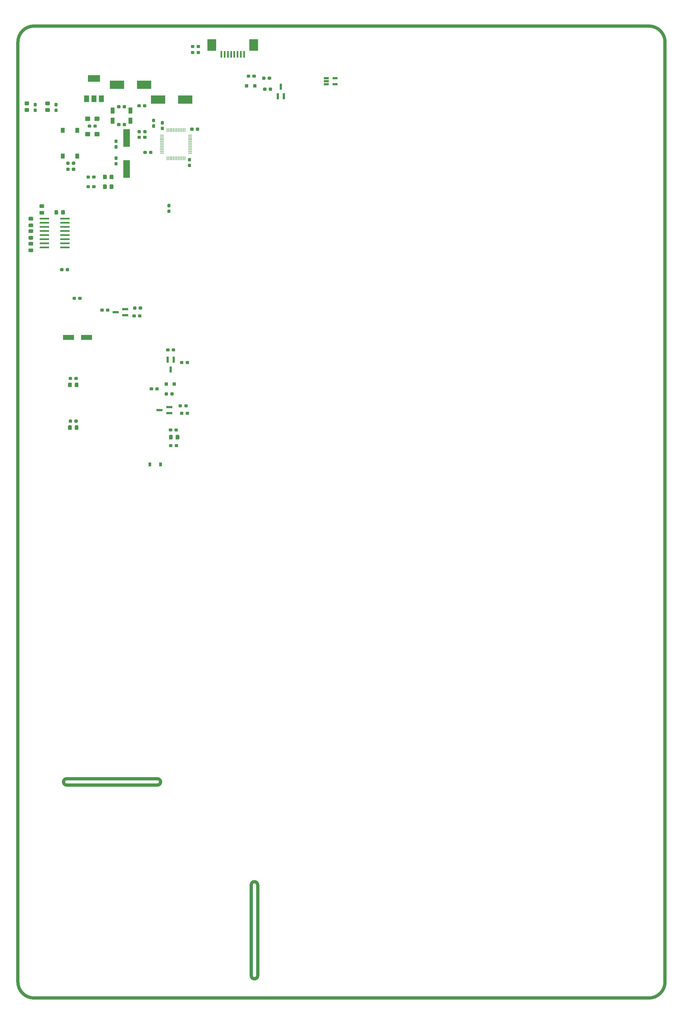
<source format=gtp>
G04 #@! TF.GenerationSoftware,KiCad,Pcbnew,5.0.2-bee76a0~70~ubuntu18.04.1*
G04 #@! TF.CreationDate,2018-11-29T20:18:26+08:00*
G04 #@! TF.ProjectId,backplane,6261636b-706c-4616-9e65-2e6b69636164,rev?*
G04 #@! TF.SameCoordinates,Original*
G04 #@! TF.FileFunction,Paste,Top*
G04 #@! TF.FilePolarity,Positive*
%FSLAX46Y46*%
G04 Gerber Fmt 4.6, Leading zero omitted, Abs format (unit mm)*
G04 Created by KiCad (PCBNEW 5.0.2-bee76a0~70~ubuntu18.04.1) date Thursday, November 29, 2018 PM08:18:26 HKT*
%MOMM*%
%LPD*%
G01*
G04 APERTURE LIST*
%ADD10C,1.000000*%
%ADD11R,1.998980X5.499100*%
%ADD12C,0.020000*%
%ADD13C,0.950000*%
%ADD14R,0.900000X1.200000*%
%ADD15R,1.560000X0.650000*%
%ADD16R,1.000000X1.000000*%
%ADD17R,1.300000X0.250000*%
%ADD18R,0.250000X1.300000*%
%ADD19R,1.300000X1.550000*%
%ADD20R,4.400000X2.500000*%
%ADD21R,3.500000X1.600000*%
%ADD22C,1.150000*%
%ADD23C,1.350000*%
%ADD24R,2.680000X3.600000*%
%ADD25R,0.610000X2.000000*%
%ADD26R,3.800000X2.000000*%
%ADD27R,1.500000X2.000000*%
%ADD28R,0.800000X1.900000*%
%ADD29R,1.900000X0.800000*%
%ADD30R,1.300000X1.900000*%
%ADD31R,3.000000X0.600000*%
G04 APERTURE END LIST*
D10*
X73110000Y-264100000D02*
G75*
G02X74110000Y-265100000I0J-1000000D01*
G01*
X73109999Y-294100001D02*
G75*
G02X72110000Y-293100000I1J1000000D01*
G01*
X72110000Y-293100000D02*
X72110000Y-265100000D01*
X74110000Y-265100000D02*
X74110000Y-293100000D01*
X74109998Y-293100001D02*
G75*
G02X73110000Y-294099999I-999998J0D01*
G01*
X72110000Y-265100000D02*
G75*
G02X73110000Y-264100000I1000000J0D01*
G01*
X15100000Y-234300000D02*
G75*
G02X14100000Y-233300000I0J1000000D01*
G01*
X14100000Y-233300000D02*
G75*
G02X15100000Y-232300000I1000000J0D01*
G01*
X44100000Y-233300000D02*
G75*
G02X43100000Y-234300000I-1000000J0D01*
G01*
X43100000Y-232300000D02*
G75*
G02X44100000Y-233300000I0J-1000000D01*
G01*
X43100000Y-234300000D02*
X15100000Y-234300000D01*
X15100000Y-232300000D02*
X43100000Y-232300000D01*
X0Y-5000000D02*
G75*
G02X5000000Y0I5000000J0D01*
G01*
X195000000Y0D02*
G75*
G02X200000000Y-5000000I0J-5000000D01*
G01*
X200000000Y-295000000D02*
G75*
G02X195000000Y-300000000I-5000000J0D01*
G01*
X5000000Y-300000000D02*
G75*
G02X0Y-295000000I0J5000000D01*
G01*
X0Y-5000000D02*
X0Y-295000000D01*
X5000000Y-300000000D02*
X195000000Y-300000000D01*
X200000000Y-5000000D02*
X200000000Y-295000000D01*
X5000000Y0D02*
X195000000Y0D01*
D11*
G04 #@! TO.C,Y1*
X33548500Y-34587430D03*
X33548500Y-44087030D03*
G04 #@! TD*
D12*
G04 #@! TO.C,R14*
G36*
X49235779Y-124176144D02*
X49258834Y-124179563D01*
X49281443Y-124185227D01*
X49303387Y-124193079D01*
X49324457Y-124203044D01*
X49344448Y-124215026D01*
X49363168Y-124228910D01*
X49380438Y-124244562D01*
X49396090Y-124261832D01*
X49409974Y-124280552D01*
X49421956Y-124300543D01*
X49431921Y-124321613D01*
X49439773Y-124343557D01*
X49445437Y-124366166D01*
X49448856Y-124389221D01*
X49450000Y-124412500D01*
X49450000Y-124887500D01*
X49448856Y-124910779D01*
X49445437Y-124933834D01*
X49439773Y-124956443D01*
X49431921Y-124978387D01*
X49421956Y-124999457D01*
X49409974Y-125019448D01*
X49396090Y-125038168D01*
X49380438Y-125055438D01*
X49363168Y-125071090D01*
X49344448Y-125084974D01*
X49324457Y-125096956D01*
X49303387Y-125106921D01*
X49281443Y-125114773D01*
X49258834Y-125120437D01*
X49235779Y-125123856D01*
X49212500Y-125125000D01*
X48637500Y-125125000D01*
X48614221Y-125123856D01*
X48591166Y-125120437D01*
X48568557Y-125114773D01*
X48546613Y-125106921D01*
X48525543Y-125096956D01*
X48505552Y-125084974D01*
X48486832Y-125071090D01*
X48469562Y-125055438D01*
X48453910Y-125038168D01*
X48440026Y-125019448D01*
X48428044Y-124999457D01*
X48418079Y-124978387D01*
X48410227Y-124956443D01*
X48404563Y-124933834D01*
X48401144Y-124910779D01*
X48400000Y-124887500D01*
X48400000Y-124412500D01*
X48401144Y-124389221D01*
X48404563Y-124366166D01*
X48410227Y-124343557D01*
X48418079Y-124321613D01*
X48428044Y-124300543D01*
X48440026Y-124280552D01*
X48453910Y-124261832D01*
X48469562Y-124244562D01*
X48486832Y-124228910D01*
X48505552Y-124215026D01*
X48525543Y-124203044D01*
X48546613Y-124193079D01*
X48568557Y-124185227D01*
X48591166Y-124179563D01*
X48614221Y-124176144D01*
X48637500Y-124175000D01*
X49212500Y-124175000D01*
X49235779Y-124176144D01*
X49235779Y-124176144D01*
G37*
D13*
X48925000Y-124650000D03*
D12*
G36*
X47485779Y-124176144D02*
X47508834Y-124179563D01*
X47531443Y-124185227D01*
X47553387Y-124193079D01*
X47574457Y-124203044D01*
X47594448Y-124215026D01*
X47613168Y-124228910D01*
X47630438Y-124244562D01*
X47646090Y-124261832D01*
X47659974Y-124280552D01*
X47671956Y-124300543D01*
X47681921Y-124321613D01*
X47689773Y-124343557D01*
X47695437Y-124366166D01*
X47698856Y-124389221D01*
X47700000Y-124412500D01*
X47700000Y-124887500D01*
X47698856Y-124910779D01*
X47695437Y-124933834D01*
X47689773Y-124956443D01*
X47681921Y-124978387D01*
X47671956Y-124999457D01*
X47659974Y-125019448D01*
X47646090Y-125038168D01*
X47630438Y-125055438D01*
X47613168Y-125071090D01*
X47594448Y-125084974D01*
X47574457Y-125096956D01*
X47553387Y-125106921D01*
X47531443Y-125114773D01*
X47508834Y-125120437D01*
X47485779Y-125123856D01*
X47462500Y-125125000D01*
X46887500Y-125125000D01*
X46864221Y-125123856D01*
X46841166Y-125120437D01*
X46818557Y-125114773D01*
X46796613Y-125106921D01*
X46775543Y-125096956D01*
X46755552Y-125084974D01*
X46736832Y-125071090D01*
X46719562Y-125055438D01*
X46703910Y-125038168D01*
X46690026Y-125019448D01*
X46678044Y-124999457D01*
X46668079Y-124978387D01*
X46660227Y-124956443D01*
X46654563Y-124933834D01*
X46651144Y-124910779D01*
X46650000Y-124887500D01*
X46650000Y-124412500D01*
X46651144Y-124389221D01*
X46654563Y-124366166D01*
X46660227Y-124343557D01*
X46668079Y-124321613D01*
X46678044Y-124300543D01*
X46690026Y-124280552D01*
X46703910Y-124261832D01*
X46719562Y-124244562D01*
X46736832Y-124228910D01*
X46755552Y-124215026D01*
X46775543Y-124203044D01*
X46796613Y-124193079D01*
X46818557Y-124185227D01*
X46841166Y-124179563D01*
X46864221Y-124176144D01*
X46887500Y-124175000D01*
X47462500Y-124175000D01*
X47485779Y-124176144D01*
X47485779Y-124176144D01*
G37*
D13*
X47175000Y-124650000D03*
G04 #@! TD*
D14*
G04 #@! TO.C,D11*
X40750000Y-135300000D03*
X44050000Y-135300000D03*
G04 #@! TD*
D12*
G04 #@! TO.C,R18*
G36*
X37795779Y-33836144D02*
X37818834Y-33839563D01*
X37841443Y-33845227D01*
X37863387Y-33853079D01*
X37884457Y-33863044D01*
X37904448Y-33875026D01*
X37923168Y-33888910D01*
X37940438Y-33904562D01*
X37956090Y-33921832D01*
X37969974Y-33940552D01*
X37981956Y-33960543D01*
X37991921Y-33981613D01*
X37999773Y-34003557D01*
X38005437Y-34026166D01*
X38008856Y-34049221D01*
X38010000Y-34072500D01*
X38010000Y-34547500D01*
X38008856Y-34570779D01*
X38005437Y-34593834D01*
X37999773Y-34616443D01*
X37991921Y-34638387D01*
X37981956Y-34659457D01*
X37969974Y-34679448D01*
X37956090Y-34698168D01*
X37940438Y-34715438D01*
X37923168Y-34731090D01*
X37904448Y-34744974D01*
X37884457Y-34756956D01*
X37863387Y-34766921D01*
X37841443Y-34774773D01*
X37818834Y-34780437D01*
X37795779Y-34783856D01*
X37772500Y-34785000D01*
X37197500Y-34785000D01*
X37174221Y-34783856D01*
X37151166Y-34780437D01*
X37128557Y-34774773D01*
X37106613Y-34766921D01*
X37085543Y-34756956D01*
X37065552Y-34744974D01*
X37046832Y-34731090D01*
X37029562Y-34715438D01*
X37013910Y-34698168D01*
X37000026Y-34679448D01*
X36988044Y-34659457D01*
X36978079Y-34638387D01*
X36970227Y-34616443D01*
X36964563Y-34593834D01*
X36961144Y-34570779D01*
X36960000Y-34547500D01*
X36960000Y-34072500D01*
X36961144Y-34049221D01*
X36964563Y-34026166D01*
X36970227Y-34003557D01*
X36978079Y-33981613D01*
X36988044Y-33960543D01*
X37000026Y-33940552D01*
X37013910Y-33921832D01*
X37029562Y-33904562D01*
X37046832Y-33888910D01*
X37065552Y-33875026D01*
X37085543Y-33863044D01*
X37106613Y-33853079D01*
X37128557Y-33845227D01*
X37151166Y-33839563D01*
X37174221Y-33836144D01*
X37197500Y-33835000D01*
X37772500Y-33835000D01*
X37795779Y-33836144D01*
X37795779Y-33836144D01*
G37*
D13*
X37485000Y-34310000D03*
D12*
G36*
X39545779Y-33836144D02*
X39568834Y-33839563D01*
X39591443Y-33845227D01*
X39613387Y-33853079D01*
X39634457Y-33863044D01*
X39654448Y-33875026D01*
X39673168Y-33888910D01*
X39690438Y-33904562D01*
X39706090Y-33921832D01*
X39719974Y-33940552D01*
X39731956Y-33960543D01*
X39741921Y-33981613D01*
X39749773Y-34003557D01*
X39755437Y-34026166D01*
X39758856Y-34049221D01*
X39760000Y-34072500D01*
X39760000Y-34547500D01*
X39758856Y-34570779D01*
X39755437Y-34593834D01*
X39749773Y-34616443D01*
X39741921Y-34638387D01*
X39731956Y-34659457D01*
X39719974Y-34679448D01*
X39706090Y-34698168D01*
X39690438Y-34715438D01*
X39673168Y-34731090D01*
X39654448Y-34744974D01*
X39634457Y-34756956D01*
X39613387Y-34766921D01*
X39591443Y-34774773D01*
X39568834Y-34780437D01*
X39545779Y-34783856D01*
X39522500Y-34785000D01*
X38947500Y-34785000D01*
X38924221Y-34783856D01*
X38901166Y-34780437D01*
X38878557Y-34774773D01*
X38856613Y-34766921D01*
X38835543Y-34756956D01*
X38815552Y-34744974D01*
X38796832Y-34731090D01*
X38779562Y-34715438D01*
X38763910Y-34698168D01*
X38750026Y-34679448D01*
X38738044Y-34659457D01*
X38728079Y-34638387D01*
X38720227Y-34616443D01*
X38714563Y-34593834D01*
X38711144Y-34570779D01*
X38710000Y-34547500D01*
X38710000Y-34072500D01*
X38711144Y-34049221D01*
X38714563Y-34026166D01*
X38720227Y-34003557D01*
X38728079Y-33981613D01*
X38738044Y-33960543D01*
X38750026Y-33940552D01*
X38763910Y-33921832D01*
X38779562Y-33904562D01*
X38796832Y-33888910D01*
X38815552Y-33875026D01*
X38835543Y-33863044D01*
X38856613Y-33853079D01*
X38878557Y-33845227D01*
X38901166Y-33839563D01*
X38924221Y-33836144D01*
X38947500Y-33835000D01*
X39522500Y-33835000D01*
X39545779Y-33836144D01*
X39545779Y-33836144D01*
G37*
D13*
X39235000Y-34310000D03*
G04 #@! TD*
D15*
G04 #@! TO.C,U6*
X95350000Y-16090000D03*
X95350000Y-17040000D03*
X95350000Y-17990000D03*
X98050000Y-17990000D03*
X98050000Y-16090000D03*
G04 #@! TD*
D16*
G04 #@! TO.C,D10*
X45850000Y-110485896D03*
X48350000Y-110485896D03*
G04 #@! TD*
D12*
G04 #@! TO.C,R28*
G36*
X46185779Y-113066144D02*
X46208834Y-113069563D01*
X46231443Y-113075227D01*
X46253387Y-113083079D01*
X46274457Y-113093044D01*
X46294448Y-113105026D01*
X46313168Y-113118910D01*
X46330438Y-113134562D01*
X46346090Y-113151832D01*
X46359974Y-113170552D01*
X46371956Y-113190543D01*
X46381921Y-113211613D01*
X46389773Y-113233557D01*
X46395437Y-113256166D01*
X46398856Y-113279221D01*
X46400000Y-113302500D01*
X46400000Y-113777500D01*
X46398856Y-113800779D01*
X46395437Y-113823834D01*
X46389773Y-113846443D01*
X46381921Y-113868387D01*
X46371956Y-113889457D01*
X46359974Y-113909448D01*
X46346090Y-113928168D01*
X46330438Y-113945438D01*
X46313168Y-113961090D01*
X46294448Y-113974974D01*
X46274457Y-113986956D01*
X46253387Y-113996921D01*
X46231443Y-114004773D01*
X46208834Y-114010437D01*
X46185779Y-114013856D01*
X46162500Y-114015000D01*
X45587500Y-114015000D01*
X45564221Y-114013856D01*
X45541166Y-114010437D01*
X45518557Y-114004773D01*
X45496613Y-113996921D01*
X45475543Y-113986956D01*
X45455552Y-113974974D01*
X45436832Y-113961090D01*
X45419562Y-113945438D01*
X45403910Y-113928168D01*
X45390026Y-113909448D01*
X45378044Y-113889457D01*
X45368079Y-113868387D01*
X45360227Y-113846443D01*
X45354563Y-113823834D01*
X45351144Y-113800779D01*
X45350000Y-113777500D01*
X45350000Y-113302500D01*
X45351144Y-113279221D01*
X45354563Y-113256166D01*
X45360227Y-113233557D01*
X45368079Y-113211613D01*
X45378044Y-113190543D01*
X45390026Y-113170552D01*
X45403910Y-113151832D01*
X45419562Y-113134562D01*
X45436832Y-113118910D01*
X45455552Y-113105026D01*
X45475543Y-113093044D01*
X45496613Y-113083079D01*
X45518557Y-113075227D01*
X45541166Y-113069563D01*
X45564221Y-113066144D01*
X45587500Y-113065000D01*
X46162500Y-113065000D01*
X46185779Y-113066144D01*
X46185779Y-113066144D01*
G37*
D13*
X45875000Y-113540000D03*
D12*
G36*
X47935779Y-113066144D02*
X47958834Y-113069563D01*
X47981443Y-113075227D01*
X48003387Y-113083079D01*
X48024457Y-113093044D01*
X48044448Y-113105026D01*
X48063168Y-113118910D01*
X48080438Y-113134562D01*
X48096090Y-113151832D01*
X48109974Y-113170552D01*
X48121956Y-113190543D01*
X48131921Y-113211613D01*
X48139773Y-113233557D01*
X48145437Y-113256166D01*
X48148856Y-113279221D01*
X48150000Y-113302500D01*
X48150000Y-113777500D01*
X48148856Y-113800779D01*
X48145437Y-113823834D01*
X48139773Y-113846443D01*
X48131921Y-113868387D01*
X48121956Y-113889457D01*
X48109974Y-113909448D01*
X48096090Y-113928168D01*
X48080438Y-113945438D01*
X48063168Y-113961090D01*
X48044448Y-113974974D01*
X48024457Y-113986956D01*
X48003387Y-113996921D01*
X47981443Y-114004773D01*
X47958834Y-114010437D01*
X47935779Y-114013856D01*
X47912500Y-114015000D01*
X47337500Y-114015000D01*
X47314221Y-114013856D01*
X47291166Y-114010437D01*
X47268557Y-114004773D01*
X47246613Y-113996921D01*
X47225543Y-113986956D01*
X47205552Y-113974974D01*
X47186832Y-113961090D01*
X47169562Y-113945438D01*
X47153910Y-113928168D01*
X47140026Y-113909448D01*
X47128044Y-113889457D01*
X47118079Y-113868387D01*
X47110227Y-113846443D01*
X47104563Y-113823834D01*
X47101144Y-113800779D01*
X47100000Y-113777500D01*
X47100000Y-113302500D01*
X47101144Y-113279221D01*
X47104563Y-113256166D01*
X47110227Y-113233557D01*
X47118079Y-113211613D01*
X47128044Y-113190543D01*
X47140026Y-113170552D01*
X47153910Y-113151832D01*
X47169562Y-113134562D01*
X47186832Y-113118910D01*
X47205552Y-113105026D01*
X47225543Y-113093044D01*
X47246613Y-113083079D01*
X47268557Y-113075227D01*
X47291166Y-113069563D01*
X47314221Y-113066144D01*
X47337500Y-113065000D01*
X47912500Y-113065000D01*
X47935779Y-113066144D01*
X47935779Y-113066144D01*
G37*
D13*
X47625000Y-113540000D03*
G04 #@! TD*
D17*
G04 #@! TO.C,U4*
X44498500Y-33687230D03*
X44498500Y-34187230D03*
X44498500Y-34687230D03*
X44498500Y-35187230D03*
X44498500Y-35687230D03*
X44498500Y-36187230D03*
X44498500Y-36687230D03*
X44498500Y-37187230D03*
X44498500Y-37687230D03*
X44498500Y-38187230D03*
X44498500Y-38687230D03*
X44498500Y-39187230D03*
D18*
X46098500Y-40787230D03*
X46598500Y-40787230D03*
X47098500Y-40787230D03*
X47598500Y-40787230D03*
X48098500Y-40787230D03*
X48598500Y-40787230D03*
X49098500Y-40787230D03*
X49598500Y-40787230D03*
X50098500Y-40787230D03*
X50598500Y-40787230D03*
X51098500Y-40787230D03*
X51598500Y-40787230D03*
D17*
X53198500Y-39187230D03*
X53198500Y-38687230D03*
X53198500Y-38187230D03*
X53198500Y-37687230D03*
X53198500Y-37187230D03*
X53198500Y-36687230D03*
X53198500Y-36187230D03*
X53198500Y-35687230D03*
X53198500Y-35187230D03*
X53198500Y-34687230D03*
X53198500Y-34187230D03*
X53198500Y-33687230D03*
D18*
X51598500Y-32087230D03*
X51098500Y-32087230D03*
X50598500Y-32087230D03*
X50098500Y-32087230D03*
X49598500Y-32087230D03*
X49098500Y-32087230D03*
X48598500Y-32087230D03*
X48098500Y-32087230D03*
X47598500Y-32087230D03*
X47098500Y-32087230D03*
X46598500Y-32087230D03*
X46098500Y-32087230D03*
G04 #@! TD*
D19*
G04 #@! TO.C,SW1*
X13882769Y-32158500D03*
X18382769Y-32158500D03*
X18382769Y-40118500D03*
X13882769Y-40118500D03*
G04 #@! TD*
D20*
G04 #@! TO.C,C7*
X39000000Y-18100000D03*
X30600000Y-18100000D03*
G04 #@! TD*
G04 #@! TO.C,C1*
X51700000Y-22700000D03*
X43300000Y-22700000D03*
G04 #@! TD*
D21*
G04 #@! TO.C,C21*
X21210000Y-96120000D03*
X15610000Y-96120000D03*
G04 #@! TD*
D12*
G04 #@! TO.C,C4*
G36*
X41375779Y-38526144D02*
X41398834Y-38529563D01*
X41421443Y-38535227D01*
X41443387Y-38543079D01*
X41464457Y-38553044D01*
X41484448Y-38565026D01*
X41503168Y-38578910D01*
X41520438Y-38594562D01*
X41536090Y-38611832D01*
X41549974Y-38630552D01*
X41561956Y-38650543D01*
X41571921Y-38671613D01*
X41579773Y-38693557D01*
X41585437Y-38716166D01*
X41588856Y-38739221D01*
X41590000Y-38762500D01*
X41590000Y-39237500D01*
X41588856Y-39260779D01*
X41585437Y-39283834D01*
X41579773Y-39306443D01*
X41571921Y-39328387D01*
X41561956Y-39349457D01*
X41549974Y-39369448D01*
X41536090Y-39388168D01*
X41520438Y-39405438D01*
X41503168Y-39421090D01*
X41484448Y-39434974D01*
X41464457Y-39446956D01*
X41443387Y-39456921D01*
X41421443Y-39464773D01*
X41398834Y-39470437D01*
X41375779Y-39473856D01*
X41352500Y-39475000D01*
X40777500Y-39475000D01*
X40754221Y-39473856D01*
X40731166Y-39470437D01*
X40708557Y-39464773D01*
X40686613Y-39456921D01*
X40665543Y-39446956D01*
X40645552Y-39434974D01*
X40626832Y-39421090D01*
X40609562Y-39405438D01*
X40593910Y-39388168D01*
X40580026Y-39369448D01*
X40568044Y-39349457D01*
X40558079Y-39328387D01*
X40550227Y-39306443D01*
X40544563Y-39283834D01*
X40541144Y-39260779D01*
X40540000Y-39237500D01*
X40540000Y-38762500D01*
X40541144Y-38739221D01*
X40544563Y-38716166D01*
X40550227Y-38693557D01*
X40558079Y-38671613D01*
X40568044Y-38650543D01*
X40580026Y-38630552D01*
X40593910Y-38611832D01*
X40609562Y-38594562D01*
X40626832Y-38578910D01*
X40645552Y-38565026D01*
X40665543Y-38553044D01*
X40686613Y-38543079D01*
X40708557Y-38535227D01*
X40731166Y-38529563D01*
X40754221Y-38526144D01*
X40777500Y-38525000D01*
X41352500Y-38525000D01*
X41375779Y-38526144D01*
X41375779Y-38526144D01*
G37*
D13*
X41065000Y-39000000D03*
D12*
G36*
X39625779Y-38526144D02*
X39648834Y-38529563D01*
X39671443Y-38535227D01*
X39693387Y-38543079D01*
X39714457Y-38553044D01*
X39734448Y-38565026D01*
X39753168Y-38578910D01*
X39770438Y-38594562D01*
X39786090Y-38611832D01*
X39799974Y-38630552D01*
X39811956Y-38650543D01*
X39821921Y-38671613D01*
X39829773Y-38693557D01*
X39835437Y-38716166D01*
X39838856Y-38739221D01*
X39840000Y-38762500D01*
X39840000Y-39237500D01*
X39838856Y-39260779D01*
X39835437Y-39283834D01*
X39829773Y-39306443D01*
X39821921Y-39328387D01*
X39811956Y-39349457D01*
X39799974Y-39369448D01*
X39786090Y-39388168D01*
X39770438Y-39405438D01*
X39753168Y-39421090D01*
X39734448Y-39434974D01*
X39714457Y-39446956D01*
X39693387Y-39456921D01*
X39671443Y-39464773D01*
X39648834Y-39470437D01*
X39625779Y-39473856D01*
X39602500Y-39475000D01*
X39027500Y-39475000D01*
X39004221Y-39473856D01*
X38981166Y-39470437D01*
X38958557Y-39464773D01*
X38936613Y-39456921D01*
X38915543Y-39446956D01*
X38895552Y-39434974D01*
X38876832Y-39421090D01*
X38859562Y-39405438D01*
X38843910Y-39388168D01*
X38830026Y-39369448D01*
X38818044Y-39349457D01*
X38808079Y-39328387D01*
X38800227Y-39306443D01*
X38794563Y-39283834D01*
X38791144Y-39260779D01*
X38790000Y-39237500D01*
X38790000Y-38762500D01*
X38791144Y-38739221D01*
X38794563Y-38716166D01*
X38800227Y-38693557D01*
X38808079Y-38671613D01*
X38818044Y-38650543D01*
X38830026Y-38630552D01*
X38843910Y-38611832D01*
X38859562Y-38594562D01*
X38876832Y-38578910D01*
X38895552Y-38565026D01*
X38915543Y-38553044D01*
X38936613Y-38543079D01*
X38958557Y-38535227D01*
X38981166Y-38529563D01*
X39004221Y-38526144D01*
X39027500Y-38525000D01*
X39602500Y-38525000D01*
X39625779Y-38526144D01*
X39625779Y-38526144D01*
G37*
D13*
X39315000Y-39000000D03*
G04 #@! TD*
D12*
G04 #@! TO.C,C6*
G36*
X53309279Y-42488374D02*
X53332334Y-42491793D01*
X53354943Y-42497457D01*
X53376887Y-42505309D01*
X53397957Y-42515274D01*
X53417948Y-42527256D01*
X53436668Y-42541140D01*
X53453938Y-42556792D01*
X53469590Y-42574062D01*
X53483474Y-42592782D01*
X53495456Y-42612773D01*
X53505421Y-42633843D01*
X53513273Y-42655787D01*
X53518937Y-42678396D01*
X53522356Y-42701451D01*
X53523500Y-42724730D01*
X53523500Y-43299730D01*
X53522356Y-43323009D01*
X53518937Y-43346064D01*
X53513273Y-43368673D01*
X53505421Y-43390617D01*
X53495456Y-43411687D01*
X53483474Y-43431678D01*
X53469590Y-43450398D01*
X53453938Y-43467668D01*
X53436668Y-43483320D01*
X53417948Y-43497204D01*
X53397957Y-43509186D01*
X53376887Y-43519151D01*
X53354943Y-43527003D01*
X53332334Y-43532667D01*
X53309279Y-43536086D01*
X53286000Y-43537230D01*
X52811000Y-43537230D01*
X52787721Y-43536086D01*
X52764666Y-43532667D01*
X52742057Y-43527003D01*
X52720113Y-43519151D01*
X52699043Y-43509186D01*
X52679052Y-43497204D01*
X52660332Y-43483320D01*
X52643062Y-43467668D01*
X52627410Y-43450398D01*
X52613526Y-43431678D01*
X52601544Y-43411687D01*
X52591579Y-43390617D01*
X52583727Y-43368673D01*
X52578063Y-43346064D01*
X52574644Y-43323009D01*
X52573500Y-43299730D01*
X52573500Y-42724730D01*
X52574644Y-42701451D01*
X52578063Y-42678396D01*
X52583727Y-42655787D01*
X52591579Y-42633843D01*
X52601544Y-42612773D01*
X52613526Y-42592782D01*
X52627410Y-42574062D01*
X52643062Y-42556792D01*
X52660332Y-42541140D01*
X52679052Y-42527256D01*
X52699043Y-42515274D01*
X52720113Y-42505309D01*
X52742057Y-42497457D01*
X52764666Y-42491793D01*
X52787721Y-42488374D01*
X52811000Y-42487230D01*
X53286000Y-42487230D01*
X53309279Y-42488374D01*
X53309279Y-42488374D01*
G37*
D13*
X53048500Y-43012230D03*
D12*
G36*
X53309279Y-40738374D02*
X53332334Y-40741793D01*
X53354943Y-40747457D01*
X53376887Y-40755309D01*
X53397957Y-40765274D01*
X53417948Y-40777256D01*
X53436668Y-40791140D01*
X53453938Y-40806792D01*
X53469590Y-40824062D01*
X53483474Y-40842782D01*
X53495456Y-40862773D01*
X53505421Y-40883843D01*
X53513273Y-40905787D01*
X53518937Y-40928396D01*
X53522356Y-40951451D01*
X53523500Y-40974730D01*
X53523500Y-41549730D01*
X53522356Y-41573009D01*
X53518937Y-41596064D01*
X53513273Y-41618673D01*
X53505421Y-41640617D01*
X53495456Y-41661687D01*
X53483474Y-41681678D01*
X53469590Y-41700398D01*
X53453938Y-41717668D01*
X53436668Y-41733320D01*
X53417948Y-41747204D01*
X53397957Y-41759186D01*
X53376887Y-41769151D01*
X53354943Y-41777003D01*
X53332334Y-41782667D01*
X53309279Y-41786086D01*
X53286000Y-41787230D01*
X52811000Y-41787230D01*
X52787721Y-41786086D01*
X52764666Y-41782667D01*
X52742057Y-41777003D01*
X52720113Y-41769151D01*
X52699043Y-41759186D01*
X52679052Y-41747204D01*
X52660332Y-41733320D01*
X52643062Y-41717668D01*
X52627410Y-41700398D01*
X52613526Y-41681678D01*
X52601544Y-41661687D01*
X52591579Y-41640617D01*
X52583727Y-41618673D01*
X52578063Y-41596064D01*
X52574644Y-41573009D01*
X52573500Y-41549730D01*
X52573500Y-40974730D01*
X52574644Y-40951451D01*
X52578063Y-40928396D01*
X52583727Y-40905787D01*
X52591579Y-40883843D01*
X52601544Y-40862773D01*
X52613526Y-40842782D01*
X52627410Y-40824062D01*
X52643062Y-40806792D01*
X52660332Y-40791140D01*
X52679052Y-40777256D01*
X52699043Y-40765274D01*
X52720113Y-40755309D01*
X52742057Y-40747457D01*
X52764666Y-40741793D01*
X52787721Y-40738374D01*
X52811000Y-40737230D01*
X53286000Y-40737230D01*
X53309279Y-40738374D01*
X53309279Y-40738374D01*
G37*
D13*
X53048500Y-41262230D03*
G04 #@! TD*
D12*
G04 #@! TO.C,C10*
G36*
X24185779Y-30426144D02*
X24208834Y-30429563D01*
X24231443Y-30435227D01*
X24253387Y-30443079D01*
X24274457Y-30453044D01*
X24294448Y-30465026D01*
X24313168Y-30478910D01*
X24330438Y-30494562D01*
X24346090Y-30511832D01*
X24359974Y-30530552D01*
X24371956Y-30550543D01*
X24381921Y-30571613D01*
X24389773Y-30593557D01*
X24395437Y-30616166D01*
X24398856Y-30639221D01*
X24400000Y-30662500D01*
X24400000Y-31137500D01*
X24398856Y-31160779D01*
X24395437Y-31183834D01*
X24389773Y-31206443D01*
X24381921Y-31228387D01*
X24371956Y-31249457D01*
X24359974Y-31269448D01*
X24346090Y-31288168D01*
X24330438Y-31305438D01*
X24313168Y-31321090D01*
X24294448Y-31334974D01*
X24274457Y-31346956D01*
X24253387Y-31356921D01*
X24231443Y-31364773D01*
X24208834Y-31370437D01*
X24185779Y-31373856D01*
X24162500Y-31375000D01*
X23587500Y-31375000D01*
X23564221Y-31373856D01*
X23541166Y-31370437D01*
X23518557Y-31364773D01*
X23496613Y-31356921D01*
X23475543Y-31346956D01*
X23455552Y-31334974D01*
X23436832Y-31321090D01*
X23419562Y-31305438D01*
X23403910Y-31288168D01*
X23390026Y-31269448D01*
X23378044Y-31249457D01*
X23368079Y-31228387D01*
X23360227Y-31206443D01*
X23354563Y-31183834D01*
X23351144Y-31160779D01*
X23350000Y-31137500D01*
X23350000Y-30662500D01*
X23351144Y-30639221D01*
X23354563Y-30616166D01*
X23360227Y-30593557D01*
X23368079Y-30571613D01*
X23378044Y-30550543D01*
X23390026Y-30530552D01*
X23403910Y-30511832D01*
X23419562Y-30494562D01*
X23436832Y-30478910D01*
X23455552Y-30465026D01*
X23475543Y-30453044D01*
X23496613Y-30443079D01*
X23518557Y-30435227D01*
X23541166Y-30429563D01*
X23564221Y-30426144D01*
X23587500Y-30425000D01*
X24162500Y-30425000D01*
X24185779Y-30426144D01*
X24185779Y-30426144D01*
G37*
D13*
X23875000Y-30900000D03*
D12*
G36*
X22435779Y-30426144D02*
X22458834Y-30429563D01*
X22481443Y-30435227D01*
X22503387Y-30443079D01*
X22524457Y-30453044D01*
X22544448Y-30465026D01*
X22563168Y-30478910D01*
X22580438Y-30494562D01*
X22596090Y-30511832D01*
X22609974Y-30530552D01*
X22621956Y-30550543D01*
X22631921Y-30571613D01*
X22639773Y-30593557D01*
X22645437Y-30616166D01*
X22648856Y-30639221D01*
X22650000Y-30662500D01*
X22650000Y-31137500D01*
X22648856Y-31160779D01*
X22645437Y-31183834D01*
X22639773Y-31206443D01*
X22631921Y-31228387D01*
X22621956Y-31249457D01*
X22609974Y-31269448D01*
X22596090Y-31288168D01*
X22580438Y-31305438D01*
X22563168Y-31321090D01*
X22544448Y-31334974D01*
X22524457Y-31346956D01*
X22503387Y-31356921D01*
X22481443Y-31364773D01*
X22458834Y-31370437D01*
X22435779Y-31373856D01*
X22412500Y-31375000D01*
X21837500Y-31375000D01*
X21814221Y-31373856D01*
X21791166Y-31370437D01*
X21768557Y-31364773D01*
X21746613Y-31356921D01*
X21725543Y-31346956D01*
X21705552Y-31334974D01*
X21686832Y-31321090D01*
X21669562Y-31305438D01*
X21653910Y-31288168D01*
X21640026Y-31269448D01*
X21628044Y-31249457D01*
X21618079Y-31228387D01*
X21610227Y-31206443D01*
X21604563Y-31183834D01*
X21601144Y-31160779D01*
X21600000Y-31137500D01*
X21600000Y-30662500D01*
X21601144Y-30639221D01*
X21604563Y-30616166D01*
X21610227Y-30593557D01*
X21618079Y-30571613D01*
X21628044Y-30550543D01*
X21640026Y-30530552D01*
X21653910Y-30511832D01*
X21669562Y-30494562D01*
X21686832Y-30478910D01*
X21705552Y-30465026D01*
X21725543Y-30453044D01*
X21746613Y-30443079D01*
X21768557Y-30435227D01*
X21791166Y-30429563D01*
X21814221Y-30426144D01*
X21837500Y-30425000D01*
X22412500Y-30425000D01*
X22435779Y-30426144D01*
X22435779Y-30426144D01*
G37*
D13*
X22125000Y-30900000D03*
G04 #@! TD*
D12*
G04 #@! TO.C,C11*
G36*
X17518549Y-41864644D02*
X17541604Y-41868063D01*
X17564213Y-41873727D01*
X17586157Y-41881579D01*
X17607227Y-41891544D01*
X17627218Y-41903526D01*
X17645938Y-41917410D01*
X17663208Y-41933062D01*
X17678860Y-41950332D01*
X17692744Y-41969052D01*
X17704726Y-41989043D01*
X17714691Y-42010113D01*
X17722543Y-42032057D01*
X17728207Y-42054666D01*
X17731626Y-42077721D01*
X17732770Y-42101000D01*
X17732770Y-42576000D01*
X17731626Y-42599279D01*
X17728207Y-42622334D01*
X17722543Y-42644943D01*
X17714691Y-42666887D01*
X17704726Y-42687957D01*
X17692744Y-42707948D01*
X17678860Y-42726668D01*
X17663208Y-42743938D01*
X17645938Y-42759590D01*
X17627218Y-42773474D01*
X17607227Y-42785456D01*
X17586157Y-42795421D01*
X17564213Y-42803273D01*
X17541604Y-42808937D01*
X17518549Y-42812356D01*
X17495270Y-42813500D01*
X16920270Y-42813500D01*
X16896991Y-42812356D01*
X16873936Y-42808937D01*
X16851327Y-42803273D01*
X16829383Y-42795421D01*
X16808313Y-42785456D01*
X16788322Y-42773474D01*
X16769602Y-42759590D01*
X16752332Y-42743938D01*
X16736680Y-42726668D01*
X16722796Y-42707948D01*
X16710814Y-42687957D01*
X16700849Y-42666887D01*
X16692997Y-42644943D01*
X16687333Y-42622334D01*
X16683914Y-42599279D01*
X16682770Y-42576000D01*
X16682770Y-42101000D01*
X16683914Y-42077721D01*
X16687333Y-42054666D01*
X16692997Y-42032057D01*
X16700849Y-42010113D01*
X16710814Y-41989043D01*
X16722796Y-41969052D01*
X16736680Y-41950332D01*
X16752332Y-41933062D01*
X16769602Y-41917410D01*
X16788322Y-41903526D01*
X16808313Y-41891544D01*
X16829383Y-41881579D01*
X16851327Y-41873727D01*
X16873936Y-41868063D01*
X16896991Y-41864644D01*
X16920270Y-41863500D01*
X17495270Y-41863500D01*
X17518549Y-41864644D01*
X17518549Y-41864644D01*
G37*
D13*
X17207770Y-42338500D03*
D12*
G36*
X15768549Y-41864644D02*
X15791604Y-41868063D01*
X15814213Y-41873727D01*
X15836157Y-41881579D01*
X15857227Y-41891544D01*
X15877218Y-41903526D01*
X15895938Y-41917410D01*
X15913208Y-41933062D01*
X15928860Y-41950332D01*
X15942744Y-41969052D01*
X15954726Y-41989043D01*
X15964691Y-42010113D01*
X15972543Y-42032057D01*
X15978207Y-42054666D01*
X15981626Y-42077721D01*
X15982770Y-42101000D01*
X15982770Y-42576000D01*
X15981626Y-42599279D01*
X15978207Y-42622334D01*
X15972543Y-42644943D01*
X15964691Y-42666887D01*
X15954726Y-42687957D01*
X15942744Y-42707948D01*
X15928860Y-42726668D01*
X15913208Y-42743938D01*
X15895938Y-42759590D01*
X15877218Y-42773474D01*
X15857227Y-42785456D01*
X15836157Y-42795421D01*
X15814213Y-42803273D01*
X15791604Y-42808937D01*
X15768549Y-42812356D01*
X15745270Y-42813500D01*
X15170270Y-42813500D01*
X15146991Y-42812356D01*
X15123936Y-42808937D01*
X15101327Y-42803273D01*
X15079383Y-42795421D01*
X15058313Y-42785456D01*
X15038322Y-42773474D01*
X15019602Y-42759590D01*
X15002332Y-42743938D01*
X14986680Y-42726668D01*
X14972796Y-42707948D01*
X14960814Y-42687957D01*
X14950849Y-42666887D01*
X14942997Y-42644943D01*
X14937333Y-42622334D01*
X14933914Y-42599279D01*
X14932770Y-42576000D01*
X14932770Y-42101000D01*
X14933914Y-42077721D01*
X14937333Y-42054666D01*
X14942997Y-42032057D01*
X14950849Y-42010113D01*
X14960814Y-41989043D01*
X14972796Y-41969052D01*
X14986680Y-41950332D01*
X15002332Y-41933062D01*
X15019602Y-41917410D01*
X15038322Y-41903526D01*
X15058313Y-41891544D01*
X15079383Y-41881579D01*
X15101327Y-41873727D01*
X15123936Y-41868063D01*
X15146991Y-41864644D01*
X15170270Y-41863500D01*
X15745270Y-41863500D01*
X15768549Y-41864644D01*
X15768549Y-41864644D01*
G37*
D13*
X15457770Y-42338500D03*
G04 #@! TD*
D12*
G04 #@! TO.C,C2*
G36*
X39505779Y-24136144D02*
X39528834Y-24139563D01*
X39551443Y-24145227D01*
X39573387Y-24153079D01*
X39594457Y-24163044D01*
X39614448Y-24175026D01*
X39633168Y-24188910D01*
X39650438Y-24204562D01*
X39666090Y-24221832D01*
X39679974Y-24240552D01*
X39691956Y-24260543D01*
X39701921Y-24281613D01*
X39709773Y-24303557D01*
X39715437Y-24326166D01*
X39718856Y-24349221D01*
X39720000Y-24372500D01*
X39720000Y-24847500D01*
X39718856Y-24870779D01*
X39715437Y-24893834D01*
X39709773Y-24916443D01*
X39701921Y-24938387D01*
X39691956Y-24959457D01*
X39679974Y-24979448D01*
X39666090Y-24998168D01*
X39650438Y-25015438D01*
X39633168Y-25031090D01*
X39614448Y-25044974D01*
X39594457Y-25056956D01*
X39573387Y-25066921D01*
X39551443Y-25074773D01*
X39528834Y-25080437D01*
X39505779Y-25083856D01*
X39482500Y-25085000D01*
X38907500Y-25085000D01*
X38884221Y-25083856D01*
X38861166Y-25080437D01*
X38838557Y-25074773D01*
X38816613Y-25066921D01*
X38795543Y-25056956D01*
X38775552Y-25044974D01*
X38756832Y-25031090D01*
X38739562Y-25015438D01*
X38723910Y-24998168D01*
X38710026Y-24979448D01*
X38698044Y-24959457D01*
X38688079Y-24938387D01*
X38680227Y-24916443D01*
X38674563Y-24893834D01*
X38671144Y-24870779D01*
X38670000Y-24847500D01*
X38670000Y-24372500D01*
X38671144Y-24349221D01*
X38674563Y-24326166D01*
X38680227Y-24303557D01*
X38688079Y-24281613D01*
X38698044Y-24260543D01*
X38710026Y-24240552D01*
X38723910Y-24221832D01*
X38739562Y-24204562D01*
X38756832Y-24188910D01*
X38775552Y-24175026D01*
X38795543Y-24163044D01*
X38816613Y-24153079D01*
X38838557Y-24145227D01*
X38861166Y-24139563D01*
X38884221Y-24136144D01*
X38907500Y-24135000D01*
X39482500Y-24135000D01*
X39505779Y-24136144D01*
X39505779Y-24136144D01*
G37*
D13*
X39195000Y-24610000D03*
D12*
G36*
X37755779Y-24136144D02*
X37778834Y-24139563D01*
X37801443Y-24145227D01*
X37823387Y-24153079D01*
X37844457Y-24163044D01*
X37864448Y-24175026D01*
X37883168Y-24188910D01*
X37900438Y-24204562D01*
X37916090Y-24221832D01*
X37929974Y-24240552D01*
X37941956Y-24260543D01*
X37951921Y-24281613D01*
X37959773Y-24303557D01*
X37965437Y-24326166D01*
X37968856Y-24349221D01*
X37970000Y-24372500D01*
X37970000Y-24847500D01*
X37968856Y-24870779D01*
X37965437Y-24893834D01*
X37959773Y-24916443D01*
X37951921Y-24938387D01*
X37941956Y-24959457D01*
X37929974Y-24979448D01*
X37916090Y-24998168D01*
X37900438Y-25015438D01*
X37883168Y-25031090D01*
X37864448Y-25044974D01*
X37844457Y-25056956D01*
X37823387Y-25066921D01*
X37801443Y-25074773D01*
X37778834Y-25080437D01*
X37755779Y-25083856D01*
X37732500Y-25085000D01*
X37157500Y-25085000D01*
X37134221Y-25083856D01*
X37111166Y-25080437D01*
X37088557Y-25074773D01*
X37066613Y-25066921D01*
X37045543Y-25056956D01*
X37025552Y-25044974D01*
X37006832Y-25031090D01*
X36989562Y-25015438D01*
X36973910Y-24998168D01*
X36960026Y-24979448D01*
X36948044Y-24959457D01*
X36938079Y-24938387D01*
X36930227Y-24916443D01*
X36924563Y-24893834D01*
X36921144Y-24870779D01*
X36920000Y-24847500D01*
X36920000Y-24372500D01*
X36921144Y-24349221D01*
X36924563Y-24326166D01*
X36930227Y-24303557D01*
X36938079Y-24281613D01*
X36948044Y-24260543D01*
X36960026Y-24240552D01*
X36973910Y-24221832D01*
X36989562Y-24204562D01*
X37006832Y-24188910D01*
X37025552Y-24175026D01*
X37045543Y-24163044D01*
X37066613Y-24153079D01*
X37088557Y-24145227D01*
X37111166Y-24139563D01*
X37134221Y-24136144D01*
X37157500Y-24135000D01*
X37732500Y-24135000D01*
X37755779Y-24136144D01*
X37755779Y-24136144D01*
G37*
D13*
X37445000Y-24610000D03*
G04 #@! TD*
D12*
G04 #@! TO.C,C3*
G36*
X44909279Y-29338374D02*
X44932334Y-29341793D01*
X44954943Y-29347457D01*
X44976887Y-29355309D01*
X44997957Y-29365274D01*
X45017948Y-29377256D01*
X45036668Y-29391140D01*
X45053938Y-29406792D01*
X45069590Y-29424062D01*
X45083474Y-29442782D01*
X45095456Y-29462773D01*
X45105421Y-29483843D01*
X45113273Y-29505787D01*
X45118937Y-29528396D01*
X45122356Y-29551451D01*
X45123500Y-29574730D01*
X45123500Y-30149730D01*
X45122356Y-30173009D01*
X45118937Y-30196064D01*
X45113273Y-30218673D01*
X45105421Y-30240617D01*
X45095456Y-30261687D01*
X45083474Y-30281678D01*
X45069590Y-30300398D01*
X45053938Y-30317668D01*
X45036668Y-30333320D01*
X45017948Y-30347204D01*
X44997957Y-30359186D01*
X44976887Y-30369151D01*
X44954943Y-30377003D01*
X44932334Y-30382667D01*
X44909279Y-30386086D01*
X44886000Y-30387230D01*
X44411000Y-30387230D01*
X44387721Y-30386086D01*
X44364666Y-30382667D01*
X44342057Y-30377003D01*
X44320113Y-30369151D01*
X44299043Y-30359186D01*
X44279052Y-30347204D01*
X44260332Y-30333320D01*
X44243062Y-30317668D01*
X44227410Y-30300398D01*
X44213526Y-30281678D01*
X44201544Y-30261687D01*
X44191579Y-30240617D01*
X44183727Y-30218673D01*
X44178063Y-30196064D01*
X44174644Y-30173009D01*
X44173500Y-30149730D01*
X44173500Y-29574730D01*
X44174644Y-29551451D01*
X44178063Y-29528396D01*
X44183727Y-29505787D01*
X44191579Y-29483843D01*
X44201544Y-29462773D01*
X44213526Y-29442782D01*
X44227410Y-29424062D01*
X44243062Y-29406792D01*
X44260332Y-29391140D01*
X44279052Y-29377256D01*
X44299043Y-29365274D01*
X44320113Y-29355309D01*
X44342057Y-29347457D01*
X44364666Y-29341793D01*
X44387721Y-29338374D01*
X44411000Y-29337230D01*
X44886000Y-29337230D01*
X44909279Y-29338374D01*
X44909279Y-29338374D01*
G37*
D13*
X44648500Y-29862230D03*
D12*
G36*
X44909279Y-31088374D02*
X44932334Y-31091793D01*
X44954943Y-31097457D01*
X44976887Y-31105309D01*
X44997957Y-31115274D01*
X45017948Y-31127256D01*
X45036668Y-31141140D01*
X45053938Y-31156792D01*
X45069590Y-31174062D01*
X45083474Y-31192782D01*
X45095456Y-31212773D01*
X45105421Y-31233843D01*
X45113273Y-31255787D01*
X45118937Y-31278396D01*
X45122356Y-31301451D01*
X45123500Y-31324730D01*
X45123500Y-31899730D01*
X45122356Y-31923009D01*
X45118937Y-31946064D01*
X45113273Y-31968673D01*
X45105421Y-31990617D01*
X45095456Y-32011687D01*
X45083474Y-32031678D01*
X45069590Y-32050398D01*
X45053938Y-32067668D01*
X45036668Y-32083320D01*
X45017948Y-32097204D01*
X44997957Y-32109186D01*
X44976887Y-32119151D01*
X44954943Y-32127003D01*
X44932334Y-32132667D01*
X44909279Y-32136086D01*
X44886000Y-32137230D01*
X44411000Y-32137230D01*
X44387721Y-32136086D01*
X44364666Y-32132667D01*
X44342057Y-32127003D01*
X44320113Y-32119151D01*
X44299043Y-32109186D01*
X44279052Y-32097204D01*
X44260332Y-32083320D01*
X44243062Y-32067668D01*
X44227410Y-32050398D01*
X44213526Y-32031678D01*
X44201544Y-32011687D01*
X44191579Y-31990617D01*
X44183727Y-31968673D01*
X44178063Y-31946064D01*
X44174644Y-31923009D01*
X44173500Y-31899730D01*
X44173500Y-31324730D01*
X44174644Y-31301451D01*
X44178063Y-31278396D01*
X44183727Y-31255787D01*
X44191579Y-31233843D01*
X44201544Y-31212773D01*
X44213526Y-31192782D01*
X44227410Y-31174062D01*
X44243062Y-31156792D01*
X44260332Y-31141140D01*
X44279052Y-31127256D01*
X44299043Y-31115274D01*
X44320113Y-31105309D01*
X44342057Y-31097457D01*
X44364666Y-31091793D01*
X44387721Y-31088374D01*
X44411000Y-31087230D01*
X44886000Y-31087230D01*
X44909279Y-31088374D01*
X44909279Y-31088374D01*
G37*
D13*
X44648500Y-31612230D03*
G04 #@! TD*
D12*
G04 #@! TO.C,C13*
G36*
X30609279Y-35038374D02*
X30632334Y-35041793D01*
X30654943Y-35047457D01*
X30676887Y-35055309D01*
X30697957Y-35065274D01*
X30717948Y-35077256D01*
X30736668Y-35091140D01*
X30753938Y-35106792D01*
X30769590Y-35124062D01*
X30783474Y-35142782D01*
X30795456Y-35162773D01*
X30805421Y-35183843D01*
X30813273Y-35205787D01*
X30818937Y-35228396D01*
X30822356Y-35251451D01*
X30823500Y-35274730D01*
X30823500Y-35849730D01*
X30822356Y-35873009D01*
X30818937Y-35896064D01*
X30813273Y-35918673D01*
X30805421Y-35940617D01*
X30795456Y-35961687D01*
X30783474Y-35981678D01*
X30769590Y-36000398D01*
X30753938Y-36017668D01*
X30736668Y-36033320D01*
X30717948Y-36047204D01*
X30697957Y-36059186D01*
X30676887Y-36069151D01*
X30654943Y-36077003D01*
X30632334Y-36082667D01*
X30609279Y-36086086D01*
X30586000Y-36087230D01*
X30111000Y-36087230D01*
X30087721Y-36086086D01*
X30064666Y-36082667D01*
X30042057Y-36077003D01*
X30020113Y-36069151D01*
X29999043Y-36059186D01*
X29979052Y-36047204D01*
X29960332Y-36033320D01*
X29943062Y-36017668D01*
X29927410Y-36000398D01*
X29913526Y-35981678D01*
X29901544Y-35961687D01*
X29891579Y-35940617D01*
X29883727Y-35918673D01*
X29878063Y-35896064D01*
X29874644Y-35873009D01*
X29873500Y-35849730D01*
X29873500Y-35274730D01*
X29874644Y-35251451D01*
X29878063Y-35228396D01*
X29883727Y-35205787D01*
X29891579Y-35183843D01*
X29901544Y-35162773D01*
X29913526Y-35142782D01*
X29927410Y-35124062D01*
X29943062Y-35106792D01*
X29960332Y-35091140D01*
X29979052Y-35077256D01*
X29999043Y-35065274D01*
X30020113Y-35055309D01*
X30042057Y-35047457D01*
X30064666Y-35041793D01*
X30087721Y-35038374D01*
X30111000Y-35037230D01*
X30586000Y-35037230D01*
X30609279Y-35038374D01*
X30609279Y-35038374D01*
G37*
D13*
X30348500Y-35562230D03*
D12*
G36*
X30609279Y-36788374D02*
X30632334Y-36791793D01*
X30654943Y-36797457D01*
X30676887Y-36805309D01*
X30697957Y-36815274D01*
X30717948Y-36827256D01*
X30736668Y-36841140D01*
X30753938Y-36856792D01*
X30769590Y-36874062D01*
X30783474Y-36892782D01*
X30795456Y-36912773D01*
X30805421Y-36933843D01*
X30813273Y-36955787D01*
X30818937Y-36978396D01*
X30822356Y-37001451D01*
X30823500Y-37024730D01*
X30823500Y-37599730D01*
X30822356Y-37623009D01*
X30818937Y-37646064D01*
X30813273Y-37668673D01*
X30805421Y-37690617D01*
X30795456Y-37711687D01*
X30783474Y-37731678D01*
X30769590Y-37750398D01*
X30753938Y-37767668D01*
X30736668Y-37783320D01*
X30717948Y-37797204D01*
X30697957Y-37809186D01*
X30676887Y-37819151D01*
X30654943Y-37827003D01*
X30632334Y-37832667D01*
X30609279Y-37836086D01*
X30586000Y-37837230D01*
X30111000Y-37837230D01*
X30087721Y-37836086D01*
X30064666Y-37832667D01*
X30042057Y-37827003D01*
X30020113Y-37819151D01*
X29999043Y-37809186D01*
X29979052Y-37797204D01*
X29960332Y-37783320D01*
X29943062Y-37767668D01*
X29927410Y-37750398D01*
X29913526Y-37731678D01*
X29901544Y-37711687D01*
X29891579Y-37690617D01*
X29883727Y-37668673D01*
X29878063Y-37646064D01*
X29874644Y-37623009D01*
X29873500Y-37599730D01*
X29873500Y-37024730D01*
X29874644Y-37001451D01*
X29878063Y-36978396D01*
X29883727Y-36955787D01*
X29891579Y-36933843D01*
X29901544Y-36912773D01*
X29913526Y-36892782D01*
X29927410Y-36874062D01*
X29943062Y-36856792D01*
X29960332Y-36841140D01*
X29979052Y-36827256D01*
X29999043Y-36815274D01*
X30020113Y-36805309D01*
X30042057Y-36797457D01*
X30064666Y-36791793D01*
X30087721Y-36788374D01*
X30111000Y-36787230D01*
X30586000Y-36787230D01*
X30609279Y-36788374D01*
X30609279Y-36788374D01*
G37*
D13*
X30348500Y-37312230D03*
G04 #@! TD*
D12*
G04 #@! TO.C,C14*
G36*
X31480999Y-29930684D02*
X31504054Y-29934103D01*
X31526663Y-29939767D01*
X31548607Y-29947619D01*
X31569677Y-29957584D01*
X31589668Y-29969566D01*
X31608388Y-29983450D01*
X31625658Y-29999102D01*
X31641310Y-30016372D01*
X31655194Y-30035092D01*
X31667176Y-30055083D01*
X31677141Y-30076153D01*
X31684993Y-30098097D01*
X31690657Y-30120706D01*
X31694076Y-30143761D01*
X31695220Y-30167040D01*
X31695220Y-30642040D01*
X31694076Y-30665319D01*
X31690657Y-30688374D01*
X31684993Y-30710983D01*
X31677141Y-30732927D01*
X31667176Y-30753997D01*
X31655194Y-30773988D01*
X31641310Y-30792708D01*
X31625658Y-30809978D01*
X31608388Y-30825630D01*
X31589668Y-30839514D01*
X31569677Y-30851496D01*
X31548607Y-30861461D01*
X31526663Y-30869313D01*
X31504054Y-30874977D01*
X31480999Y-30878396D01*
X31457720Y-30879540D01*
X30882720Y-30879540D01*
X30859441Y-30878396D01*
X30836386Y-30874977D01*
X30813777Y-30869313D01*
X30791833Y-30861461D01*
X30770763Y-30851496D01*
X30750772Y-30839514D01*
X30732052Y-30825630D01*
X30714782Y-30809978D01*
X30699130Y-30792708D01*
X30685246Y-30773988D01*
X30673264Y-30753997D01*
X30663299Y-30732927D01*
X30655447Y-30710983D01*
X30649783Y-30688374D01*
X30646364Y-30665319D01*
X30645220Y-30642040D01*
X30645220Y-30167040D01*
X30646364Y-30143761D01*
X30649783Y-30120706D01*
X30655447Y-30098097D01*
X30663299Y-30076153D01*
X30673264Y-30055083D01*
X30685246Y-30035092D01*
X30699130Y-30016372D01*
X30714782Y-29999102D01*
X30732052Y-29983450D01*
X30750772Y-29969566D01*
X30770763Y-29957584D01*
X30791833Y-29947619D01*
X30813777Y-29939767D01*
X30836386Y-29934103D01*
X30859441Y-29930684D01*
X30882720Y-29929540D01*
X31457720Y-29929540D01*
X31480999Y-29930684D01*
X31480999Y-29930684D01*
G37*
D13*
X31170220Y-30404540D03*
D12*
G36*
X33230999Y-29930684D02*
X33254054Y-29934103D01*
X33276663Y-29939767D01*
X33298607Y-29947619D01*
X33319677Y-29957584D01*
X33339668Y-29969566D01*
X33358388Y-29983450D01*
X33375658Y-29999102D01*
X33391310Y-30016372D01*
X33405194Y-30035092D01*
X33417176Y-30055083D01*
X33427141Y-30076153D01*
X33434993Y-30098097D01*
X33440657Y-30120706D01*
X33444076Y-30143761D01*
X33445220Y-30167040D01*
X33445220Y-30642040D01*
X33444076Y-30665319D01*
X33440657Y-30688374D01*
X33434993Y-30710983D01*
X33427141Y-30732927D01*
X33417176Y-30753997D01*
X33405194Y-30773988D01*
X33391310Y-30792708D01*
X33375658Y-30809978D01*
X33358388Y-30825630D01*
X33339668Y-30839514D01*
X33319677Y-30851496D01*
X33298607Y-30861461D01*
X33276663Y-30869313D01*
X33254054Y-30874977D01*
X33230999Y-30878396D01*
X33207720Y-30879540D01*
X32632720Y-30879540D01*
X32609441Y-30878396D01*
X32586386Y-30874977D01*
X32563777Y-30869313D01*
X32541833Y-30861461D01*
X32520763Y-30851496D01*
X32500772Y-30839514D01*
X32482052Y-30825630D01*
X32464782Y-30809978D01*
X32449130Y-30792708D01*
X32435246Y-30773988D01*
X32423264Y-30753997D01*
X32413299Y-30732927D01*
X32405447Y-30710983D01*
X32399783Y-30688374D01*
X32396364Y-30665319D01*
X32395220Y-30642040D01*
X32395220Y-30167040D01*
X32396364Y-30143761D01*
X32399783Y-30120706D01*
X32405447Y-30098097D01*
X32413299Y-30076153D01*
X32423264Y-30055083D01*
X32435246Y-30035092D01*
X32449130Y-30016372D01*
X32464782Y-29999102D01*
X32482052Y-29983450D01*
X32500772Y-29969566D01*
X32520763Y-29957584D01*
X32541833Y-29947619D01*
X32563777Y-29939767D01*
X32586386Y-29934103D01*
X32609441Y-29930684D01*
X32632720Y-29929540D01*
X33207720Y-29929540D01*
X33230999Y-29930684D01*
X33230999Y-29930684D01*
G37*
D13*
X32920220Y-30404540D03*
G04 #@! TD*
D12*
G04 #@! TO.C,C15*
G36*
X33230999Y-24430684D02*
X33254054Y-24434103D01*
X33276663Y-24439767D01*
X33298607Y-24447619D01*
X33319677Y-24457584D01*
X33339668Y-24469566D01*
X33358388Y-24483450D01*
X33375658Y-24499102D01*
X33391310Y-24516372D01*
X33405194Y-24535092D01*
X33417176Y-24555083D01*
X33427141Y-24576153D01*
X33434993Y-24598097D01*
X33440657Y-24620706D01*
X33444076Y-24643761D01*
X33445220Y-24667040D01*
X33445220Y-25142040D01*
X33444076Y-25165319D01*
X33440657Y-25188374D01*
X33434993Y-25210983D01*
X33427141Y-25232927D01*
X33417176Y-25253997D01*
X33405194Y-25273988D01*
X33391310Y-25292708D01*
X33375658Y-25309978D01*
X33358388Y-25325630D01*
X33339668Y-25339514D01*
X33319677Y-25351496D01*
X33298607Y-25361461D01*
X33276663Y-25369313D01*
X33254054Y-25374977D01*
X33230999Y-25378396D01*
X33207720Y-25379540D01*
X32632720Y-25379540D01*
X32609441Y-25378396D01*
X32586386Y-25374977D01*
X32563777Y-25369313D01*
X32541833Y-25361461D01*
X32520763Y-25351496D01*
X32500772Y-25339514D01*
X32482052Y-25325630D01*
X32464782Y-25309978D01*
X32449130Y-25292708D01*
X32435246Y-25273988D01*
X32423264Y-25253997D01*
X32413299Y-25232927D01*
X32405447Y-25210983D01*
X32399783Y-25188374D01*
X32396364Y-25165319D01*
X32395220Y-25142040D01*
X32395220Y-24667040D01*
X32396364Y-24643761D01*
X32399783Y-24620706D01*
X32405447Y-24598097D01*
X32413299Y-24576153D01*
X32423264Y-24555083D01*
X32435246Y-24535092D01*
X32449130Y-24516372D01*
X32464782Y-24499102D01*
X32482052Y-24483450D01*
X32500772Y-24469566D01*
X32520763Y-24457584D01*
X32541833Y-24447619D01*
X32563777Y-24439767D01*
X32586386Y-24434103D01*
X32609441Y-24430684D01*
X32632720Y-24429540D01*
X33207720Y-24429540D01*
X33230999Y-24430684D01*
X33230999Y-24430684D01*
G37*
D13*
X32920220Y-24904540D03*
D12*
G36*
X31480999Y-24430684D02*
X31504054Y-24434103D01*
X31526663Y-24439767D01*
X31548607Y-24447619D01*
X31569677Y-24457584D01*
X31589668Y-24469566D01*
X31608388Y-24483450D01*
X31625658Y-24499102D01*
X31641310Y-24516372D01*
X31655194Y-24535092D01*
X31667176Y-24555083D01*
X31677141Y-24576153D01*
X31684993Y-24598097D01*
X31690657Y-24620706D01*
X31694076Y-24643761D01*
X31695220Y-24667040D01*
X31695220Y-25142040D01*
X31694076Y-25165319D01*
X31690657Y-25188374D01*
X31684993Y-25210983D01*
X31677141Y-25232927D01*
X31667176Y-25253997D01*
X31655194Y-25273988D01*
X31641310Y-25292708D01*
X31625658Y-25309978D01*
X31608388Y-25325630D01*
X31589668Y-25339514D01*
X31569677Y-25351496D01*
X31548607Y-25361461D01*
X31526663Y-25369313D01*
X31504054Y-25374977D01*
X31480999Y-25378396D01*
X31457720Y-25379540D01*
X30882720Y-25379540D01*
X30859441Y-25378396D01*
X30836386Y-25374977D01*
X30813777Y-25369313D01*
X30791833Y-25361461D01*
X30770763Y-25351496D01*
X30750772Y-25339514D01*
X30732052Y-25325630D01*
X30714782Y-25309978D01*
X30699130Y-25292708D01*
X30685246Y-25273988D01*
X30673264Y-25253997D01*
X30663299Y-25232927D01*
X30655447Y-25210983D01*
X30649783Y-25188374D01*
X30646364Y-25165319D01*
X30645220Y-25142040D01*
X30645220Y-24667040D01*
X30646364Y-24643761D01*
X30649783Y-24620706D01*
X30655447Y-24598097D01*
X30663299Y-24576153D01*
X30673264Y-24555083D01*
X30685246Y-24535092D01*
X30699130Y-24516372D01*
X30714782Y-24499102D01*
X30732052Y-24483450D01*
X30750772Y-24469566D01*
X30770763Y-24457584D01*
X30791833Y-24447619D01*
X30813777Y-24439767D01*
X30836386Y-24434103D01*
X30859441Y-24430684D01*
X30882720Y-24429540D01*
X31457720Y-24429540D01*
X31480999Y-24430684D01*
X31480999Y-24430684D01*
G37*
D13*
X31170220Y-24904540D03*
G04 #@! TD*
D12*
G04 #@! TO.C,C5*
G36*
X55834279Y-31363374D02*
X55857334Y-31366793D01*
X55879943Y-31372457D01*
X55901887Y-31380309D01*
X55922957Y-31390274D01*
X55942948Y-31402256D01*
X55961668Y-31416140D01*
X55978938Y-31431792D01*
X55994590Y-31449062D01*
X56008474Y-31467782D01*
X56020456Y-31487773D01*
X56030421Y-31508843D01*
X56038273Y-31530787D01*
X56043937Y-31553396D01*
X56047356Y-31576451D01*
X56048500Y-31599730D01*
X56048500Y-32074730D01*
X56047356Y-32098009D01*
X56043937Y-32121064D01*
X56038273Y-32143673D01*
X56030421Y-32165617D01*
X56020456Y-32186687D01*
X56008474Y-32206678D01*
X55994590Y-32225398D01*
X55978938Y-32242668D01*
X55961668Y-32258320D01*
X55942948Y-32272204D01*
X55922957Y-32284186D01*
X55901887Y-32294151D01*
X55879943Y-32302003D01*
X55857334Y-32307667D01*
X55834279Y-32311086D01*
X55811000Y-32312230D01*
X55236000Y-32312230D01*
X55212721Y-32311086D01*
X55189666Y-32307667D01*
X55167057Y-32302003D01*
X55145113Y-32294151D01*
X55124043Y-32284186D01*
X55104052Y-32272204D01*
X55085332Y-32258320D01*
X55068062Y-32242668D01*
X55052410Y-32225398D01*
X55038526Y-32206678D01*
X55026544Y-32186687D01*
X55016579Y-32165617D01*
X55008727Y-32143673D01*
X55003063Y-32121064D01*
X54999644Y-32098009D01*
X54998500Y-32074730D01*
X54998500Y-31599730D01*
X54999644Y-31576451D01*
X55003063Y-31553396D01*
X55008727Y-31530787D01*
X55016579Y-31508843D01*
X55026544Y-31487773D01*
X55038526Y-31467782D01*
X55052410Y-31449062D01*
X55068062Y-31431792D01*
X55085332Y-31416140D01*
X55104052Y-31402256D01*
X55124043Y-31390274D01*
X55145113Y-31380309D01*
X55167057Y-31372457D01*
X55189666Y-31366793D01*
X55212721Y-31363374D01*
X55236000Y-31362230D01*
X55811000Y-31362230D01*
X55834279Y-31363374D01*
X55834279Y-31363374D01*
G37*
D13*
X55523500Y-31837230D03*
D12*
G36*
X54084279Y-31363374D02*
X54107334Y-31366793D01*
X54129943Y-31372457D01*
X54151887Y-31380309D01*
X54172957Y-31390274D01*
X54192948Y-31402256D01*
X54211668Y-31416140D01*
X54228938Y-31431792D01*
X54244590Y-31449062D01*
X54258474Y-31467782D01*
X54270456Y-31487773D01*
X54280421Y-31508843D01*
X54288273Y-31530787D01*
X54293937Y-31553396D01*
X54297356Y-31576451D01*
X54298500Y-31599730D01*
X54298500Y-32074730D01*
X54297356Y-32098009D01*
X54293937Y-32121064D01*
X54288273Y-32143673D01*
X54280421Y-32165617D01*
X54270456Y-32186687D01*
X54258474Y-32206678D01*
X54244590Y-32225398D01*
X54228938Y-32242668D01*
X54211668Y-32258320D01*
X54192948Y-32272204D01*
X54172957Y-32284186D01*
X54151887Y-32294151D01*
X54129943Y-32302003D01*
X54107334Y-32307667D01*
X54084279Y-32311086D01*
X54061000Y-32312230D01*
X53486000Y-32312230D01*
X53462721Y-32311086D01*
X53439666Y-32307667D01*
X53417057Y-32302003D01*
X53395113Y-32294151D01*
X53374043Y-32284186D01*
X53354052Y-32272204D01*
X53335332Y-32258320D01*
X53318062Y-32242668D01*
X53302410Y-32225398D01*
X53288526Y-32206678D01*
X53276544Y-32186687D01*
X53266579Y-32165617D01*
X53258727Y-32143673D01*
X53253063Y-32121064D01*
X53249644Y-32098009D01*
X53248500Y-32074730D01*
X53248500Y-31599730D01*
X53249644Y-31576451D01*
X53253063Y-31553396D01*
X53258727Y-31530787D01*
X53266579Y-31508843D01*
X53276544Y-31487773D01*
X53288526Y-31467782D01*
X53302410Y-31449062D01*
X53318062Y-31431792D01*
X53335332Y-31416140D01*
X53354052Y-31402256D01*
X53374043Y-31390274D01*
X53395113Y-31380309D01*
X53417057Y-31372457D01*
X53439666Y-31366793D01*
X53462721Y-31363374D01*
X53486000Y-31362230D01*
X54061000Y-31362230D01*
X54084279Y-31363374D01*
X54084279Y-31363374D01*
G37*
D13*
X53773500Y-31837230D03*
G04 #@! TD*
D12*
G04 #@! TO.C,C12*
G36*
X30609279Y-41988374D02*
X30632334Y-41991793D01*
X30654943Y-41997457D01*
X30676887Y-42005309D01*
X30697957Y-42015274D01*
X30717948Y-42027256D01*
X30736668Y-42041140D01*
X30753938Y-42056792D01*
X30769590Y-42074062D01*
X30783474Y-42092782D01*
X30795456Y-42112773D01*
X30805421Y-42133843D01*
X30813273Y-42155787D01*
X30818937Y-42178396D01*
X30822356Y-42201451D01*
X30823500Y-42224730D01*
X30823500Y-42799730D01*
X30822356Y-42823009D01*
X30818937Y-42846064D01*
X30813273Y-42868673D01*
X30805421Y-42890617D01*
X30795456Y-42911687D01*
X30783474Y-42931678D01*
X30769590Y-42950398D01*
X30753938Y-42967668D01*
X30736668Y-42983320D01*
X30717948Y-42997204D01*
X30697957Y-43009186D01*
X30676887Y-43019151D01*
X30654943Y-43027003D01*
X30632334Y-43032667D01*
X30609279Y-43036086D01*
X30586000Y-43037230D01*
X30111000Y-43037230D01*
X30087721Y-43036086D01*
X30064666Y-43032667D01*
X30042057Y-43027003D01*
X30020113Y-43019151D01*
X29999043Y-43009186D01*
X29979052Y-42997204D01*
X29960332Y-42983320D01*
X29943062Y-42967668D01*
X29927410Y-42950398D01*
X29913526Y-42931678D01*
X29901544Y-42911687D01*
X29891579Y-42890617D01*
X29883727Y-42868673D01*
X29878063Y-42846064D01*
X29874644Y-42823009D01*
X29873500Y-42799730D01*
X29873500Y-42224730D01*
X29874644Y-42201451D01*
X29878063Y-42178396D01*
X29883727Y-42155787D01*
X29891579Y-42133843D01*
X29901544Y-42112773D01*
X29913526Y-42092782D01*
X29927410Y-42074062D01*
X29943062Y-42056792D01*
X29960332Y-42041140D01*
X29979052Y-42027256D01*
X29999043Y-42015274D01*
X30020113Y-42005309D01*
X30042057Y-41997457D01*
X30064666Y-41991793D01*
X30087721Y-41988374D01*
X30111000Y-41987230D01*
X30586000Y-41987230D01*
X30609279Y-41988374D01*
X30609279Y-41988374D01*
G37*
D13*
X30348500Y-42512230D03*
D12*
G36*
X30609279Y-40238374D02*
X30632334Y-40241793D01*
X30654943Y-40247457D01*
X30676887Y-40255309D01*
X30697957Y-40265274D01*
X30717948Y-40277256D01*
X30736668Y-40291140D01*
X30753938Y-40306792D01*
X30769590Y-40324062D01*
X30783474Y-40342782D01*
X30795456Y-40362773D01*
X30805421Y-40383843D01*
X30813273Y-40405787D01*
X30818937Y-40428396D01*
X30822356Y-40451451D01*
X30823500Y-40474730D01*
X30823500Y-41049730D01*
X30822356Y-41073009D01*
X30818937Y-41096064D01*
X30813273Y-41118673D01*
X30805421Y-41140617D01*
X30795456Y-41161687D01*
X30783474Y-41181678D01*
X30769590Y-41200398D01*
X30753938Y-41217668D01*
X30736668Y-41233320D01*
X30717948Y-41247204D01*
X30697957Y-41259186D01*
X30676887Y-41269151D01*
X30654943Y-41277003D01*
X30632334Y-41282667D01*
X30609279Y-41286086D01*
X30586000Y-41287230D01*
X30111000Y-41287230D01*
X30087721Y-41286086D01*
X30064666Y-41282667D01*
X30042057Y-41277003D01*
X30020113Y-41269151D01*
X29999043Y-41259186D01*
X29979052Y-41247204D01*
X29960332Y-41233320D01*
X29943062Y-41217668D01*
X29927410Y-41200398D01*
X29913526Y-41181678D01*
X29901544Y-41161687D01*
X29891579Y-41140617D01*
X29883727Y-41118673D01*
X29878063Y-41096064D01*
X29874644Y-41073009D01*
X29873500Y-41049730D01*
X29873500Y-40474730D01*
X29874644Y-40451451D01*
X29878063Y-40428396D01*
X29883727Y-40405787D01*
X29891579Y-40383843D01*
X29901544Y-40362773D01*
X29913526Y-40342782D01*
X29927410Y-40324062D01*
X29943062Y-40306792D01*
X29960332Y-40291140D01*
X29979052Y-40277256D01*
X29999043Y-40265274D01*
X30020113Y-40255309D01*
X30042057Y-40247457D01*
X30064666Y-40241793D01*
X30087721Y-40238374D01*
X30111000Y-40237230D01*
X30586000Y-40237230D01*
X30609279Y-40238374D01*
X30609279Y-40238374D01*
G37*
D13*
X30348500Y-40762230D03*
G04 #@! TD*
D12*
G04 #@! TO.C,C18*
G36*
X12224505Y-56801204D02*
X12248773Y-56804804D01*
X12272572Y-56810765D01*
X12295671Y-56819030D01*
X12317850Y-56829520D01*
X12338893Y-56842132D01*
X12358599Y-56856747D01*
X12376777Y-56873223D01*
X12393253Y-56891401D01*
X12407868Y-56911107D01*
X12420480Y-56932150D01*
X12430970Y-56954329D01*
X12439235Y-56977428D01*
X12445196Y-57001227D01*
X12448796Y-57025495D01*
X12450000Y-57049999D01*
X12450000Y-57950001D01*
X12448796Y-57974505D01*
X12445196Y-57998773D01*
X12439235Y-58022572D01*
X12430970Y-58045671D01*
X12420480Y-58067850D01*
X12407868Y-58088893D01*
X12393253Y-58108599D01*
X12376777Y-58126777D01*
X12358599Y-58143253D01*
X12338893Y-58157868D01*
X12317850Y-58170480D01*
X12295671Y-58180970D01*
X12272572Y-58189235D01*
X12248773Y-58195196D01*
X12224505Y-58198796D01*
X12200001Y-58200000D01*
X11549999Y-58200000D01*
X11525495Y-58198796D01*
X11501227Y-58195196D01*
X11477428Y-58189235D01*
X11454329Y-58180970D01*
X11432150Y-58170480D01*
X11411107Y-58157868D01*
X11391401Y-58143253D01*
X11373223Y-58126777D01*
X11356747Y-58108599D01*
X11342132Y-58088893D01*
X11329520Y-58067850D01*
X11319030Y-58045671D01*
X11310765Y-58022572D01*
X11304804Y-57998773D01*
X11301204Y-57974505D01*
X11300000Y-57950001D01*
X11300000Y-57049999D01*
X11301204Y-57025495D01*
X11304804Y-57001227D01*
X11310765Y-56977428D01*
X11319030Y-56954329D01*
X11329520Y-56932150D01*
X11342132Y-56911107D01*
X11356747Y-56891401D01*
X11373223Y-56873223D01*
X11391401Y-56856747D01*
X11411107Y-56842132D01*
X11432150Y-56829520D01*
X11454329Y-56819030D01*
X11477428Y-56810765D01*
X11501227Y-56804804D01*
X11525495Y-56801204D01*
X11549999Y-56800000D01*
X12200001Y-56800000D01*
X12224505Y-56801204D01*
X12224505Y-56801204D01*
G37*
D22*
X11875000Y-57500000D03*
D12*
G36*
X14274505Y-56801204D02*
X14298773Y-56804804D01*
X14322572Y-56810765D01*
X14345671Y-56819030D01*
X14367850Y-56829520D01*
X14388893Y-56842132D01*
X14408599Y-56856747D01*
X14426777Y-56873223D01*
X14443253Y-56891401D01*
X14457868Y-56911107D01*
X14470480Y-56932150D01*
X14480970Y-56954329D01*
X14489235Y-56977428D01*
X14495196Y-57001227D01*
X14498796Y-57025495D01*
X14500000Y-57049999D01*
X14500000Y-57950001D01*
X14498796Y-57974505D01*
X14495196Y-57998773D01*
X14489235Y-58022572D01*
X14480970Y-58045671D01*
X14470480Y-58067850D01*
X14457868Y-58088893D01*
X14443253Y-58108599D01*
X14426777Y-58126777D01*
X14408599Y-58143253D01*
X14388893Y-58157868D01*
X14367850Y-58170480D01*
X14345671Y-58180970D01*
X14322572Y-58189235D01*
X14298773Y-58195196D01*
X14274505Y-58198796D01*
X14250001Y-58200000D01*
X13599999Y-58200000D01*
X13575495Y-58198796D01*
X13551227Y-58195196D01*
X13527428Y-58189235D01*
X13504329Y-58180970D01*
X13482150Y-58170480D01*
X13461107Y-58157868D01*
X13441401Y-58143253D01*
X13423223Y-58126777D01*
X13406747Y-58108599D01*
X13392132Y-58088893D01*
X13379520Y-58067850D01*
X13369030Y-58045671D01*
X13360765Y-58022572D01*
X13354804Y-57998773D01*
X13351204Y-57974505D01*
X13350000Y-57950001D01*
X13350000Y-57049999D01*
X13351204Y-57025495D01*
X13354804Y-57001227D01*
X13360765Y-56977428D01*
X13369030Y-56954329D01*
X13379520Y-56932150D01*
X13392132Y-56911107D01*
X13406747Y-56891401D01*
X13423223Y-56873223D01*
X13441401Y-56856747D01*
X13461107Y-56842132D01*
X13482150Y-56829520D01*
X13504329Y-56819030D01*
X13527428Y-56810765D01*
X13551227Y-56804804D01*
X13575495Y-56801204D01*
X13599999Y-56800000D01*
X14250001Y-56800000D01*
X14274505Y-56801204D01*
X14274505Y-56801204D01*
G37*
D22*
X13925000Y-57500000D03*
G04 #@! TD*
D12*
G04 #@! TO.C,C16*
G36*
X4483005Y-60938434D02*
X4507273Y-60942034D01*
X4531072Y-60947995D01*
X4554171Y-60956260D01*
X4576350Y-60966750D01*
X4597393Y-60979362D01*
X4617099Y-60993977D01*
X4635277Y-61010453D01*
X4651753Y-61028631D01*
X4666368Y-61048337D01*
X4678980Y-61069380D01*
X4689470Y-61091559D01*
X4697735Y-61114658D01*
X4703696Y-61138457D01*
X4707296Y-61162725D01*
X4708500Y-61187229D01*
X4708500Y-61837231D01*
X4707296Y-61861735D01*
X4703696Y-61886003D01*
X4697735Y-61909802D01*
X4689470Y-61932901D01*
X4678980Y-61955080D01*
X4666368Y-61976123D01*
X4651753Y-61995829D01*
X4635277Y-62014007D01*
X4617099Y-62030483D01*
X4597393Y-62045098D01*
X4576350Y-62057710D01*
X4554171Y-62068200D01*
X4531072Y-62076465D01*
X4507273Y-62082426D01*
X4483005Y-62086026D01*
X4458501Y-62087230D01*
X3558499Y-62087230D01*
X3533995Y-62086026D01*
X3509727Y-62082426D01*
X3485928Y-62076465D01*
X3462829Y-62068200D01*
X3440650Y-62057710D01*
X3419607Y-62045098D01*
X3399901Y-62030483D01*
X3381723Y-62014007D01*
X3365247Y-61995829D01*
X3350632Y-61976123D01*
X3338020Y-61955080D01*
X3327530Y-61932901D01*
X3319265Y-61909802D01*
X3313304Y-61886003D01*
X3309704Y-61861735D01*
X3308500Y-61837231D01*
X3308500Y-61187229D01*
X3309704Y-61162725D01*
X3313304Y-61138457D01*
X3319265Y-61114658D01*
X3327530Y-61091559D01*
X3338020Y-61069380D01*
X3350632Y-61048337D01*
X3365247Y-61028631D01*
X3381723Y-61010453D01*
X3399901Y-60993977D01*
X3419607Y-60979362D01*
X3440650Y-60966750D01*
X3462829Y-60956260D01*
X3485928Y-60947995D01*
X3509727Y-60942034D01*
X3533995Y-60938434D01*
X3558499Y-60937230D01*
X4458501Y-60937230D01*
X4483005Y-60938434D01*
X4483005Y-60938434D01*
G37*
D22*
X4008500Y-61512230D03*
D12*
G36*
X4483005Y-58888434D02*
X4507273Y-58892034D01*
X4531072Y-58897995D01*
X4554171Y-58906260D01*
X4576350Y-58916750D01*
X4597393Y-58929362D01*
X4617099Y-58943977D01*
X4635277Y-58960453D01*
X4651753Y-58978631D01*
X4666368Y-58998337D01*
X4678980Y-59019380D01*
X4689470Y-59041559D01*
X4697735Y-59064658D01*
X4703696Y-59088457D01*
X4707296Y-59112725D01*
X4708500Y-59137229D01*
X4708500Y-59787231D01*
X4707296Y-59811735D01*
X4703696Y-59836003D01*
X4697735Y-59859802D01*
X4689470Y-59882901D01*
X4678980Y-59905080D01*
X4666368Y-59926123D01*
X4651753Y-59945829D01*
X4635277Y-59964007D01*
X4617099Y-59980483D01*
X4597393Y-59995098D01*
X4576350Y-60007710D01*
X4554171Y-60018200D01*
X4531072Y-60026465D01*
X4507273Y-60032426D01*
X4483005Y-60036026D01*
X4458501Y-60037230D01*
X3558499Y-60037230D01*
X3533995Y-60036026D01*
X3509727Y-60032426D01*
X3485928Y-60026465D01*
X3462829Y-60018200D01*
X3440650Y-60007710D01*
X3419607Y-59995098D01*
X3399901Y-59980483D01*
X3381723Y-59964007D01*
X3365247Y-59945829D01*
X3350632Y-59926123D01*
X3338020Y-59905080D01*
X3327530Y-59882901D01*
X3319265Y-59859802D01*
X3313304Y-59836003D01*
X3309704Y-59811735D01*
X3308500Y-59787231D01*
X3308500Y-59137229D01*
X3309704Y-59112725D01*
X3313304Y-59088457D01*
X3319265Y-59064658D01*
X3327530Y-59041559D01*
X3338020Y-59019380D01*
X3350632Y-58998337D01*
X3365247Y-58978631D01*
X3381723Y-58960453D01*
X3399901Y-58943977D01*
X3419607Y-58929362D01*
X3440650Y-58916750D01*
X3462829Y-58906260D01*
X3485928Y-58897995D01*
X3509727Y-58892034D01*
X3533995Y-58888434D01*
X3558499Y-58887230D01*
X4458501Y-58887230D01*
X4483005Y-58888434D01*
X4483005Y-58888434D01*
G37*
D22*
X4008500Y-59462230D03*
G04 #@! TD*
D12*
G04 #@! TO.C,C17*
G36*
X4474505Y-62726204D02*
X4498773Y-62729804D01*
X4522572Y-62735765D01*
X4545671Y-62744030D01*
X4567850Y-62754520D01*
X4588893Y-62767132D01*
X4608599Y-62781747D01*
X4626777Y-62798223D01*
X4643253Y-62816401D01*
X4657868Y-62836107D01*
X4670480Y-62857150D01*
X4680970Y-62879329D01*
X4689235Y-62902428D01*
X4695196Y-62926227D01*
X4698796Y-62950495D01*
X4700000Y-62974999D01*
X4700000Y-63625001D01*
X4698796Y-63649505D01*
X4695196Y-63673773D01*
X4689235Y-63697572D01*
X4680970Y-63720671D01*
X4670480Y-63742850D01*
X4657868Y-63763893D01*
X4643253Y-63783599D01*
X4626777Y-63801777D01*
X4608599Y-63818253D01*
X4588893Y-63832868D01*
X4567850Y-63845480D01*
X4545671Y-63855970D01*
X4522572Y-63864235D01*
X4498773Y-63870196D01*
X4474505Y-63873796D01*
X4450001Y-63875000D01*
X3549999Y-63875000D01*
X3525495Y-63873796D01*
X3501227Y-63870196D01*
X3477428Y-63864235D01*
X3454329Y-63855970D01*
X3432150Y-63845480D01*
X3411107Y-63832868D01*
X3391401Y-63818253D01*
X3373223Y-63801777D01*
X3356747Y-63783599D01*
X3342132Y-63763893D01*
X3329520Y-63742850D01*
X3319030Y-63720671D01*
X3310765Y-63697572D01*
X3304804Y-63673773D01*
X3301204Y-63649505D01*
X3300000Y-63625001D01*
X3300000Y-62974999D01*
X3301204Y-62950495D01*
X3304804Y-62926227D01*
X3310765Y-62902428D01*
X3319030Y-62879329D01*
X3329520Y-62857150D01*
X3342132Y-62836107D01*
X3356747Y-62816401D01*
X3373223Y-62798223D01*
X3391401Y-62781747D01*
X3411107Y-62767132D01*
X3432150Y-62754520D01*
X3454329Y-62744030D01*
X3477428Y-62735765D01*
X3501227Y-62729804D01*
X3525495Y-62726204D01*
X3549999Y-62725000D01*
X4450001Y-62725000D01*
X4474505Y-62726204D01*
X4474505Y-62726204D01*
G37*
D22*
X4000000Y-63300000D03*
D12*
G36*
X4474505Y-64776204D02*
X4498773Y-64779804D01*
X4522572Y-64785765D01*
X4545671Y-64794030D01*
X4567850Y-64804520D01*
X4588893Y-64817132D01*
X4608599Y-64831747D01*
X4626777Y-64848223D01*
X4643253Y-64866401D01*
X4657868Y-64886107D01*
X4670480Y-64907150D01*
X4680970Y-64929329D01*
X4689235Y-64952428D01*
X4695196Y-64976227D01*
X4698796Y-65000495D01*
X4700000Y-65024999D01*
X4700000Y-65675001D01*
X4698796Y-65699505D01*
X4695196Y-65723773D01*
X4689235Y-65747572D01*
X4680970Y-65770671D01*
X4670480Y-65792850D01*
X4657868Y-65813893D01*
X4643253Y-65833599D01*
X4626777Y-65851777D01*
X4608599Y-65868253D01*
X4588893Y-65882868D01*
X4567850Y-65895480D01*
X4545671Y-65905970D01*
X4522572Y-65914235D01*
X4498773Y-65920196D01*
X4474505Y-65923796D01*
X4450001Y-65925000D01*
X3549999Y-65925000D01*
X3525495Y-65923796D01*
X3501227Y-65920196D01*
X3477428Y-65914235D01*
X3454329Y-65905970D01*
X3432150Y-65895480D01*
X3411107Y-65882868D01*
X3391401Y-65868253D01*
X3373223Y-65851777D01*
X3356747Y-65833599D01*
X3342132Y-65813893D01*
X3329520Y-65792850D01*
X3319030Y-65770671D01*
X3310765Y-65747572D01*
X3304804Y-65723773D01*
X3301204Y-65699505D01*
X3300000Y-65675001D01*
X3300000Y-65024999D01*
X3301204Y-65000495D01*
X3304804Y-64976227D01*
X3310765Y-64952428D01*
X3319030Y-64929329D01*
X3329520Y-64907150D01*
X3342132Y-64886107D01*
X3356747Y-64866401D01*
X3373223Y-64848223D01*
X3391401Y-64831747D01*
X3411107Y-64817132D01*
X3432150Y-64804520D01*
X3454329Y-64794030D01*
X3477428Y-64785765D01*
X3501227Y-64779804D01*
X3525495Y-64776204D01*
X3549999Y-64775000D01*
X4450001Y-64775000D01*
X4474505Y-64776204D01*
X4474505Y-64776204D01*
G37*
D22*
X4000000Y-65350000D03*
G04 #@! TD*
D12*
G04 #@! TO.C,C19*
G36*
X7874505Y-57051204D02*
X7898773Y-57054804D01*
X7922572Y-57060765D01*
X7945671Y-57069030D01*
X7967850Y-57079520D01*
X7988893Y-57092132D01*
X8008599Y-57106747D01*
X8026777Y-57123223D01*
X8043253Y-57141401D01*
X8057868Y-57161107D01*
X8070480Y-57182150D01*
X8080970Y-57204329D01*
X8089235Y-57227428D01*
X8095196Y-57251227D01*
X8098796Y-57275495D01*
X8100000Y-57299999D01*
X8100000Y-57950001D01*
X8098796Y-57974505D01*
X8095196Y-57998773D01*
X8089235Y-58022572D01*
X8080970Y-58045671D01*
X8070480Y-58067850D01*
X8057868Y-58088893D01*
X8043253Y-58108599D01*
X8026777Y-58126777D01*
X8008599Y-58143253D01*
X7988893Y-58157868D01*
X7967850Y-58170480D01*
X7945671Y-58180970D01*
X7922572Y-58189235D01*
X7898773Y-58195196D01*
X7874505Y-58198796D01*
X7850001Y-58200000D01*
X6949999Y-58200000D01*
X6925495Y-58198796D01*
X6901227Y-58195196D01*
X6877428Y-58189235D01*
X6854329Y-58180970D01*
X6832150Y-58170480D01*
X6811107Y-58157868D01*
X6791401Y-58143253D01*
X6773223Y-58126777D01*
X6756747Y-58108599D01*
X6742132Y-58088893D01*
X6729520Y-58067850D01*
X6719030Y-58045671D01*
X6710765Y-58022572D01*
X6704804Y-57998773D01*
X6701204Y-57974505D01*
X6700000Y-57950001D01*
X6700000Y-57299999D01*
X6701204Y-57275495D01*
X6704804Y-57251227D01*
X6710765Y-57227428D01*
X6719030Y-57204329D01*
X6729520Y-57182150D01*
X6742132Y-57161107D01*
X6756747Y-57141401D01*
X6773223Y-57123223D01*
X6791401Y-57106747D01*
X6811107Y-57092132D01*
X6832150Y-57079520D01*
X6854329Y-57069030D01*
X6877428Y-57060765D01*
X6901227Y-57054804D01*
X6925495Y-57051204D01*
X6949999Y-57050000D01*
X7850001Y-57050000D01*
X7874505Y-57051204D01*
X7874505Y-57051204D01*
G37*
D22*
X7400000Y-57625000D03*
D12*
G36*
X7874505Y-55001204D02*
X7898773Y-55004804D01*
X7922572Y-55010765D01*
X7945671Y-55019030D01*
X7967850Y-55029520D01*
X7988893Y-55042132D01*
X8008599Y-55056747D01*
X8026777Y-55073223D01*
X8043253Y-55091401D01*
X8057868Y-55111107D01*
X8070480Y-55132150D01*
X8080970Y-55154329D01*
X8089235Y-55177428D01*
X8095196Y-55201227D01*
X8098796Y-55225495D01*
X8100000Y-55249999D01*
X8100000Y-55900001D01*
X8098796Y-55924505D01*
X8095196Y-55948773D01*
X8089235Y-55972572D01*
X8080970Y-55995671D01*
X8070480Y-56017850D01*
X8057868Y-56038893D01*
X8043253Y-56058599D01*
X8026777Y-56076777D01*
X8008599Y-56093253D01*
X7988893Y-56107868D01*
X7967850Y-56120480D01*
X7945671Y-56130970D01*
X7922572Y-56139235D01*
X7898773Y-56145196D01*
X7874505Y-56148796D01*
X7850001Y-56150000D01*
X6949999Y-56150000D01*
X6925495Y-56148796D01*
X6901227Y-56145196D01*
X6877428Y-56139235D01*
X6854329Y-56130970D01*
X6832150Y-56120480D01*
X6811107Y-56107868D01*
X6791401Y-56093253D01*
X6773223Y-56076777D01*
X6756747Y-56058599D01*
X6742132Y-56038893D01*
X6729520Y-56017850D01*
X6719030Y-55995671D01*
X6710765Y-55972572D01*
X6704804Y-55948773D01*
X6701204Y-55924505D01*
X6700000Y-55900001D01*
X6700000Y-55249999D01*
X6701204Y-55225495D01*
X6704804Y-55201227D01*
X6710765Y-55177428D01*
X6719030Y-55154329D01*
X6729520Y-55132150D01*
X6742132Y-55111107D01*
X6756747Y-55091401D01*
X6773223Y-55073223D01*
X6791401Y-55056747D01*
X6811107Y-55042132D01*
X6832150Y-55029520D01*
X6854329Y-55019030D01*
X6877428Y-55010765D01*
X6901227Y-55004804D01*
X6925495Y-55001204D01*
X6949999Y-55000000D01*
X7850001Y-55000000D01*
X7874505Y-55001204D01*
X7874505Y-55001204D01*
G37*
D22*
X7400000Y-55575000D03*
G04 #@! TD*
D12*
G04 #@! TO.C,C20*
G36*
X4474505Y-68651204D02*
X4498773Y-68654804D01*
X4522572Y-68660765D01*
X4545671Y-68669030D01*
X4567850Y-68679520D01*
X4588893Y-68692132D01*
X4608599Y-68706747D01*
X4626777Y-68723223D01*
X4643253Y-68741401D01*
X4657868Y-68761107D01*
X4670480Y-68782150D01*
X4680970Y-68804329D01*
X4689235Y-68827428D01*
X4695196Y-68851227D01*
X4698796Y-68875495D01*
X4700000Y-68899999D01*
X4700000Y-69550001D01*
X4698796Y-69574505D01*
X4695196Y-69598773D01*
X4689235Y-69622572D01*
X4680970Y-69645671D01*
X4670480Y-69667850D01*
X4657868Y-69688893D01*
X4643253Y-69708599D01*
X4626777Y-69726777D01*
X4608599Y-69743253D01*
X4588893Y-69757868D01*
X4567850Y-69770480D01*
X4545671Y-69780970D01*
X4522572Y-69789235D01*
X4498773Y-69795196D01*
X4474505Y-69798796D01*
X4450001Y-69800000D01*
X3549999Y-69800000D01*
X3525495Y-69798796D01*
X3501227Y-69795196D01*
X3477428Y-69789235D01*
X3454329Y-69780970D01*
X3432150Y-69770480D01*
X3411107Y-69757868D01*
X3391401Y-69743253D01*
X3373223Y-69726777D01*
X3356747Y-69708599D01*
X3342132Y-69688893D01*
X3329520Y-69667850D01*
X3319030Y-69645671D01*
X3310765Y-69622572D01*
X3304804Y-69598773D01*
X3301204Y-69574505D01*
X3300000Y-69550001D01*
X3300000Y-68899999D01*
X3301204Y-68875495D01*
X3304804Y-68851227D01*
X3310765Y-68827428D01*
X3319030Y-68804329D01*
X3329520Y-68782150D01*
X3342132Y-68761107D01*
X3356747Y-68741401D01*
X3373223Y-68723223D01*
X3391401Y-68706747D01*
X3411107Y-68692132D01*
X3432150Y-68679520D01*
X3454329Y-68669030D01*
X3477428Y-68660765D01*
X3501227Y-68654804D01*
X3525495Y-68651204D01*
X3549999Y-68650000D01*
X4450001Y-68650000D01*
X4474505Y-68651204D01*
X4474505Y-68651204D01*
G37*
D22*
X4000000Y-69225000D03*
D12*
G36*
X4474505Y-66601204D02*
X4498773Y-66604804D01*
X4522572Y-66610765D01*
X4545671Y-66619030D01*
X4567850Y-66629520D01*
X4588893Y-66642132D01*
X4608599Y-66656747D01*
X4626777Y-66673223D01*
X4643253Y-66691401D01*
X4657868Y-66711107D01*
X4670480Y-66732150D01*
X4680970Y-66754329D01*
X4689235Y-66777428D01*
X4695196Y-66801227D01*
X4698796Y-66825495D01*
X4700000Y-66849999D01*
X4700000Y-67500001D01*
X4698796Y-67524505D01*
X4695196Y-67548773D01*
X4689235Y-67572572D01*
X4680970Y-67595671D01*
X4670480Y-67617850D01*
X4657868Y-67638893D01*
X4643253Y-67658599D01*
X4626777Y-67676777D01*
X4608599Y-67693253D01*
X4588893Y-67707868D01*
X4567850Y-67720480D01*
X4545671Y-67730970D01*
X4522572Y-67739235D01*
X4498773Y-67745196D01*
X4474505Y-67748796D01*
X4450001Y-67750000D01*
X3549999Y-67750000D01*
X3525495Y-67748796D01*
X3501227Y-67745196D01*
X3477428Y-67739235D01*
X3454329Y-67730970D01*
X3432150Y-67720480D01*
X3411107Y-67707868D01*
X3391401Y-67693253D01*
X3373223Y-67676777D01*
X3356747Y-67658599D01*
X3342132Y-67638893D01*
X3329520Y-67617850D01*
X3319030Y-67595671D01*
X3310765Y-67572572D01*
X3304804Y-67548773D01*
X3301204Y-67524505D01*
X3300000Y-67500001D01*
X3300000Y-66849999D01*
X3301204Y-66825495D01*
X3304804Y-66801227D01*
X3310765Y-66777428D01*
X3319030Y-66754329D01*
X3329520Y-66732150D01*
X3342132Y-66711107D01*
X3356747Y-66691401D01*
X3373223Y-66673223D01*
X3391401Y-66656747D01*
X3411107Y-66642132D01*
X3432150Y-66629520D01*
X3454329Y-66619030D01*
X3477428Y-66610765D01*
X3501227Y-66604804D01*
X3525495Y-66601204D01*
X3549999Y-66600000D01*
X4450001Y-66600000D01*
X4474505Y-66601204D01*
X4474505Y-66601204D01*
G37*
D22*
X4000000Y-67175000D03*
G04 #@! TD*
D12*
G04 #@! TO.C,C8*
G36*
X22124505Y-32726204D02*
X22148773Y-32729804D01*
X22172572Y-32735765D01*
X22195671Y-32744030D01*
X22217850Y-32754520D01*
X22238893Y-32767132D01*
X22258599Y-32781747D01*
X22276777Y-32798223D01*
X22293253Y-32816401D01*
X22307868Y-32836107D01*
X22320480Y-32857150D01*
X22330970Y-32879329D01*
X22339235Y-32902428D01*
X22345196Y-32926227D01*
X22348796Y-32950495D01*
X22350000Y-32974999D01*
X22350000Y-33825001D01*
X22348796Y-33849505D01*
X22345196Y-33873773D01*
X22339235Y-33897572D01*
X22330970Y-33920671D01*
X22320480Y-33942850D01*
X22307868Y-33963893D01*
X22293253Y-33983599D01*
X22276777Y-34001777D01*
X22258599Y-34018253D01*
X22238893Y-34032868D01*
X22217850Y-34045480D01*
X22195671Y-34055970D01*
X22172572Y-34064235D01*
X22148773Y-34070196D01*
X22124505Y-34073796D01*
X22100001Y-34075000D01*
X21024999Y-34075000D01*
X21000495Y-34073796D01*
X20976227Y-34070196D01*
X20952428Y-34064235D01*
X20929329Y-34055970D01*
X20907150Y-34045480D01*
X20886107Y-34032868D01*
X20866401Y-34018253D01*
X20848223Y-34001777D01*
X20831747Y-33983599D01*
X20817132Y-33963893D01*
X20804520Y-33942850D01*
X20794030Y-33920671D01*
X20785765Y-33897572D01*
X20779804Y-33873773D01*
X20776204Y-33849505D01*
X20775000Y-33825001D01*
X20775000Y-32974999D01*
X20776204Y-32950495D01*
X20779804Y-32926227D01*
X20785765Y-32902428D01*
X20794030Y-32879329D01*
X20804520Y-32857150D01*
X20817132Y-32836107D01*
X20831747Y-32816401D01*
X20848223Y-32798223D01*
X20866401Y-32781747D01*
X20886107Y-32767132D01*
X20907150Y-32754520D01*
X20929329Y-32744030D01*
X20952428Y-32735765D01*
X20976227Y-32729804D01*
X21000495Y-32726204D01*
X21024999Y-32725000D01*
X22100001Y-32725000D01*
X22124505Y-32726204D01*
X22124505Y-32726204D01*
G37*
D23*
X21562500Y-33400000D03*
D12*
G36*
X24999505Y-32726204D02*
X25023773Y-32729804D01*
X25047572Y-32735765D01*
X25070671Y-32744030D01*
X25092850Y-32754520D01*
X25113893Y-32767132D01*
X25133599Y-32781747D01*
X25151777Y-32798223D01*
X25168253Y-32816401D01*
X25182868Y-32836107D01*
X25195480Y-32857150D01*
X25205970Y-32879329D01*
X25214235Y-32902428D01*
X25220196Y-32926227D01*
X25223796Y-32950495D01*
X25225000Y-32974999D01*
X25225000Y-33825001D01*
X25223796Y-33849505D01*
X25220196Y-33873773D01*
X25214235Y-33897572D01*
X25205970Y-33920671D01*
X25195480Y-33942850D01*
X25182868Y-33963893D01*
X25168253Y-33983599D01*
X25151777Y-34001777D01*
X25133599Y-34018253D01*
X25113893Y-34032868D01*
X25092850Y-34045480D01*
X25070671Y-34055970D01*
X25047572Y-34064235D01*
X25023773Y-34070196D01*
X24999505Y-34073796D01*
X24975001Y-34075000D01*
X23899999Y-34075000D01*
X23875495Y-34073796D01*
X23851227Y-34070196D01*
X23827428Y-34064235D01*
X23804329Y-34055970D01*
X23782150Y-34045480D01*
X23761107Y-34032868D01*
X23741401Y-34018253D01*
X23723223Y-34001777D01*
X23706747Y-33983599D01*
X23692132Y-33963893D01*
X23679520Y-33942850D01*
X23669030Y-33920671D01*
X23660765Y-33897572D01*
X23654804Y-33873773D01*
X23651204Y-33849505D01*
X23650000Y-33825001D01*
X23650000Y-32974999D01*
X23651204Y-32950495D01*
X23654804Y-32926227D01*
X23660765Y-32902428D01*
X23669030Y-32879329D01*
X23679520Y-32857150D01*
X23692132Y-32836107D01*
X23706747Y-32816401D01*
X23723223Y-32798223D01*
X23741401Y-32781747D01*
X23761107Y-32767132D01*
X23782150Y-32754520D01*
X23804329Y-32744030D01*
X23827428Y-32735765D01*
X23851227Y-32729804D01*
X23875495Y-32726204D01*
X23899999Y-32725000D01*
X24975001Y-32725000D01*
X24999505Y-32726204D01*
X24999505Y-32726204D01*
G37*
D23*
X24437500Y-33400000D03*
G04 #@! TD*
D12*
G04 #@! TO.C,C9*
G36*
X24999505Y-27926204D02*
X25023773Y-27929804D01*
X25047572Y-27935765D01*
X25070671Y-27944030D01*
X25092850Y-27954520D01*
X25113893Y-27967132D01*
X25133599Y-27981747D01*
X25151777Y-27998223D01*
X25168253Y-28016401D01*
X25182868Y-28036107D01*
X25195480Y-28057150D01*
X25205970Y-28079329D01*
X25214235Y-28102428D01*
X25220196Y-28126227D01*
X25223796Y-28150495D01*
X25225000Y-28174999D01*
X25225000Y-29025001D01*
X25223796Y-29049505D01*
X25220196Y-29073773D01*
X25214235Y-29097572D01*
X25205970Y-29120671D01*
X25195480Y-29142850D01*
X25182868Y-29163893D01*
X25168253Y-29183599D01*
X25151777Y-29201777D01*
X25133599Y-29218253D01*
X25113893Y-29232868D01*
X25092850Y-29245480D01*
X25070671Y-29255970D01*
X25047572Y-29264235D01*
X25023773Y-29270196D01*
X24999505Y-29273796D01*
X24975001Y-29275000D01*
X23899999Y-29275000D01*
X23875495Y-29273796D01*
X23851227Y-29270196D01*
X23827428Y-29264235D01*
X23804329Y-29255970D01*
X23782150Y-29245480D01*
X23761107Y-29232868D01*
X23741401Y-29218253D01*
X23723223Y-29201777D01*
X23706747Y-29183599D01*
X23692132Y-29163893D01*
X23679520Y-29142850D01*
X23669030Y-29120671D01*
X23660765Y-29097572D01*
X23654804Y-29073773D01*
X23651204Y-29049505D01*
X23650000Y-29025001D01*
X23650000Y-28174999D01*
X23651204Y-28150495D01*
X23654804Y-28126227D01*
X23660765Y-28102428D01*
X23669030Y-28079329D01*
X23679520Y-28057150D01*
X23692132Y-28036107D01*
X23706747Y-28016401D01*
X23723223Y-27998223D01*
X23741401Y-27981747D01*
X23761107Y-27967132D01*
X23782150Y-27954520D01*
X23804329Y-27944030D01*
X23827428Y-27935765D01*
X23851227Y-27929804D01*
X23875495Y-27926204D01*
X23899999Y-27925000D01*
X24975001Y-27925000D01*
X24999505Y-27926204D01*
X24999505Y-27926204D01*
G37*
D23*
X24437500Y-28600000D03*
D12*
G36*
X22124505Y-27926204D02*
X22148773Y-27929804D01*
X22172572Y-27935765D01*
X22195671Y-27944030D01*
X22217850Y-27954520D01*
X22238893Y-27967132D01*
X22258599Y-27981747D01*
X22276777Y-27998223D01*
X22293253Y-28016401D01*
X22307868Y-28036107D01*
X22320480Y-28057150D01*
X22330970Y-28079329D01*
X22339235Y-28102428D01*
X22345196Y-28126227D01*
X22348796Y-28150495D01*
X22350000Y-28174999D01*
X22350000Y-29025001D01*
X22348796Y-29049505D01*
X22345196Y-29073773D01*
X22339235Y-29097572D01*
X22330970Y-29120671D01*
X22320480Y-29142850D01*
X22307868Y-29163893D01*
X22293253Y-29183599D01*
X22276777Y-29201777D01*
X22258599Y-29218253D01*
X22238893Y-29232868D01*
X22217850Y-29245480D01*
X22195671Y-29255970D01*
X22172572Y-29264235D01*
X22148773Y-29270196D01*
X22124505Y-29273796D01*
X22100001Y-29275000D01*
X21024999Y-29275000D01*
X21000495Y-29273796D01*
X20976227Y-29270196D01*
X20952428Y-29264235D01*
X20929329Y-29255970D01*
X20907150Y-29245480D01*
X20886107Y-29232868D01*
X20866401Y-29218253D01*
X20848223Y-29201777D01*
X20831747Y-29183599D01*
X20817132Y-29163893D01*
X20804520Y-29142850D01*
X20794030Y-29120671D01*
X20785765Y-29097572D01*
X20779804Y-29073773D01*
X20776204Y-29049505D01*
X20775000Y-29025001D01*
X20775000Y-28174999D01*
X20776204Y-28150495D01*
X20779804Y-28126227D01*
X20785765Y-28102428D01*
X20794030Y-28079329D01*
X20804520Y-28057150D01*
X20817132Y-28036107D01*
X20831747Y-28016401D01*
X20848223Y-27998223D01*
X20866401Y-27981747D01*
X20886107Y-27967132D01*
X20907150Y-27954520D01*
X20929329Y-27944030D01*
X20952428Y-27935765D01*
X20976227Y-27929804D01*
X21000495Y-27926204D01*
X21024999Y-27925000D01*
X22100001Y-27925000D01*
X22124505Y-27926204D01*
X22124505Y-27926204D01*
G37*
D23*
X21562500Y-28600000D03*
G04 #@! TD*
D24*
G04 #@! TO.C,J14*
X59916000Y-5892530D03*
X72896000Y-5892530D03*
D25*
X62906000Y-8692530D03*
X63906000Y-8692530D03*
X64906000Y-8692530D03*
X65906000Y-8692530D03*
X66906000Y-8692530D03*
X67906000Y-8692530D03*
X68906000Y-8692530D03*
X69906000Y-8692530D03*
G04 #@! TD*
D16*
G04 #@! TO.C,D4*
X73188500Y-18487230D03*
X70688500Y-18487230D03*
G04 #@! TD*
D12*
G04 #@! TO.C,D5*
G36*
X37815779Y-32126144D02*
X37838834Y-32129563D01*
X37861443Y-32135227D01*
X37883387Y-32143079D01*
X37904457Y-32153044D01*
X37924448Y-32165026D01*
X37943168Y-32178910D01*
X37960438Y-32194562D01*
X37976090Y-32211832D01*
X37989974Y-32230552D01*
X38001956Y-32250543D01*
X38011921Y-32271613D01*
X38019773Y-32293557D01*
X38025437Y-32316166D01*
X38028856Y-32339221D01*
X38030000Y-32362500D01*
X38030000Y-32837500D01*
X38028856Y-32860779D01*
X38025437Y-32883834D01*
X38019773Y-32906443D01*
X38011921Y-32928387D01*
X38001956Y-32949457D01*
X37989974Y-32969448D01*
X37976090Y-32988168D01*
X37960438Y-33005438D01*
X37943168Y-33021090D01*
X37924448Y-33034974D01*
X37904457Y-33046956D01*
X37883387Y-33056921D01*
X37861443Y-33064773D01*
X37838834Y-33070437D01*
X37815779Y-33073856D01*
X37792500Y-33075000D01*
X37217500Y-33075000D01*
X37194221Y-33073856D01*
X37171166Y-33070437D01*
X37148557Y-33064773D01*
X37126613Y-33056921D01*
X37105543Y-33046956D01*
X37085552Y-33034974D01*
X37066832Y-33021090D01*
X37049562Y-33005438D01*
X37033910Y-32988168D01*
X37020026Y-32969448D01*
X37008044Y-32949457D01*
X36998079Y-32928387D01*
X36990227Y-32906443D01*
X36984563Y-32883834D01*
X36981144Y-32860779D01*
X36980000Y-32837500D01*
X36980000Y-32362500D01*
X36981144Y-32339221D01*
X36984563Y-32316166D01*
X36990227Y-32293557D01*
X36998079Y-32271613D01*
X37008044Y-32250543D01*
X37020026Y-32230552D01*
X37033910Y-32211832D01*
X37049562Y-32194562D01*
X37066832Y-32178910D01*
X37085552Y-32165026D01*
X37105543Y-32153044D01*
X37126613Y-32143079D01*
X37148557Y-32135227D01*
X37171166Y-32129563D01*
X37194221Y-32126144D01*
X37217500Y-32125000D01*
X37792500Y-32125000D01*
X37815779Y-32126144D01*
X37815779Y-32126144D01*
G37*
D13*
X37505000Y-32600000D03*
D12*
G36*
X39565779Y-32126144D02*
X39588834Y-32129563D01*
X39611443Y-32135227D01*
X39633387Y-32143079D01*
X39654457Y-32153044D01*
X39674448Y-32165026D01*
X39693168Y-32178910D01*
X39710438Y-32194562D01*
X39726090Y-32211832D01*
X39739974Y-32230552D01*
X39751956Y-32250543D01*
X39761921Y-32271613D01*
X39769773Y-32293557D01*
X39775437Y-32316166D01*
X39778856Y-32339221D01*
X39780000Y-32362500D01*
X39780000Y-32837500D01*
X39778856Y-32860779D01*
X39775437Y-32883834D01*
X39769773Y-32906443D01*
X39761921Y-32928387D01*
X39751956Y-32949457D01*
X39739974Y-32969448D01*
X39726090Y-32988168D01*
X39710438Y-33005438D01*
X39693168Y-33021090D01*
X39674448Y-33034974D01*
X39654457Y-33046956D01*
X39633387Y-33056921D01*
X39611443Y-33064773D01*
X39588834Y-33070437D01*
X39565779Y-33073856D01*
X39542500Y-33075000D01*
X38967500Y-33075000D01*
X38944221Y-33073856D01*
X38921166Y-33070437D01*
X38898557Y-33064773D01*
X38876613Y-33056921D01*
X38855543Y-33046956D01*
X38835552Y-33034974D01*
X38816832Y-33021090D01*
X38799562Y-33005438D01*
X38783910Y-32988168D01*
X38770026Y-32969448D01*
X38758044Y-32949457D01*
X38748079Y-32928387D01*
X38740227Y-32906443D01*
X38734563Y-32883834D01*
X38731144Y-32860779D01*
X38730000Y-32837500D01*
X38730000Y-32362500D01*
X38731144Y-32339221D01*
X38734563Y-32316166D01*
X38740227Y-32293557D01*
X38748079Y-32271613D01*
X38758044Y-32250543D01*
X38770026Y-32230552D01*
X38783910Y-32211832D01*
X38799562Y-32194562D01*
X38816832Y-32178910D01*
X38835552Y-32165026D01*
X38855543Y-32153044D01*
X38876613Y-32143079D01*
X38898557Y-32135227D01*
X38921166Y-32129563D01*
X38944221Y-32126144D01*
X38967500Y-32125000D01*
X39542500Y-32125000D01*
X39565779Y-32126144D01*
X39565779Y-32126144D01*
G37*
D13*
X39255000Y-32600000D03*
G04 #@! TD*
D12*
G04 #@! TO.C,D9*
G36*
X27233005Y-45888434D02*
X27257273Y-45892034D01*
X27281072Y-45897995D01*
X27304171Y-45906260D01*
X27326350Y-45916750D01*
X27347393Y-45929362D01*
X27367099Y-45943977D01*
X27385277Y-45960453D01*
X27401753Y-45978631D01*
X27416368Y-45998337D01*
X27428980Y-46019380D01*
X27439470Y-46041559D01*
X27447735Y-46064658D01*
X27453696Y-46088457D01*
X27457296Y-46112725D01*
X27458500Y-46137229D01*
X27458500Y-47037231D01*
X27457296Y-47061735D01*
X27453696Y-47086003D01*
X27447735Y-47109802D01*
X27439470Y-47132901D01*
X27428980Y-47155080D01*
X27416368Y-47176123D01*
X27401753Y-47195829D01*
X27385277Y-47214007D01*
X27367099Y-47230483D01*
X27347393Y-47245098D01*
X27326350Y-47257710D01*
X27304171Y-47268200D01*
X27281072Y-47276465D01*
X27257273Y-47282426D01*
X27233005Y-47286026D01*
X27208501Y-47287230D01*
X26558499Y-47287230D01*
X26533995Y-47286026D01*
X26509727Y-47282426D01*
X26485928Y-47276465D01*
X26462829Y-47268200D01*
X26440650Y-47257710D01*
X26419607Y-47245098D01*
X26399901Y-47230483D01*
X26381723Y-47214007D01*
X26365247Y-47195829D01*
X26350632Y-47176123D01*
X26338020Y-47155080D01*
X26327530Y-47132901D01*
X26319265Y-47109802D01*
X26313304Y-47086003D01*
X26309704Y-47061735D01*
X26308500Y-47037231D01*
X26308500Y-46137229D01*
X26309704Y-46112725D01*
X26313304Y-46088457D01*
X26319265Y-46064658D01*
X26327530Y-46041559D01*
X26338020Y-46019380D01*
X26350632Y-45998337D01*
X26365247Y-45978631D01*
X26381723Y-45960453D01*
X26399901Y-45943977D01*
X26419607Y-45929362D01*
X26440650Y-45916750D01*
X26462829Y-45906260D01*
X26485928Y-45897995D01*
X26509727Y-45892034D01*
X26533995Y-45888434D01*
X26558499Y-45887230D01*
X27208501Y-45887230D01*
X27233005Y-45888434D01*
X27233005Y-45888434D01*
G37*
D22*
X26883500Y-46587230D03*
D12*
G36*
X29283005Y-45888434D02*
X29307273Y-45892034D01*
X29331072Y-45897995D01*
X29354171Y-45906260D01*
X29376350Y-45916750D01*
X29397393Y-45929362D01*
X29417099Y-45943977D01*
X29435277Y-45960453D01*
X29451753Y-45978631D01*
X29466368Y-45998337D01*
X29478980Y-46019380D01*
X29489470Y-46041559D01*
X29497735Y-46064658D01*
X29503696Y-46088457D01*
X29507296Y-46112725D01*
X29508500Y-46137229D01*
X29508500Y-47037231D01*
X29507296Y-47061735D01*
X29503696Y-47086003D01*
X29497735Y-47109802D01*
X29489470Y-47132901D01*
X29478980Y-47155080D01*
X29466368Y-47176123D01*
X29451753Y-47195829D01*
X29435277Y-47214007D01*
X29417099Y-47230483D01*
X29397393Y-47245098D01*
X29376350Y-47257710D01*
X29354171Y-47268200D01*
X29331072Y-47276465D01*
X29307273Y-47282426D01*
X29283005Y-47286026D01*
X29258501Y-47287230D01*
X28608499Y-47287230D01*
X28583995Y-47286026D01*
X28559727Y-47282426D01*
X28535928Y-47276465D01*
X28512829Y-47268200D01*
X28490650Y-47257710D01*
X28469607Y-47245098D01*
X28449901Y-47230483D01*
X28431723Y-47214007D01*
X28415247Y-47195829D01*
X28400632Y-47176123D01*
X28388020Y-47155080D01*
X28377530Y-47132901D01*
X28369265Y-47109802D01*
X28363304Y-47086003D01*
X28359704Y-47061735D01*
X28358500Y-47037231D01*
X28358500Y-46137229D01*
X28359704Y-46112725D01*
X28363304Y-46088457D01*
X28369265Y-46064658D01*
X28377530Y-46041559D01*
X28388020Y-46019380D01*
X28400632Y-45998337D01*
X28415247Y-45978631D01*
X28431723Y-45960453D01*
X28449901Y-45943977D01*
X28469607Y-45929362D01*
X28490650Y-45916750D01*
X28512829Y-45906260D01*
X28535928Y-45897995D01*
X28559727Y-45892034D01*
X28583995Y-45888434D01*
X28608499Y-45887230D01*
X29258501Y-45887230D01*
X29283005Y-45888434D01*
X29283005Y-45888434D01*
G37*
D22*
X28933500Y-46587230D03*
G04 #@! TD*
D12*
G04 #@! TO.C,D8*
G36*
X29283005Y-48888434D02*
X29307273Y-48892034D01*
X29331072Y-48897995D01*
X29354171Y-48906260D01*
X29376350Y-48916750D01*
X29397393Y-48929362D01*
X29417099Y-48943977D01*
X29435277Y-48960453D01*
X29451753Y-48978631D01*
X29466368Y-48998337D01*
X29478980Y-49019380D01*
X29489470Y-49041559D01*
X29497735Y-49064658D01*
X29503696Y-49088457D01*
X29507296Y-49112725D01*
X29508500Y-49137229D01*
X29508500Y-50037231D01*
X29507296Y-50061735D01*
X29503696Y-50086003D01*
X29497735Y-50109802D01*
X29489470Y-50132901D01*
X29478980Y-50155080D01*
X29466368Y-50176123D01*
X29451753Y-50195829D01*
X29435277Y-50214007D01*
X29417099Y-50230483D01*
X29397393Y-50245098D01*
X29376350Y-50257710D01*
X29354171Y-50268200D01*
X29331072Y-50276465D01*
X29307273Y-50282426D01*
X29283005Y-50286026D01*
X29258501Y-50287230D01*
X28608499Y-50287230D01*
X28583995Y-50286026D01*
X28559727Y-50282426D01*
X28535928Y-50276465D01*
X28512829Y-50268200D01*
X28490650Y-50257710D01*
X28469607Y-50245098D01*
X28449901Y-50230483D01*
X28431723Y-50214007D01*
X28415247Y-50195829D01*
X28400632Y-50176123D01*
X28388020Y-50155080D01*
X28377530Y-50132901D01*
X28369265Y-50109802D01*
X28363304Y-50086003D01*
X28359704Y-50061735D01*
X28358500Y-50037231D01*
X28358500Y-49137229D01*
X28359704Y-49112725D01*
X28363304Y-49088457D01*
X28369265Y-49064658D01*
X28377530Y-49041559D01*
X28388020Y-49019380D01*
X28400632Y-48998337D01*
X28415247Y-48978631D01*
X28431723Y-48960453D01*
X28449901Y-48943977D01*
X28469607Y-48929362D01*
X28490650Y-48916750D01*
X28512829Y-48906260D01*
X28535928Y-48897995D01*
X28559727Y-48892034D01*
X28583995Y-48888434D01*
X28608499Y-48887230D01*
X29258501Y-48887230D01*
X29283005Y-48888434D01*
X29283005Y-48888434D01*
G37*
D22*
X28933500Y-49587230D03*
D12*
G36*
X27233005Y-48888434D02*
X27257273Y-48892034D01*
X27281072Y-48897995D01*
X27304171Y-48906260D01*
X27326350Y-48916750D01*
X27347393Y-48929362D01*
X27367099Y-48943977D01*
X27385277Y-48960453D01*
X27401753Y-48978631D01*
X27416368Y-48998337D01*
X27428980Y-49019380D01*
X27439470Y-49041559D01*
X27447735Y-49064658D01*
X27453696Y-49088457D01*
X27457296Y-49112725D01*
X27458500Y-49137229D01*
X27458500Y-50037231D01*
X27457296Y-50061735D01*
X27453696Y-50086003D01*
X27447735Y-50109802D01*
X27439470Y-50132901D01*
X27428980Y-50155080D01*
X27416368Y-50176123D01*
X27401753Y-50195829D01*
X27385277Y-50214007D01*
X27367099Y-50230483D01*
X27347393Y-50245098D01*
X27326350Y-50257710D01*
X27304171Y-50268200D01*
X27281072Y-50276465D01*
X27257273Y-50282426D01*
X27233005Y-50286026D01*
X27208501Y-50287230D01*
X26558499Y-50287230D01*
X26533995Y-50286026D01*
X26509727Y-50282426D01*
X26485928Y-50276465D01*
X26462829Y-50268200D01*
X26440650Y-50257710D01*
X26419607Y-50245098D01*
X26399901Y-50230483D01*
X26381723Y-50214007D01*
X26365247Y-50195829D01*
X26350632Y-50176123D01*
X26338020Y-50155080D01*
X26327530Y-50132901D01*
X26319265Y-50109802D01*
X26313304Y-50086003D01*
X26309704Y-50061735D01*
X26308500Y-50037231D01*
X26308500Y-49137229D01*
X26309704Y-49112725D01*
X26313304Y-49088457D01*
X26319265Y-49064658D01*
X26327530Y-49041559D01*
X26338020Y-49019380D01*
X26350632Y-48998337D01*
X26365247Y-48978631D01*
X26381723Y-48960453D01*
X26399901Y-48943977D01*
X26419607Y-48929362D01*
X26440650Y-48916750D01*
X26462829Y-48906260D01*
X26485928Y-48897995D01*
X26509727Y-48892034D01*
X26533995Y-48888434D01*
X26558499Y-48887230D01*
X27208501Y-48887230D01*
X27233005Y-48888434D01*
X27233005Y-48888434D01*
G37*
D22*
X26883500Y-49587230D03*
G04 #@! TD*
D12*
G04 #@! TO.C,D7*
G36*
X3233749Y-25336522D02*
X3258017Y-25340122D01*
X3281816Y-25346083D01*
X3304915Y-25354348D01*
X3327094Y-25364838D01*
X3348137Y-25377450D01*
X3367843Y-25392065D01*
X3386021Y-25408541D01*
X3402497Y-25426719D01*
X3417112Y-25446425D01*
X3429724Y-25467468D01*
X3440214Y-25489647D01*
X3448479Y-25512746D01*
X3454440Y-25536545D01*
X3458040Y-25560813D01*
X3459244Y-25585317D01*
X3459244Y-26235319D01*
X3458040Y-26259823D01*
X3454440Y-26284091D01*
X3448479Y-26307890D01*
X3440214Y-26330989D01*
X3429724Y-26353168D01*
X3417112Y-26374211D01*
X3402497Y-26393917D01*
X3386021Y-26412095D01*
X3367843Y-26428571D01*
X3348137Y-26443186D01*
X3327094Y-26455798D01*
X3304915Y-26466288D01*
X3281816Y-26474553D01*
X3258017Y-26480514D01*
X3233749Y-26484114D01*
X3209245Y-26485318D01*
X2309243Y-26485318D01*
X2284739Y-26484114D01*
X2260471Y-26480514D01*
X2236672Y-26474553D01*
X2213573Y-26466288D01*
X2191394Y-26455798D01*
X2170351Y-26443186D01*
X2150645Y-26428571D01*
X2132467Y-26412095D01*
X2115991Y-26393917D01*
X2101376Y-26374211D01*
X2088764Y-26353168D01*
X2078274Y-26330989D01*
X2070009Y-26307890D01*
X2064048Y-26284091D01*
X2060448Y-26259823D01*
X2059244Y-26235319D01*
X2059244Y-25585317D01*
X2060448Y-25560813D01*
X2064048Y-25536545D01*
X2070009Y-25512746D01*
X2078274Y-25489647D01*
X2088764Y-25467468D01*
X2101376Y-25446425D01*
X2115991Y-25426719D01*
X2132467Y-25408541D01*
X2150645Y-25392065D01*
X2170351Y-25377450D01*
X2191394Y-25364838D01*
X2213573Y-25354348D01*
X2236672Y-25346083D01*
X2260471Y-25340122D01*
X2284739Y-25336522D01*
X2309243Y-25335318D01*
X3209245Y-25335318D01*
X3233749Y-25336522D01*
X3233749Y-25336522D01*
G37*
D22*
X2759244Y-25910318D03*
D12*
G36*
X3233749Y-23286522D02*
X3258017Y-23290122D01*
X3281816Y-23296083D01*
X3304915Y-23304348D01*
X3327094Y-23314838D01*
X3348137Y-23327450D01*
X3367843Y-23342065D01*
X3386021Y-23358541D01*
X3402497Y-23376719D01*
X3417112Y-23396425D01*
X3429724Y-23417468D01*
X3440214Y-23439647D01*
X3448479Y-23462746D01*
X3454440Y-23486545D01*
X3458040Y-23510813D01*
X3459244Y-23535317D01*
X3459244Y-24185319D01*
X3458040Y-24209823D01*
X3454440Y-24234091D01*
X3448479Y-24257890D01*
X3440214Y-24280989D01*
X3429724Y-24303168D01*
X3417112Y-24324211D01*
X3402497Y-24343917D01*
X3386021Y-24362095D01*
X3367843Y-24378571D01*
X3348137Y-24393186D01*
X3327094Y-24405798D01*
X3304915Y-24416288D01*
X3281816Y-24424553D01*
X3258017Y-24430514D01*
X3233749Y-24434114D01*
X3209245Y-24435318D01*
X2309243Y-24435318D01*
X2284739Y-24434114D01*
X2260471Y-24430514D01*
X2236672Y-24424553D01*
X2213573Y-24416288D01*
X2191394Y-24405798D01*
X2170351Y-24393186D01*
X2150645Y-24378571D01*
X2132467Y-24362095D01*
X2115991Y-24343917D01*
X2101376Y-24324211D01*
X2088764Y-24303168D01*
X2078274Y-24280989D01*
X2070009Y-24257890D01*
X2064048Y-24234091D01*
X2060448Y-24209823D01*
X2059244Y-24185319D01*
X2059244Y-23535317D01*
X2060448Y-23510813D01*
X2064048Y-23486545D01*
X2070009Y-23462746D01*
X2078274Y-23439647D01*
X2088764Y-23417468D01*
X2101376Y-23396425D01*
X2115991Y-23376719D01*
X2132467Y-23358541D01*
X2150645Y-23342065D01*
X2170351Y-23327450D01*
X2191394Y-23314838D01*
X2213573Y-23304348D01*
X2236672Y-23296083D01*
X2260471Y-23290122D01*
X2284739Y-23286522D01*
X2309243Y-23285318D01*
X3209245Y-23285318D01*
X3233749Y-23286522D01*
X3233749Y-23286522D01*
G37*
D22*
X2759244Y-23860318D03*
G04 #@! TD*
D12*
G04 #@! TO.C,D6*
G36*
X9647496Y-23286522D02*
X9671764Y-23290122D01*
X9695563Y-23296083D01*
X9718662Y-23304348D01*
X9740841Y-23314838D01*
X9761884Y-23327450D01*
X9781590Y-23342065D01*
X9799768Y-23358541D01*
X9816244Y-23376719D01*
X9830859Y-23396425D01*
X9843471Y-23417468D01*
X9853961Y-23439647D01*
X9862226Y-23462746D01*
X9868187Y-23486545D01*
X9871787Y-23510813D01*
X9872991Y-23535317D01*
X9872991Y-24185319D01*
X9871787Y-24209823D01*
X9868187Y-24234091D01*
X9862226Y-24257890D01*
X9853961Y-24280989D01*
X9843471Y-24303168D01*
X9830859Y-24324211D01*
X9816244Y-24343917D01*
X9799768Y-24362095D01*
X9781590Y-24378571D01*
X9761884Y-24393186D01*
X9740841Y-24405798D01*
X9718662Y-24416288D01*
X9695563Y-24424553D01*
X9671764Y-24430514D01*
X9647496Y-24434114D01*
X9622992Y-24435318D01*
X8722990Y-24435318D01*
X8698486Y-24434114D01*
X8674218Y-24430514D01*
X8650419Y-24424553D01*
X8627320Y-24416288D01*
X8605141Y-24405798D01*
X8584098Y-24393186D01*
X8564392Y-24378571D01*
X8546214Y-24362095D01*
X8529738Y-24343917D01*
X8515123Y-24324211D01*
X8502511Y-24303168D01*
X8492021Y-24280989D01*
X8483756Y-24257890D01*
X8477795Y-24234091D01*
X8474195Y-24209823D01*
X8472991Y-24185319D01*
X8472991Y-23535317D01*
X8474195Y-23510813D01*
X8477795Y-23486545D01*
X8483756Y-23462746D01*
X8492021Y-23439647D01*
X8502511Y-23417468D01*
X8515123Y-23396425D01*
X8529738Y-23376719D01*
X8546214Y-23358541D01*
X8564392Y-23342065D01*
X8584098Y-23327450D01*
X8605141Y-23314838D01*
X8627320Y-23304348D01*
X8650419Y-23296083D01*
X8674218Y-23290122D01*
X8698486Y-23286522D01*
X8722990Y-23285318D01*
X9622992Y-23285318D01*
X9647496Y-23286522D01*
X9647496Y-23286522D01*
G37*
D22*
X9172991Y-23860318D03*
D12*
G36*
X9647496Y-25336522D02*
X9671764Y-25340122D01*
X9695563Y-25346083D01*
X9718662Y-25354348D01*
X9740841Y-25364838D01*
X9761884Y-25377450D01*
X9781590Y-25392065D01*
X9799768Y-25408541D01*
X9816244Y-25426719D01*
X9830859Y-25446425D01*
X9843471Y-25467468D01*
X9853961Y-25489647D01*
X9862226Y-25512746D01*
X9868187Y-25536545D01*
X9871787Y-25560813D01*
X9872991Y-25585317D01*
X9872991Y-26235319D01*
X9871787Y-26259823D01*
X9868187Y-26284091D01*
X9862226Y-26307890D01*
X9853961Y-26330989D01*
X9843471Y-26353168D01*
X9830859Y-26374211D01*
X9816244Y-26393917D01*
X9799768Y-26412095D01*
X9781590Y-26428571D01*
X9761884Y-26443186D01*
X9740841Y-26455798D01*
X9718662Y-26466288D01*
X9695563Y-26474553D01*
X9671764Y-26480514D01*
X9647496Y-26484114D01*
X9622992Y-26485318D01*
X8722990Y-26485318D01*
X8698486Y-26484114D01*
X8674218Y-26480514D01*
X8650419Y-26474553D01*
X8627320Y-26466288D01*
X8605141Y-26455798D01*
X8584098Y-26443186D01*
X8564392Y-26428571D01*
X8546214Y-26412095D01*
X8529738Y-26393917D01*
X8515123Y-26374211D01*
X8502511Y-26353168D01*
X8492021Y-26330989D01*
X8483756Y-26307890D01*
X8477795Y-26284091D01*
X8474195Y-26259823D01*
X8472991Y-26235319D01*
X8472991Y-25585317D01*
X8474195Y-25560813D01*
X8477795Y-25536545D01*
X8483756Y-25512746D01*
X8492021Y-25489647D01*
X8502511Y-25467468D01*
X8515123Y-25446425D01*
X8529738Y-25426719D01*
X8546214Y-25408541D01*
X8564392Y-25392065D01*
X8584098Y-25377450D01*
X8605141Y-25364838D01*
X8627320Y-25354348D01*
X8650419Y-25346083D01*
X8674218Y-25340122D01*
X8698486Y-25336522D01*
X8722990Y-25335318D01*
X9622992Y-25335318D01*
X9647496Y-25336522D01*
X9647496Y-25336522D01*
G37*
D22*
X9172991Y-25910318D03*
G04 #@! TD*
D12*
G04 #@! TO.C,D3*
G36*
X47624505Y-126201204D02*
X47648773Y-126204804D01*
X47672572Y-126210765D01*
X47695671Y-126219030D01*
X47717850Y-126229520D01*
X47738893Y-126242132D01*
X47758599Y-126256747D01*
X47776777Y-126273223D01*
X47793253Y-126291401D01*
X47807868Y-126311107D01*
X47820480Y-126332150D01*
X47830970Y-126354329D01*
X47839235Y-126377428D01*
X47845196Y-126401227D01*
X47848796Y-126425495D01*
X47850000Y-126449999D01*
X47850000Y-127350001D01*
X47848796Y-127374505D01*
X47845196Y-127398773D01*
X47839235Y-127422572D01*
X47830970Y-127445671D01*
X47820480Y-127467850D01*
X47807868Y-127488893D01*
X47793253Y-127508599D01*
X47776777Y-127526777D01*
X47758599Y-127543253D01*
X47738893Y-127557868D01*
X47717850Y-127570480D01*
X47695671Y-127580970D01*
X47672572Y-127589235D01*
X47648773Y-127595196D01*
X47624505Y-127598796D01*
X47600001Y-127600000D01*
X46949999Y-127600000D01*
X46925495Y-127598796D01*
X46901227Y-127595196D01*
X46877428Y-127589235D01*
X46854329Y-127580970D01*
X46832150Y-127570480D01*
X46811107Y-127557868D01*
X46791401Y-127543253D01*
X46773223Y-127526777D01*
X46756747Y-127508599D01*
X46742132Y-127488893D01*
X46729520Y-127467850D01*
X46719030Y-127445671D01*
X46710765Y-127422572D01*
X46704804Y-127398773D01*
X46701204Y-127374505D01*
X46700000Y-127350001D01*
X46700000Y-126449999D01*
X46701204Y-126425495D01*
X46704804Y-126401227D01*
X46710765Y-126377428D01*
X46719030Y-126354329D01*
X46729520Y-126332150D01*
X46742132Y-126311107D01*
X46756747Y-126291401D01*
X46773223Y-126273223D01*
X46791401Y-126256747D01*
X46811107Y-126242132D01*
X46832150Y-126229520D01*
X46854329Y-126219030D01*
X46877428Y-126210765D01*
X46901227Y-126204804D01*
X46925495Y-126201204D01*
X46949999Y-126200000D01*
X47600001Y-126200000D01*
X47624505Y-126201204D01*
X47624505Y-126201204D01*
G37*
D22*
X47275000Y-126900000D03*
D12*
G36*
X49674505Y-126201204D02*
X49698773Y-126204804D01*
X49722572Y-126210765D01*
X49745671Y-126219030D01*
X49767850Y-126229520D01*
X49788893Y-126242132D01*
X49808599Y-126256747D01*
X49826777Y-126273223D01*
X49843253Y-126291401D01*
X49857868Y-126311107D01*
X49870480Y-126332150D01*
X49880970Y-126354329D01*
X49889235Y-126377428D01*
X49895196Y-126401227D01*
X49898796Y-126425495D01*
X49900000Y-126449999D01*
X49900000Y-127350001D01*
X49898796Y-127374505D01*
X49895196Y-127398773D01*
X49889235Y-127422572D01*
X49880970Y-127445671D01*
X49870480Y-127467850D01*
X49857868Y-127488893D01*
X49843253Y-127508599D01*
X49826777Y-127526777D01*
X49808599Y-127543253D01*
X49788893Y-127557868D01*
X49767850Y-127570480D01*
X49745671Y-127580970D01*
X49722572Y-127589235D01*
X49698773Y-127595196D01*
X49674505Y-127598796D01*
X49650001Y-127600000D01*
X48999999Y-127600000D01*
X48975495Y-127598796D01*
X48951227Y-127595196D01*
X48927428Y-127589235D01*
X48904329Y-127580970D01*
X48882150Y-127570480D01*
X48861107Y-127557868D01*
X48841401Y-127543253D01*
X48823223Y-127526777D01*
X48806747Y-127508599D01*
X48792132Y-127488893D01*
X48779520Y-127467850D01*
X48769030Y-127445671D01*
X48760765Y-127422572D01*
X48754804Y-127398773D01*
X48751204Y-127374505D01*
X48750000Y-127350001D01*
X48750000Y-126449999D01*
X48751204Y-126425495D01*
X48754804Y-126401227D01*
X48760765Y-126377428D01*
X48769030Y-126354329D01*
X48779520Y-126332150D01*
X48792132Y-126311107D01*
X48806747Y-126291401D01*
X48823223Y-126273223D01*
X48841401Y-126256747D01*
X48861107Y-126242132D01*
X48882150Y-126229520D01*
X48904329Y-126219030D01*
X48927428Y-126210765D01*
X48951227Y-126204804D01*
X48975495Y-126201204D01*
X48999999Y-126200000D01*
X49650001Y-126200000D01*
X49674505Y-126201204D01*
X49674505Y-126201204D01*
G37*
D22*
X49325000Y-126900000D03*
G04 #@! TD*
D12*
G04 #@! TO.C,D1*
G36*
X18484925Y-123237703D02*
X18509193Y-123241303D01*
X18532992Y-123247264D01*
X18556091Y-123255529D01*
X18578270Y-123266019D01*
X18599313Y-123278631D01*
X18619019Y-123293246D01*
X18637197Y-123309722D01*
X18653673Y-123327900D01*
X18668288Y-123347606D01*
X18680900Y-123368649D01*
X18691390Y-123390828D01*
X18699655Y-123413927D01*
X18705616Y-123437726D01*
X18709216Y-123461994D01*
X18710420Y-123486498D01*
X18710420Y-124386500D01*
X18709216Y-124411004D01*
X18705616Y-124435272D01*
X18699655Y-124459071D01*
X18691390Y-124482170D01*
X18680900Y-124504349D01*
X18668288Y-124525392D01*
X18653673Y-124545098D01*
X18637197Y-124563276D01*
X18619019Y-124579752D01*
X18599313Y-124594367D01*
X18578270Y-124606979D01*
X18556091Y-124617469D01*
X18532992Y-124625734D01*
X18509193Y-124631695D01*
X18484925Y-124635295D01*
X18460421Y-124636499D01*
X17810419Y-124636499D01*
X17785915Y-124635295D01*
X17761647Y-124631695D01*
X17737848Y-124625734D01*
X17714749Y-124617469D01*
X17692570Y-124606979D01*
X17671527Y-124594367D01*
X17651821Y-124579752D01*
X17633643Y-124563276D01*
X17617167Y-124545098D01*
X17602552Y-124525392D01*
X17589940Y-124504349D01*
X17579450Y-124482170D01*
X17571185Y-124459071D01*
X17565224Y-124435272D01*
X17561624Y-124411004D01*
X17560420Y-124386500D01*
X17560420Y-123486498D01*
X17561624Y-123461994D01*
X17565224Y-123437726D01*
X17571185Y-123413927D01*
X17579450Y-123390828D01*
X17589940Y-123368649D01*
X17602552Y-123347606D01*
X17617167Y-123327900D01*
X17633643Y-123309722D01*
X17651821Y-123293246D01*
X17671527Y-123278631D01*
X17692570Y-123266019D01*
X17714749Y-123255529D01*
X17737848Y-123247264D01*
X17761647Y-123241303D01*
X17785915Y-123237703D01*
X17810419Y-123236499D01*
X18460421Y-123236499D01*
X18484925Y-123237703D01*
X18484925Y-123237703D01*
G37*
D22*
X18135420Y-123936499D03*
D12*
G36*
X16434925Y-123237703D02*
X16459193Y-123241303D01*
X16482992Y-123247264D01*
X16506091Y-123255529D01*
X16528270Y-123266019D01*
X16549313Y-123278631D01*
X16569019Y-123293246D01*
X16587197Y-123309722D01*
X16603673Y-123327900D01*
X16618288Y-123347606D01*
X16630900Y-123368649D01*
X16641390Y-123390828D01*
X16649655Y-123413927D01*
X16655616Y-123437726D01*
X16659216Y-123461994D01*
X16660420Y-123486498D01*
X16660420Y-124386500D01*
X16659216Y-124411004D01*
X16655616Y-124435272D01*
X16649655Y-124459071D01*
X16641390Y-124482170D01*
X16630900Y-124504349D01*
X16618288Y-124525392D01*
X16603673Y-124545098D01*
X16587197Y-124563276D01*
X16569019Y-124579752D01*
X16549313Y-124594367D01*
X16528270Y-124606979D01*
X16506091Y-124617469D01*
X16482992Y-124625734D01*
X16459193Y-124631695D01*
X16434925Y-124635295D01*
X16410421Y-124636499D01*
X15760419Y-124636499D01*
X15735915Y-124635295D01*
X15711647Y-124631695D01*
X15687848Y-124625734D01*
X15664749Y-124617469D01*
X15642570Y-124606979D01*
X15621527Y-124594367D01*
X15601821Y-124579752D01*
X15583643Y-124563276D01*
X15567167Y-124545098D01*
X15552552Y-124525392D01*
X15539940Y-124504349D01*
X15529450Y-124482170D01*
X15521185Y-124459071D01*
X15515224Y-124435272D01*
X15511624Y-124411004D01*
X15510420Y-124386500D01*
X15510420Y-123486498D01*
X15511624Y-123461994D01*
X15515224Y-123437726D01*
X15521185Y-123413927D01*
X15529450Y-123390828D01*
X15539940Y-123368649D01*
X15552552Y-123347606D01*
X15567167Y-123327900D01*
X15583643Y-123309722D01*
X15601821Y-123293246D01*
X15621527Y-123278631D01*
X15642570Y-123266019D01*
X15664749Y-123255529D01*
X15687848Y-123247264D01*
X15711647Y-123241303D01*
X15735915Y-123237703D01*
X15760419Y-123236499D01*
X16410421Y-123236499D01*
X16434925Y-123237703D01*
X16434925Y-123237703D01*
G37*
D22*
X16085420Y-123936499D03*
G04 #@! TD*
D12*
G04 #@! TO.C,D2*
G36*
X16434925Y-110067703D02*
X16459193Y-110071303D01*
X16482992Y-110077264D01*
X16506091Y-110085529D01*
X16528270Y-110096019D01*
X16549313Y-110108631D01*
X16569019Y-110123246D01*
X16587197Y-110139722D01*
X16603673Y-110157900D01*
X16618288Y-110177606D01*
X16630900Y-110198649D01*
X16641390Y-110220828D01*
X16649655Y-110243927D01*
X16655616Y-110267726D01*
X16659216Y-110291994D01*
X16660420Y-110316498D01*
X16660420Y-111216500D01*
X16659216Y-111241004D01*
X16655616Y-111265272D01*
X16649655Y-111289071D01*
X16641390Y-111312170D01*
X16630900Y-111334349D01*
X16618288Y-111355392D01*
X16603673Y-111375098D01*
X16587197Y-111393276D01*
X16569019Y-111409752D01*
X16549313Y-111424367D01*
X16528270Y-111436979D01*
X16506091Y-111447469D01*
X16482992Y-111455734D01*
X16459193Y-111461695D01*
X16434925Y-111465295D01*
X16410421Y-111466499D01*
X15760419Y-111466499D01*
X15735915Y-111465295D01*
X15711647Y-111461695D01*
X15687848Y-111455734D01*
X15664749Y-111447469D01*
X15642570Y-111436979D01*
X15621527Y-111424367D01*
X15601821Y-111409752D01*
X15583643Y-111393276D01*
X15567167Y-111375098D01*
X15552552Y-111355392D01*
X15539940Y-111334349D01*
X15529450Y-111312170D01*
X15521185Y-111289071D01*
X15515224Y-111265272D01*
X15511624Y-111241004D01*
X15510420Y-111216500D01*
X15510420Y-110316498D01*
X15511624Y-110291994D01*
X15515224Y-110267726D01*
X15521185Y-110243927D01*
X15529450Y-110220828D01*
X15539940Y-110198649D01*
X15552552Y-110177606D01*
X15567167Y-110157900D01*
X15583643Y-110139722D01*
X15601821Y-110123246D01*
X15621527Y-110108631D01*
X15642570Y-110096019D01*
X15664749Y-110085529D01*
X15687848Y-110077264D01*
X15711647Y-110071303D01*
X15735915Y-110067703D01*
X15760419Y-110066499D01*
X16410421Y-110066499D01*
X16434925Y-110067703D01*
X16434925Y-110067703D01*
G37*
D22*
X16085420Y-110766499D03*
D12*
G36*
X18484925Y-110067703D02*
X18509193Y-110071303D01*
X18532992Y-110077264D01*
X18556091Y-110085529D01*
X18578270Y-110096019D01*
X18599313Y-110108631D01*
X18619019Y-110123246D01*
X18637197Y-110139722D01*
X18653673Y-110157900D01*
X18668288Y-110177606D01*
X18680900Y-110198649D01*
X18691390Y-110220828D01*
X18699655Y-110243927D01*
X18705616Y-110267726D01*
X18709216Y-110291994D01*
X18710420Y-110316498D01*
X18710420Y-111216500D01*
X18709216Y-111241004D01*
X18705616Y-111265272D01*
X18699655Y-111289071D01*
X18691390Y-111312170D01*
X18680900Y-111334349D01*
X18668288Y-111355392D01*
X18653673Y-111375098D01*
X18637197Y-111393276D01*
X18619019Y-111409752D01*
X18599313Y-111424367D01*
X18578270Y-111436979D01*
X18556091Y-111447469D01*
X18532992Y-111455734D01*
X18509193Y-111461695D01*
X18484925Y-111465295D01*
X18460421Y-111466499D01*
X17810419Y-111466499D01*
X17785915Y-111465295D01*
X17761647Y-111461695D01*
X17737848Y-111455734D01*
X17714749Y-111447469D01*
X17692570Y-111436979D01*
X17671527Y-111424367D01*
X17651821Y-111409752D01*
X17633643Y-111393276D01*
X17617167Y-111375098D01*
X17602552Y-111355392D01*
X17589940Y-111334349D01*
X17579450Y-111312170D01*
X17571185Y-111289071D01*
X17565224Y-111265272D01*
X17561624Y-111241004D01*
X17560420Y-111216500D01*
X17560420Y-110316498D01*
X17561624Y-110291994D01*
X17565224Y-110267726D01*
X17571185Y-110243927D01*
X17579450Y-110220828D01*
X17589940Y-110198649D01*
X17602552Y-110177606D01*
X17617167Y-110157900D01*
X17633643Y-110139722D01*
X17651821Y-110123246D01*
X17671527Y-110108631D01*
X17692570Y-110096019D01*
X17714749Y-110085529D01*
X17737848Y-110077264D01*
X17761647Y-110071303D01*
X17785915Y-110067703D01*
X17810419Y-110066499D01*
X18460421Y-110066499D01*
X18484925Y-110067703D01*
X18484925Y-110067703D01*
G37*
D22*
X18135420Y-110766499D03*
G04 #@! TD*
D26*
G04 #@! TO.C,U5*
X23500000Y-16150000D03*
D27*
X23500000Y-22450000D03*
X25800000Y-22450000D03*
X21200000Y-22450000D03*
G04 #@! TD*
D28*
G04 #@! TO.C,Q3*
X47206530Y-105972500D03*
X46256530Y-102972500D03*
X48156530Y-102972500D03*
G04 #@! TD*
D29*
G04 #@! TO.C,Q2*
X33193593Y-89287799D03*
X33193593Y-87387799D03*
X30193593Y-88337799D03*
G04 #@! TD*
G04 #@! TO.C,Q1*
X43783593Y-118527800D03*
X46783593Y-117577800D03*
X46783593Y-119477800D03*
G04 #@! TD*
D28*
G04 #@! TO.C,Q4*
X80310000Y-21700000D03*
X82210000Y-21700000D03*
X81260000Y-18700000D03*
G04 #@! TD*
D12*
G04 #@! TO.C,R7*
G36*
X16546199Y-121462643D02*
X16569254Y-121466062D01*
X16591863Y-121471726D01*
X16613807Y-121479578D01*
X16634877Y-121489543D01*
X16654868Y-121501525D01*
X16673588Y-121515409D01*
X16690858Y-121531061D01*
X16706510Y-121548331D01*
X16720394Y-121567051D01*
X16732376Y-121587042D01*
X16742341Y-121608112D01*
X16750193Y-121630056D01*
X16755857Y-121652665D01*
X16759276Y-121675720D01*
X16760420Y-121698999D01*
X16760420Y-122173999D01*
X16759276Y-122197278D01*
X16755857Y-122220333D01*
X16750193Y-122242942D01*
X16742341Y-122264886D01*
X16732376Y-122285956D01*
X16720394Y-122305947D01*
X16706510Y-122324667D01*
X16690858Y-122341937D01*
X16673588Y-122357589D01*
X16654868Y-122371473D01*
X16634877Y-122383455D01*
X16613807Y-122393420D01*
X16591863Y-122401272D01*
X16569254Y-122406936D01*
X16546199Y-122410355D01*
X16522920Y-122411499D01*
X15947920Y-122411499D01*
X15924641Y-122410355D01*
X15901586Y-122406936D01*
X15878977Y-122401272D01*
X15857033Y-122393420D01*
X15835963Y-122383455D01*
X15815972Y-122371473D01*
X15797252Y-122357589D01*
X15779982Y-122341937D01*
X15764330Y-122324667D01*
X15750446Y-122305947D01*
X15738464Y-122285956D01*
X15728499Y-122264886D01*
X15720647Y-122242942D01*
X15714983Y-122220333D01*
X15711564Y-122197278D01*
X15710420Y-122173999D01*
X15710420Y-121698999D01*
X15711564Y-121675720D01*
X15714983Y-121652665D01*
X15720647Y-121630056D01*
X15728499Y-121608112D01*
X15738464Y-121587042D01*
X15750446Y-121567051D01*
X15764330Y-121548331D01*
X15779982Y-121531061D01*
X15797252Y-121515409D01*
X15815972Y-121501525D01*
X15835963Y-121489543D01*
X15857033Y-121479578D01*
X15878977Y-121471726D01*
X15901586Y-121466062D01*
X15924641Y-121462643D01*
X15947920Y-121461499D01*
X16522920Y-121461499D01*
X16546199Y-121462643D01*
X16546199Y-121462643D01*
G37*
D13*
X16235420Y-121936499D03*
D12*
G36*
X18296199Y-121462643D02*
X18319254Y-121466062D01*
X18341863Y-121471726D01*
X18363807Y-121479578D01*
X18384877Y-121489543D01*
X18404868Y-121501525D01*
X18423588Y-121515409D01*
X18440858Y-121531061D01*
X18456510Y-121548331D01*
X18470394Y-121567051D01*
X18482376Y-121587042D01*
X18492341Y-121608112D01*
X18500193Y-121630056D01*
X18505857Y-121652665D01*
X18509276Y-121675720D01*
X18510420Y-121698999D01*
X18510420Y-122173999D01*
X18509276Y-122197278D01*
X18505857Y-122220333D01*
X18500193Y-122242942D01*
X18492341Y-122264886D01*
X18482376Y-122285956D01*
X18470394Y-122305947D01*
X18456510Y-122324667D01*
X18440858Y-122341937D01*
X18423588Y-122357589D01*
X18404868Y-122371473D01*
X18384877Y-122383455D01*
X18363807Y-122393420D01*
X18341863Y-122401272D01*
X18319254Y-122406936D01*
X18296199Y-122410355D01*
X18272920Y-122411499D01*
X17697920Y-122411499D01*
X17674641Y-122410355D01*
X17651586Y-122406936D01*
X17628977Y-122401272D01*
X17607033Y-122393420D01*
X17585963Y-122383455D01*
X17565972Y-122371473D01*
X17547252Y-122357589D01*
X17529982Y-122341937D01*
X17514330Y-122324667D01*
X17500446Y-122305947D01*
X17488464Y-122285956D01*
X17478499Y-122264886D01*
X17470647Y-122242942D01*
X17464983Y-122220333D01*
X17461564Y-122197278D01*
X17460420Y-122173999D01*
X17460420Y-121698999D01*
X17461564Y-121675720D01*
X17464983Y-121652665D01*
X17470647Y-121630056D01*
X17478499Y-121608112D01*
X17488464Y-121587042D01*
X17500446Y-121567051D01*
X17514330Y-121548331D01*
X17529982Y-121531061D01*
X17547252Y-121515409D01*
X17565972Y-121501525D01*
X17585963Y-121489543D01*
X17607033Y-121479578D01*
X17628977Y-121471726D01*
X17651586Y-121466062D01*
X17674641Y-121462643D01*
X17697920Y-121461499D01*
X18272920Y-121461499D01*
X18296199Y-121462643D01*
X18296199Y-121462643D01*
G37*
D13*
X17985420Y-121936499D03*
G04 #@! TD*
D12*
G04 #@! TO.C,R4*
G36*
X37981779Y-88996144D02*
X38004834Y-88999563D01*
X38027443Y-89005227D01*
X38049387Y-89013079D01*
X38070457Y-89023044D01*
X38090448Y-89035026D01*
X38109168Y-89048910D01*
X38126438Y-89064562D01*
X38142090Y-89081832D01*
X38155974Y-89100552D01*
X38167956Y-89120543D01*
X38177921Y-89141613D01*
X38185773Y-89163557D01*
X38191437Y-89186166D01*
X38194856Y-89209221D01*
X38196000Y-89232500D01*
X38196000Y-89707500D01*
X38194856Y-89730779D01*
X38191437Y-89753834D01*
X38185773Y-89776443D01*
X38177921Y-89798387D01*
X38167956Y-89819457D01*
X38155974Y-89839448D01*
X38142090Y-89858168D01*
X38126438Y-89875438D01*
X38109168Y-89891090D01*
X38090448Y-89904974D01*
X38070457Y-89916956D01*
X38049387Y-89926921D01*
X38027443Y-89934773D01*
X38004834Y-89940437D01*
X37981779Y-89943856D01*
X37958500Y-89945000D01*
X37383500Y-89945000D01*
X37360221Y-89943856D01*
X37337166Y-89940437D01*
X37314557Y-89934773D01*
X37292613Y-89926921D01*
X37271543Y-89916956D01*
X37251552Y-89904974D01*
X37232832Y-89891090D01*
X37215562Y-89875438D01*
X37199910Y-89858168D01*
X37186026Y-89839448D01*
X37174044Y-89819457D01*
X37164079Y-89798387D01*
X37156227Y-89776443D01*
X37150563Y-89753834D01*
X37147144Y-89730779D01*
X37146000Y-89707500D01*
X37146000Y-89232500D01*
X37147144Y-89209221D01*
X37150563Y-89186166D01*
X37156227Y-89163557D01*
X37164079Y-89141613D01*
X37174044Y-89120543D01*
X37186026Y-89100552D01*
X37199910Y-89081832D01*
X37215562Y-89064562D01*
X37232832Y-89048910D01*
X37251552Y-89035026D01*
X37271543Y-89023044D01*
X37292613Y-89013079D01*
X37314557Y-89005227D01*
X37337166Y-88999563D01*
X37360221Y-88996144D01*
X37383500Y-88995000D01*
X37958500Y-88995000D01*
X37981779Y-88996144D01*
X37981779Y-88996144D01*
G37*
D13*
X37671000Y-89470000D03*
D12*
G36*
X36231779Y-88996144D02*
X36254834Y-88999563D01*
X36277443Y-89005227D01*
X36299387Y-89013079D01*
X36320457Y-89023044D01*
X36340448Y-89035026D01*
X36359168Y-89048910D01*
X36376438Y-89064562D01*
X36392090Y-89081832D01*
X36405974Y-89100552D01*
X36417956Y-89120543D01*
X36427921Y-89141613D01*
X36435773Y-89163557D01*
X36441437Y-89186166D01*
X36444856Y-89209221D01*
X36446000Y-89232500D01*
X36446000Y-89707500D01*
X36444856Y-89730779D01*
X36441437Y-89753834D01*
X36435773Y-89776443D01*
X36427921Y-89798387D01*
X36417956Y-89819457D01*
X36405974Y-89839448D01*
X36392090Y-89858168D01*
X36376438Y-89875438D01*
X36359168Y-89891090D01*
X36340448Y-89904974D01*
X36320457Y-89916956D01*
X36299387Y-89926921D01*
X36277443Y-89934773D01*
X36254834Y-89940437D01*
X36231779Y-89943856D01*
X36208500Y-89945000D01*
X35633500Y-89945000D01*
X35610221Y-89943856D01*
X35587166Y-89940437D01*
X35564557Y-89934773D01*
X35542613Y-89926921D01*
X35521543Y-89916956D01*
X35501552Y-89904974D01*
X35482832Y-89891090D01*
X35465562Y-89875438D01*
X35449910Y-89858168D01*
X35436026Y-89839448D01*
X35424044Y-89819457D01*
X35414079Y-89798387D01*
X35406227Y-89776443D01*
X35400563Y-89753834D01*
X35397144Y-89730779D01*
X35396000Y-89707500D01*
X35396000Y-89232500D01*
X35397144Y-89209221D01*
X35400563Y-89186166D01*
X35406227Y-89163557D01*
X35414079Y-89141613D01*
X35424044Y-89120543D01*
X35436026Y-89100552D01*
X35449910Y-89081832D01*
X35465562Y-89064562D01*
X35482832Y-89048910D01*
X35501552Y-89035026D01*
X35521543Y-89023044D01*
X35542613Y-89013079D01*
X35564557Y-89005227D01*
X35587166Y-88999563D01*
X35610221Y-88996144D01*
X35633500Y-88995000D01*
X36208500Y-88995000D01*
X36231779Y-88996144D01*
X36231779Y-88996144D01*
G37*
D13*
X35921000Y-89470000D03*
G04 #@! TD*
D12*
G04 #@! TO.C,R8*
G36*
X16546198Y-108292643D02*
X16569253Y-108296062D01*
X16591862Y-108301726D01*
X16613806Y-108309578D01*
X16634876Y-108319543D01*
X16654867Y-108331525D01*
X16673587Y-108345409D01*
X16690857Y-108361061D01*
X16706509Y-108378331D01*
X16720393Y-108397051D01*
X16732375Y-108417042D01*
X16742340Y-108438112D01*
X16750192Y-108460056D01*
X16755856Y-108482665D01*
X16759275Y-108505720D01*
X16760419Y-108528999D01*
X16760419Y-109003999D01*
X16759275Y-109027278D01*
X16755856Y-109050333D01*
X16750192Y-109072942D01*
X16742340Y-109094886D01*
X16732375Y-109115956D01*
X16720393Y-109135947D01*
X16706509Y-109154667D01*
X16690857Y-109171937D01*
X16673587Y-109187589D01*
X16654867Y-109201473D01*
X16634876Y-109213455D01*
X16613806Y-109223420D01*
X16591862Y-109231272D01*
X16569253Y-109236936D01*
X16546198Y-109240355D01*
X16522919Y-109241499D01*
X15947919Y-109241499D01*
X15924640Y-109240355D01*
X15901585Y-109236936D01*
X15878976Y-109231272D01*
X15857032Y-109223420D01*
X15835962Y-109213455D01*
X15815971Y-109201473D01*
X15797251Y-109187589D01*
X15779981Y-109171937D01*
X15764329Y-109154667D01*
X15750445Y-109135947D01*
X15738463Y-109115956D01*
X15728498Y-109094886D01*
X15720646Y-109072942D01*
X15714982Y-109050333D01*
X15711563Y-109027278D01*
X15710419Y-109003999D01*
X15710419Y-108528999D01*
X15711563Y-108505720D01*
X15714982Y-108482665D01*
X15720646Y-108460056D01*
X15728498Y-108438112D01*
X15738463Y-108417042D01*
X15750445Y-108397051D01*
X15764329Y-108378331D01*
X15779981Y-108361061D01*
X15797251Y-108345409D01*
X15815971Y-108331525D01*
X15835962Y-108319543D01*
X15857032Y-108309578D01*
X15878976Y-108301726D01*
X15901585Y-108296062D01*
X15924640Y-108292643D01*
X15947919Y-108291499D01*
X16522919Y-108291499D01*
X16546198Y-108292643D01*
X16546198Y-108292643D01*
G37*
D13*
X16235419Y-108766499D03*
D12*
G36*
X18296198Y-108292643D02*
X18319253Y-108296062D01*
X18341862Y-108301726D01*
X18363806Y-108309578D01*
X18384876Y-108319543D01*
X18404867Y-108331525D01*
X18423587Y-108345409D01*
X18440857Y-108361061D01*
X18456509Y-108378331D01*
X18470393Y-108397051D01*
X18482375Y-108417042D01*
X18492340Y-108438112D01*
X18500192Y-108460056D01*
X18505856Y-108482665D01*
X18509275Y-108505720D01*
X18510419Y-108528999D01*
X18510419Y-109003999D01*
X18509275Y-109027278D01*
X18505856Y-109050333D01*
X18500192Y-109072942D01*
X18492340Y-109094886D01*
X18482375Y-109115956D01*
X18470393Y-109135947D01*
X18456509Y-109154667D01*
X18440857Y-109171937D01*
X18423587Y-109187589D01*
X18404867Y-109201473D01*
X18384876Y-109213455D01*
X18363806Y-109223420D01*
X18341862Y-109231272D01*
X18319253Y-109236936D01*
X18296198Y-109240355D01*
X18272919Y-109241499D01*
X17697919Y-109241499D01*
X17674640Y-109240355D01*
X17651585Y-109236936D01*
X17628976Y-109231272D01*
X17607032Y-109223420D01*
X17585962Y-109213455D01*
X17565971Y-109201473D01*
X17547251Y-109187589D01*
X17529981Y-109171937D01*
X17514329Y-109154667D01*
X17500445Y-109135947D01*
X17488463Y-109115956D01*
X17478498Y-109094886D01*
X17470646Y-109072942D01*
X17464982Y-109050333D01*
X17461563Y-109027278D01*
X17460419Y-109003999D01*
X17460419Y-108528999D01*
X17461563Y-108505720D01*
X17464982Y-108482665D01*
X17470646Y-108460056D01*
X17478498Y-108438112D01*
X17488463Y-108417042D01*
X17500445Y-108397051D01*
X17514329Y-108378331D01*
X17529981Y-108361061D01*
X17547251Y-108345409D01*
X17565971Y-108331525D01*
X17585962Y-108319543D01*
X17607032Y-108309578D01*
X17628976Y-108301726D01*
X17651585Y-108296062D01*
X17674640Y-108292643D01*
X17697919Y-108291499D01*
X18272919Y-108291499D01*
X18296198Y-108292643D01*
X18296198Y-108292643D01*
G37*
D13*
X17985419Y-108766499D03*
G04 #@! TD*
D12*
G04 #@! TO.C,R19*
G36*
X42223548Y-30359644D02*
X42246603Y-30363063D01*
X42269212Y-30368727D01*
X42291156Y-30376579D01*
X42312226Y-30386544D01*
X42332217Y-30398526D01*
X42350937Y-30412410D01*
X42368207Y-30428062D01*
X42383859Y-30445332D01*
X42397743Y-30464052D01*
X42409725Y-30484043D01*
X42419690Y-30505113D01*
X42427542Y-30527057D01*
X42433206Y-30549666D01*
X42436625Y-30572721D01*
X42437769Y-30596000D01*
X42437769Y-31171000D01*
X42436625Y-31194279D01*
X42433206Y-31217334D01*
X42427542Y-31239943D01*
X42419690Y-31261887D01*
X42409725Y-31282957D01*
X42397743Y-31302948D01*
X42383859Y-31321668D01*
X42368207Y-31338938D01*
X42350937Y-31354590D01*
X42332217Y-31368474D01*
X42312226Y-31380456D01*
X42291156Y-31390421D01*
X42269212Y-31398273D01*
X42246603Y-31403937D01*
X42223548Y-31407356D01*
X42200269Y-31408500D01*
X41725269Y-31408500D01*
X41701990Y-31407356D01*
X41678935Y-31403937D01*
X41656326Y-31398273D01*
X41634382Y-31390421D01*
X41613312Y-31380456D01*
X41593321Y-31368474D01*
X41574601Y-31354590D01*
X41557331Y-31338938D01*
X41541679Y-31321668D01*
X41527795Y-31302948D01*
X41515813Y-31282957D01*
X41505848Y-31261887D01*
X41497996Y-31239943D01*
X41492332Y-31217334D01*
X41488913Y-31194279D01*
X41487769Y-31171000D01*
X41487769Y-30596000D01*
X41488913Y-30572721D01*
X41492332Y-30549666D01*
X41497996Y-30527057D01*
X41505848Y-30505113D01*
X41515813Y-30484043D01*
X41527795Y-30464052D01*
X41541679Y-30445332D01*
X41557331Y-30428062D01*
X41574601Y-30412410D01*
X41593321Y-30398526D01*
X41613312Y-30386544D01*
X41634382Y-30376579D01*
X41656326Y-30368727D01*
X41678935Y-30363063D01*
X41701990Y-30359644D01*
X41725269Y-30358500D01*
X42200269Y-30358500D01*
X42223548Y-30359644D01*
X42223548Y-30359644D01*
G37*
D13*
X41962769Y-30883500D03*
D12*
G36*
X42223548Y-28609644D02*
X42246603Y-28613063D01*
X42269212Y-28618727D01*
X42291156Y-28626579D01*
X42312226Y-28636544D01*
X42332217Y-28648526D01*
X42350937Y-28662410D01*
X42368207Y-28678062D01*
X42383859Y-28695332D01*
X42397743Y-28714052D01*
X42409725Y-28734043D01*
X42419690Y-28755113D01*
X42427542Y-28777057D01*
X42433206Y-28799666D01*
X42436625Y-28822721D01*
X42437769Y-28846000D01*
X42437769Y-29421000D01*
X42436625Y-29444279D01*
X42433206Y-29467334D01*
X42427542Y-29489943D01*
X42419690Y-29511887D01*
X42409725Y-29532957D01*
X42397743Y-29552948D01*
X42383859Y-29571668D01*
X42368207Y-29588938D01*
X42350937Y-29604590D01*
X42332217Y-29618474D01*
X42312226Y-29630456D01*
X42291156Y-29640421D01*
X42269212Y-29648273D01*
X42246603Y-29653937D01*
X42223548Y-29657356D01*
X42200269Y-29658500D01*
X41725269Y-29658500D01*
X41701990Y-29657356D01*
X41678935Y-29653937D01*
X41656326Y-29648273D01*
X41634382Y-29640421D01*
X41613312Y-29630456D01*
X41593321Y-29618474D01*
X41574601Y-29604590D01*
X41557331Y-29588938D01*
X41541679Y-29571668D01*
X41527795Y-29552948D01*
X41515813Y-29532957D01*
X41505848Y-29511887D01*
X41497996Y-29489943D01*
X41492332Y-29467334D01*
X41488913Y-29444279D01*
X41487769Y-29421000D01*
X41487769Y-28846000D01*
X41488913Y-28822721D01*
X41492332Y-28799666D01*
X41497996Y-28777057D01*
X41505848Y-28755113D01*
X41515813Y-28734043D01*
X41527795Y-28714052D01*
X41541679Y-28695332D01*
X41557331Y-28678062D01*
X41574601Y-28662410D01*
X41593321Y-28648526D01*
X41613312Y-28636544D01*
X41634382Y-28626579D01*
X41656326Y-28618727D01*
X41678935Y-28613063D01*
X41701990Y-28609644D01*
X41725269Y-28608500D01*
X42200269Y-28608500D01*
X42223548Y-28609644D01*
X42223548Y-28609644D01*
G37*
D13*
X41962769Y-29133500D03*
G04 #@! TD*
D12*
G04 #@! TO.C,R3*
G36*
X52694373Y-119053945D02*
X52717428Y-119057364D01*
X52740037Y-119063028D01*
X52761981Y-119070880D01*
X52783051Y-119080845D01*
X52803042Y-119092827D01*
X52821762Y-119106711D01*
X52839032Y-119122363D01*
X52854684Y-119139633D01*
X52868568Y-119158353D01*
X52880550Y-119178344D01*
X52890515Y-119199414D01*
X52898367Y-119221358D01*
X52904031Y-119243967D01*
X52907450Y-119267022D01*
X52908594Y-119290301D01*
X52908594Y-119765301D01*
X52907450Y-119788580D01*
X52904031Y-119811635D01*
X52898367Y-119834244D01*
X52890515Y-119856188D01*
X52880550Y-119877258D01*
X52868568Y-119897249D01*
X52854684Y-119915969D01*
X52839032Y-119933239D01*
X52821762Y-119948891D01*
X52803042Y-119962775D01*
X52783051Y-119974757D01*
X52761981Y-119984722D01*
X52740037Y-119992574D01*
X52717428Y-119998238D01*
X52694373Y-120001657D01*
X52671094Y-120002801D01*
X52096094Y-120002801D01*
X52072815Y-120001657D01*
X52049760Y-119998238D01*
X52027151Y-119992574D01*
X52005207Y-119984722D01*
X51984137Y-119974757D01*
X51964146Y-119962775D01*
X51945426Y-119948891D01*
X51928156Y-119933239D01*
X51912504Y-119915969D01*
X51898620Y-119897249D01*
X51886638Y-119877258D01*
X51876673Y-119856188D01*
X51868821Y-119834244D01*
X51863157Y-119811635D01*
X51859738Y-119788580D01*
X51858594Y-119765301D01*
X51858594Y-119290301D01*
X51859738Y-119267022D01*
X51863157Y-119243967D01*
X51868821Y-119221358D01*
X51876673Y-119199414D01*
X51886638Y-119178344D01*
X51898620Y-119158353D01*
X51912504Y-119139633D01*
X51928156Y-119122363D01*
X51945426Y-119106711D01*
X51964146Y-119092827D01*
X51984137Y-119080845D01*
X52005207Y-119070880D01*
X52027151Y-119063028D01*
X52049760Y-119057364D01*
X52072815Y-119053945D01*
X52096094Y-119052801D01*
X52671094Y-119052801D01*
X52694373Y-119053945D01*
X52694373Y-119053945D01*
G37*
D13*
X52383594Y-119527801D03*
D12*
G36*
X50944373Y-119053945D02*
X50967428Y-119057364D01*
X50990037Y-119063028D01*
X51011981Y-119070880D01*
X51033051Y-119080845D01*
X51053042Y-119092827D01*
X51071762Y-119106711D01*
X51089032Y-119122363D01*
X51104684Y-119139633D01*
X51118568Y-119158353D01*
X51130550Y-119178344D01*
X51140515Y-119199414D01*
X51148367Y-119221358D01*
X51154031Y-119243967D01*
X51157450Y-119267022D01*
X51158594Y-119290301D01*
X51158594Y-119765301D01*
X51157450Y-119788580D01*
X51154031Y-119811635D01*
X51148367Y-119834244D01*
X51140515Y-119856188D01*
X51130550Y-119877258D01*
X51118568Y-119897249D01*
X51104684Y-119915969D01*
X51089032Y-119933239D01*
X51071762Y-119948891D01*
X51053042Y-119962775D01*
X51033051Y-119974757D01*
X51011981Y-119984722D01*
X50990037Y-119992574D01*
X50967428Y-119998238D01*
X50944373Y-120001657D01*
X50921094Y-120002801D01*
X50346094Y-120002801D01*
X50322815Y-120001657D01*
X50299760Y-119998238D01*
X50277151Y-119992574D01*
X50255207Y-119984722D01*
X50234137Y-119974757D01*
X50214146Y-119962775D01*
X50195426Y-119948891D01*
X50178156Y-119933239D01*
X50162504Y-119915969D01*
X50148620Y-119897249D01*
X50136638Y-119877258D01*
X50126673Y-119856188D01*
X50118821Y-119834244D01*
X50113157Y-119811635D01*
X50109738Y-119788580D01*
X50108594Y-119765301D01*
X50108594Y-119290301D01*
X50109738Y-119267022D01*
X50113157Y-119243967D01*
X50118821Y-119221358D01*
X50126673Y-119199414D01*
X50136638Y-119178344D01*
X50148620Y-119158353D01*
X50162504Y-119139633D01*
X50178156Y-119122363D01*
X50195426Y-119106711D01*
X50214146Y-119092827D01*
X50234137Y-119080845D01*
X50255207Y-119070880D01*
X50277151Y-119063028D01*
X50299760Y-119057364D01*
X50322815Y-119053945D01*
X50346094Y-119052801D01*
X50921094Y-119052801D01*
X50944373Y-119053945D01*
X50944373Y-119053945D01*
G37*
D13*
X50633594Y-119527801D03*
G04 #@! TD*
D12*
G04 #@! TO.C,R2*
G36*
X54314279Y-5823374D02*
X54337334Y-5826793D01*
X54359943Y-5832457D01*
X54381887Y-5840309D01*
X54402957Y-5850274D01*
X54422948Y-5862256D01*
X54441668Y-5876140D01*
X54458938Y-5891792D01*
X54474590Y-5909062D01*
X54488474Y-5927782D01*
X54500456Y-5947773D01*
X54510421Y-5968843D01*
X54518273Y-5990787D01*
X54523937Y-6013396D01*
X54527356Y-6036451D01*
X54528500Y-6059730D01*
X54528500Y-6534730D01*
X54527356Y-6558009D01*
X54523937Y-6581064D01*
X54518273Y-6603673D01*
X54510421Y-6625617D01*
X54500456Y-6646687D01*
X54488474Y-6666678D01*
X54474590Y-6685398D01*
X54458938Y-6702668D01*
X54441668Y-6718320D01*
X54422948Y-6732204D01*
X54402957Y-6744186D01*
X54381887Y-6754151D01*
X54359943Y-6762003D01*
X54337334Y-6767667D01*
X54314279Y-6771086D01*
X54291000Y-6772230D01*
X53716000Y-6772230D01*
X53692721Y-6771086D01*
X53669666Y-6767667D01*
X53647057Y-6762003D01*
X53625113Y-6754151D01*
X53604043Y-6744186D01*
X53584052Y-6732204D01*
X53565332Y-6718320D01*
X53548062Y-6702668D01*
X53532410Y-6685398D01*
X53518526Y-6666678D01*
X53506544Y-6646687D01*
X53496579Y-6625617D01*
X53488727Y-6603673D01*
X53483063Y-6581064D01*
X53479644Y-6558009D01*
X53478500Y-6534730D01*
X53478500Y-6059730D01*
X53479644Y-6036451D01*
X53483063Y-6013396D01*
X53488727Y-5990787D01*
X53496579Y-5968843D01*
X53506544Y-5947773D01*
X53518526Y-5927782D01*
X53532410Y-5909062D01*
X53548062Y-5891792D01*
X53565332Y-5876140D01*
X53584052Y-5862256D01*
X53604043Y-5850274D01*
X53625113Y-5840309D01*
X53647057Y-5832457D01*
X53669666Y-5826793D01*
X53692721Y-5823374D01*
X53716000Y-5822230D01*
X54291000Y-5822230D01*
X54314279Y-5823374D01*
X54314279Y-5823374D01*
G37*
D13*
X54003500Y-6297230D03*
D12*
G36*
X56064279Y-5823374D02*
X56087334Y-5826793D01*
X56109943Y-5832457D01*
X56131887Y-5840309D01*
X56152957Y-5850274D01*
X56172948Y-5862256D01*
X56191668Y-5876140D01*
X56208938Y-5891792D01*
X56224590Y-5909062D01*
X56238474Y-5927782D01*
X56250456Y-5947773D01*
X56260421Y-5968843D01*
X56268273Y-5990787D01*
X56273937Y-6013396D01*
X56277356Y-6036451D01*
X56278500Y-6059730D01*
X56278500Y-6534730D01*
X56277356Y-6558009D01*
X56273937Y-6581064D01*
X56268273Y-6603673D01*
X56260421Y-6625617D01*
X56250456Y-6646687D01*
X56238474Y-6666678D01*
X56224590Y-6685398D01*
X56208938Y-6702668D01*
X56191668Y-6718320D01*
X56172948Y-6732204D01*
X56152957Y-6744186D01*
X56131887Y-6754151D01*
X56109943Y-6762003D01*
X56087334Y-6767667D01*
X56064279Y-6771086D01*
X56041000Y-6772230D01*
X55466000Y-6772230D01*
X55442721Y-6771086D01*
X55419666Y-6767667D01*
X55397057Y-6762003D01*
X55375113Y-6754151D01*
X55354043Y-6744186D01*
X55334052Y-6732204D01*
X55315332Y-6718320D01*
X55298062Y-6702668D01*
X55282410Y-6685398D01*
X55268526Y-6666678D01*
X55256544Y-6646687D01*
X55246579Y-6625617D01*
X55238727Y-6603673D01*
X55233063Y-6581064D01*
X55229644Y-6558009D01*
X55228500Y-6534730D01*
X55228500Y-6059730D01*
X55229644Y-6036451D01*
X55233063Y-6013396D01*
X55238727Y-5990787D01*
X55246579Y-5968843D01*
X55256544Y-5947773D01*
X55268526Y-5927782D01*
X55282410Y-5909062D01*
X55298062Y-5891792D01*
X55315332Y-5876140D01*
X55334052Y-5862256D01*
X55354043Y-5850274D01*
X55375113Y-5840309D01*
X55397057Y-5832457D01*
X55419666Y-5826793D01*
X55442721Y-5823374D01*
X55466000Y-5822230D01*
X56041000Y-5822230D01*
X56064279Y-5823374D01*
X56064279Y-5823374D01*
G37*
D13*
X55753500Y-6297230D03*
G04 #@! TD*
D12*
G04 #@! TO.C,R17*
G36*
X78054279Y-15613374D02*
X78077334Y-15616793D01*
X78099943Y-15622457D01*
X78121887Y-15630309D01*
X78142957Y-15640274D01*
X78162948Y-15652256D01*
X78181668Y-15666140D01*
X78198938Y-15681792D01*
X78214590Y-15699062D01*
X78228474Y-15717782D01*
X78240456Y-15737773D01*
X78250421Y-15758843D01*
X78258273Y-15780787D01*
X78263937Y-15803396D01*
X78267356Y-15826451D01*
X78268500Y-15849730D01*
X78268500Y-16324730D01*
X78267356Y-16348009D01*
X78263937Y-16371064D01*
X78258273Y-16393673D01*
X78250421Y-16415617D01*
X78240456Y-16436687D01*
X78228474Y-16456678D01*
X78214590Y-16475398D01*
X78198938Y-16492668D01*
X78181668Y-16508320D01*
X78162948Y-16522204D01*
X78142957Y-16534186D01*
X78121887Y-16544151D01*
X78099943Y-16552003D01*
X78077334Y-16557667D01*
X78054279Y-16561086D01*
X78031000Y-16562230D01*
X77456000Y-16562230D01*
X77432721Y-16561086D01*
X77409666Y-16557667D01*
X77387057Y-16552003D01*
X77365113Y-16544151D01*
X77344043Y-16534186D01*
X77324052Y-16522204D01*
X77305332Y-16508320D01*
X77288062Y-16492668D01*
X77272410Y-16475398D01*
X77258526Y-16456678D01*
X77246544Y-16436687D01*
X77236579Y-16415617D01*
X77228727Y-16393673D01*
X77223063Y-16371064D01*
X77219644Y-16348009D01*
X77218500Y-16324730D01*
X77218500Y-15849730D01*
X77219644Y-15826451D01*
X77223063Y-15803396D01*
X77228727Y-15780787D01*
X77236579Y-15758843D01*
X77246544Y-15737773D01*
X77258526Y-15717782D01*
X77272410Y-15699062D01*
X77288062Y-15681792D01*
X77305332Y-15666140D01*
X77324052Y-15652256D01*
X77344043Y-15640274D01*
X77365113Y-15630309D01*
X77387057Y-15622457D01*
X77409666Y-15616793D01*
X77432721Y-15613374D01*
X77456000Y-15612230D01*
X78031000Y-15612230D01*
X78054279Y-15613374D01*
X78054279Y-15613374D01*
G37*
D13*
X77743500Y-16087230D03*
D12*
G36*
X76304279Y-15613374D02*
X76327334Y-15616793D01*
X76349943Y-15622457D01*
X76371887Y-15630309D01*
X76392957Y-15640274D01*
X76412948Y-15652256D01*
X76431668Y-15666140D01*
X76448938Y-15681792D01*
X76464590Y-15699062D01*
X76478474Y-15717782D01*
X76490456Y-15737773D01*
X76500421Y-15758843D01*
X76508273Y-15780787D01*
X76513937Y-15803396D01*
X76517356Y-15826451D01*
X76518500Y-15849730D01*
X76518500Y-16324730D01*
X76517356Y-16348009D01*
X76513937Y-16371064D01*
X76508273Y-16393673D01*
X76500421Y-16415617D01*
X76490456Y-16436687D01*
X76478474Y-16456678D01*
X76464590Y-16475398D01*
X76448938Y-16492668D01*
X76431668Y-16508320D01*
X76412948Y-16522204D01*
X76392957Y-16534186D01*
X76371887Y-16544151D01*
X76349943Y-16552003D01*
X76327334Y-16557667D01*
X76304279Y-16561086D01*
X76281000Y-16562230D01*
X75706000Y-16562230D01*
X75682721Y-16561086D01*
X75659666Y-16557667D01*
X75637057Y-16552003D01*
X75615113Y-16544151D01*
X75594043Y-16534186D01*
X75574052Y-16522204D01*
X75555332Y-16508320D01*
X75538062Y-16492668D01*
X75522410Y-16475398D01*
X75508526Y-16456678D01*
X75496544Y-16436687D01*
X75486579Y-16415617D01*
X75478727Y-16393673D01*
X75473063Y-16371064D01*
X75469644Y-16348009D01*
X75468500Y-16324730D01*
X75468500Y-15849730D01*
X75469644Y-15826451D01*
X75473063Y-15803396D01*
X75478727Y-15780787D01*
X75486579Y-15758843D01*
X75496544Y-15737773D01*
X75508526Y-15717782D01*
X75522410Y-15699062D01*
X75538062Y-15681792D01*
X75555332Y-15666140D01*
X75574052Y-15652256D01*
X75594043Y-15640274D01*
X75615113Y-15630309D01*
X75637057Y-15622457D01*
X75659666Y-15616793D01*
X75682721Y-15613374D01*
X75706000Y-15612230D01*
X76281000Y-15612230D01*
X76304279Y-15613374D01*
X76304279Y-15613374D01*
G37*
D13*
X75993500Y-16087230D03*
G04 #@! TD*
D12*
G04 #@! TO.C,R1*
G36*
X54314279Y-7703374D02*
X54337334Y-7706793D01*
X54359943Y-7712457D01*
X54381887Y-7720309D01*
X54402957Y-7730274D01*
X54422948Y-7742256D01*
X54441668Y-7756140D01*
X54458938Y-7771792D01*
X54474590Y-7789062D01*
X54488474Y-7807782D01*
X54500456Y-7827773D01*
X54510421Y-7848843D01*
X54518273Y-7870787D01*
X54523937Y-7893396D01*
X54527356Y-7916451D01*
X54528500Y-7939730D01*
X54528500Y-8414730D01*
X54527356Y-8438009D01*
X54523937Y-8461064D01*
X54518273Y-8483673D01*
X54510421Y-8505617D01*
X54500456Y-8526687D01*
X54488474Y-8546678D01*
X54474590Y-8565398D01*
X54458938Y-8582668D01*
X54441668Y-8598320D01*
X54422948Y-8612204D01*
X54402957Y-8624186D01*
X54381887Y-8634151D01*
X54359943Y-8642003D01*
X54337334Y-8647667D01*
X54314279Y-8651086D01*
X54291000Y-8652230D01*
X53716000Y-8652230D01*
X53692721Y-8651086D01*
X53669666Y-8647667D01*
X53647057Y-8642003D01*
X53625113Y-8634151D01*
X53604043Y-8624186D01*
X53584052Y-8612204D01*
X53565332Y-8598320D01*
X53548062Y-8582668D01*
X53532410Y-8565398D01*
X53518526Y-8546678D01*
X53506544Y-8526687D01*
X53496579Y-8505617D01*
X53488727Y-8483673D01*
X53483063Y-8461064D01*
X53479644Y-8438009D01*
X53478500Y-8414730D01*
X53478500Y-7939730D01*
X53479644Y-7916451D01*
X53483063Y-7893396D01*
X53488727Y-7870787D01*
X53496579Y-7848843D01*
X53506544Y-7827773D01*
X53518526Y-7807782D01*
X53532410Y-7789062D01*
X53548062Y-7771792D01*
X53565332Y-7756140D01*
X53584052Y-7742256D01*
X53604043Y-7730274D01*
X53625113Y-7720309D01*
X53647057Y-7712457D01*
X53669666Y-7706793D01*
X53692721Y-7703374D01*
X53716000Y-7702230D01*
X54291000Y-7702230D01*
X54314279Y-7703374D01*
X54314279Y-7703374D01*
G37*
D13*
X54003500Y-8177230D03*
D12*
G36*
X56064279Y-7703374D02*
X56087334Y-7706793D01*
X56109943Y-7712457D01*
X56131887Y-7720309D01*
X56152957Y-7730274D01*
X56172948Y-7742256D01*
X56191668Y-7756140D01*
X56208938Y-7771792D01*
X56224590Y-7789062D01*
X56238474Y-7807782D01*
X56250456Y-7827773D01*
X56260421Y-7848843D01*
X56268273Y-7870787D01*
X56273937Y-7893396D01*
X56277356Y-7916451D01*
X56278500Y-7939730D01*
X56278500Y-8414730D01*
X56277356Y-8438009D01*
X56273937Y-8461064D01*
X56268273Y-8483673D01*
X56260421Y-8505617D01*
X56250456Y-8526687D01*
X56238474Y-8546678D01*
X56224590Y-8565398D01*
X56208938Y-8582668D01*
X56191668Y-8598320D01*
X56172948Y-8612204D01*
X56152957Y-8624186D01*
X56131887Y-8634151D01*
X56109943Y-8642003D01*
X56087334Y-8647667D01*
X56064279Y-8651086D01*
X56041000Y-8652230D01*
X55466000Y-8652230D01*
X55442721Y-8651086D01*
X55419666Y-8647667D01*
X55397057Y-8642003D01*
X55375113Y-8634151D01*
X55354043Y-8624186D01*
X55334052Y-8612204D01*
X55315332Y-8598320D01*
X55298062Y-8582668D01*
X55282410Y-8565398D01*
X55268526Y-8546678D01*
X55256544Y-8526687D01*
X55246579Y-8505617D01*
X55238727Y-8483673D01*
X55233063Y-8461064D01*
X55229644Y-8438009D01*
X55228500Y-8414730D01*
X55228500Y-7939730D01*
X55229644Y-7916451D01*
X55233063Y-7893396D01*
X55238727Y-7870787D01*
X55246579Y-7848843D01*
X55256544Y-7827773D01*
X55268526Y-7807782D01*
X55282410Y-7789062D01*
X55298062Y-7771792D01*
X55315332Y-7756140D01*
X55334052Y-7742256D01*
X55354043Y-7730274D01*
X55375113Y-7720309D01*
X55397057Y-7712457D01*
X55419666Y-7706793D01*
X55442721Y-7703374D01*
X55466000Y-7702230D01*
X56041000Y-7702230D01*
X56064279Y-7703374D01*
X56064279Y-7703374D01*
G37*
D13*
X55753500Y-8177230D03*
G04 #@! TD*
D12*
G04 #@! TO.C,R16*
G36*
X71574279Y-15013374D02*
X71597334Y-15016793D01*
X71619943Y-15022457D01*
X71641887Y-15030309D01*
X71662957Y-15040274D01*
X71682948Y-15052256D01*
X71701668Y-15066140D01*
X71718938Y-15081792D01*
X71734590Y-15099062D01*
X71748474Y-15117782D01*
X71760456Y-15137773D01*
X71770421Y-15158843D01*
X71778273Y-15180787D01*
X71783937Y-15203396D01*
X71787356Y-15226451D01*
X71788500Y-15249730D01*
X71788500Y-15724730D01*
X71787356Y-15748009D01*
X71783937Y-15771064D01*
X71778273Y-15793673D01*
X71770421Y-15815617D01*
X71760456Y-15836687D01*
X71748474Y-15856678D01*
X71734590Y-15875398D01*
X71718938Y-15892668D01*
X71701668Y-15908320D01*
X71682948Y-15922204D01*
X71662957Y-15934186D01*
X71641887Y-15944151D01*
X71619943Y-15952003D01*
X71597334Y-15957667D01*
X71574279Y-15961086D01*
X71551000Y-15962230D01*
X70976000Y-15962230D01*
X70952721Y-15961086D01*
X70929666Y-15957667D01*
X70907057Y-15952003D01*
X70885113Y-15944151D01*
X70864043Y-15934186D01*
X70844052Y-15922204D01*
X70825332Y-15908320D01*
X70808062Y-15892668D01*
X70792410Y-15875398D01*
X70778526Y-15856678D01*
X70766544Y-15836687D01*
X70756579Y-15815617D01*
X70748727Y-15793673D01*
X70743063Y-15771064D01*
X70739644Y-15748009D01*
X70738500Y-15724730D01*
X70738500Y-15249730D01*
X70739644Y-15226451D01*
X70743063Y-15203396D01*
X70748727Y-15180787D01*
X70756579Y-15158843D01*
X70766544Y-15137773D01*
X70778526Y-15117782D01*
X70792410Y-15099062D01*
X70808062Y-15081792D01*
X70825332Y-15066140D01*
X70844052Y-15052256D01*
X70864043Y-15040274D01*
X70885113Y-15030309D01*
X70907057Y-15022457D01*
X70929666Y-15016793D01*
X70952721Y-15013374D01*
X70976000Y-15012230D01*
X71551000Y-15012230D01*
X71574279Y-15013374D01*
X71574279Y-15013374D01*
G37*
D13*
X71263500Y-15487230D03*
D12*
G36*
X73324279Y-15013374D02*
X73347334Y-15016793D01*
X73369943Y-15022457D01*
X73391887Y-15030309D01*
X73412957Y-15040274D01*
X73432948Y-15052256D01*
X73451668Y-15066140D01*
X73468938Y-15081792D01*
X73484590Y-15099062D01*
X73498474Y-15117782D01*
X73510456Y-15137773D01*
X73520421Y-15158843D01*
X73528273Y-15180787D01*
X73533937Y-15203396D01*
X73537356Y-15226451D01*
X73538500Y-15249730D01*
X73538500Y-15724730D01*
X73537356Y-15748009D01*
X73533937Y-15771064D01*
X73528273Y-15793673D01*
X73520421Y-15815617D01*
X73510456Y-15836687D01*
X73498474Y-15856678D01*
X73484590Y-15875398D01*
X73468938Y-15892668D01*
X73451668Y-15908320D01*
X73432948Y-15922204D01*
X73412957Y-15934186D01*
X73391887Y-15944151D01*
X73369943Y-15952003D01*
X73347334Y-15957667D01*
X73324279Y-15961086D01*
X73301000Y-15962230D01*
X72726000Y-15962230D01*
X72702721Y-15961086D01*
X72679666Y-15957667D01*
X72657057Y-15952003D01*
X72635113Y-15944151D01*
X72614043Y-15934186D01*
X72594052Y-15922204D01*
X72575332Y-15908320D01*
X72558062Y-15892668D01*
X72542410Y-15875398D01*
X72528526Y-15856678D01*
X72516544Y-15836687D01*
X72506579Y-15815617D01*
X72498727Y-15793673D01*
X72493063Y-15771064D01*
X72489644Y-15748009D01*
X72488500Y-15724730D01*
X72488500Y-15249730D01*
X72489644Y-15226451D01*
X72493063Y-15203396D01*
X72498727Y-15180787D01*
X72506579Y-15158843D01*
X72516544Y-15137773D01*
X72528526Y-15117782D01*
X72542410Y-15099062D01*
X72558062Y-15081792D01*
X72575332Y-15066140D01*
X72594052Y-15052256D01*
X72614043Y-15040274D01*
X72635113Y-15030309D01*
X72657057Y-15022457D01*
X72679666Y-15016793D01*
X72702721Y-15013374D01*
X72726000Y-15012230D01*
X73301000Y-15012230D01*
X73324279Y-15013374D01*
X73324279Y-15013374D01*
G37*
D13*
X73013500Y-15487230D03*
G04 #@! TD*
D12*
G04 #@! TO.C,R5*
G36*
X52269372Y-116753943D02*
X52292427Y-116757362D01*
X52315036Y-116763026D01*
X52336980Y-116770878D01*
X52358050Y-116780843D01*
X52378041Y-116792825D01*
X52396761Y-116806709D01*
X52414031Y-116822361D01*
X52429683Y-116839631D01*
X52443567Y-116858351D01*
X52455549Y-116878342D01*
X52465514Y-116899412D01*
X52473366Y-116921356D01*
X52479030Y-116943965D01*
X52482449Y-116967020D01*
X52483593Y-116990299D01*
X52483593Y-117465299D01*
X52482449Y-117488578D01*
X52479030Y-117511633D01*
X52473366Y-117534242D01*
X52465514Y-117556186D01*
X52455549Y-117577256D01*
X52443567Y-117597247D01*
X52429683Y-117615967D01*
X52414031Y-117633237D01*
X52396761Y-117648889D01*
X52378041Y-117662773D01*
X52358050Y-117674755D01*
X52336980Y-117684720D01*
X52315036Y-117692572D01*
X52292427Y-117698236D01*
X52269372Y-117701655D01*
X52246093Y-117702799D01*
X51671093Y-117702799D01*
X51647814Y-117701655D01*
X51624759Y-117698236D01*
X51602150Y-117692572D01*
X51580206Y-117684720D01*
X51559136Y-117674755D01*
X51539145Y-117662773D01*
X51520425Y-117648889D01*
X51503155Y-117633237D01*
X51487503Y-117615967D01*
X51473619Y-117597247D01*
X51461637Y-117577256D01*
X51451672Y-117556186D01*
X51443820Y-117534242D01*
X51438156Y-117511633D01*
X51434737Y-117488578D01*
X51433593Y-117465299D01*
X51433593Y-116990299D01*
X51434737Y-116967020D01*
X51438156Y-116943965D01*
X51443820Y-116921356D01*
X51451672Y-116899412D01*
X51461637Y-116878342D01*
X51473619Y-116858351D01*
X51487503Y-116839631D01*
X51503155Y-116822361D01*
X51520425Y-116806709D01*
X51539145Y-116792825D01*
X51559136Y-116780843D01*
X51580206Y-116770878D01*
X51602150Y-116763026D01*
X51624759Y-116757362D01*
X51647814Y-116753943D01*
X51671093Y-116752799D01*
X52246093Y-116752799D01*
X52269372Y-116753943D01*
X52269372Y-116753943D01*
G37*
D13*
X51958593Y-117227799D03*
D12*
G36*
X50519372Y-116753943D02*
X50542427Y-116757362D01*
X50565036Y-116763026D01*
X50586980Y-116770878D01*
X50608050Y-116780843D01*
X50628041Y-116792825D01*
X50646761Y-116806709D01*
X50664031Y-116822361D01*
X50679683Y-116839631D01*
X50693567Y-116858351D01*
X50705549Y-116878342D01*
X50715514Y-116899412D01*
X50723366Y-116921356D01*
X50729030Y-116943965D01*
X50732449Y-116967020D01*
X50733593Y-116990299D01*
X50733593Y-117465299D01*
X50732449Y-117488578D01*
X50729030Y-117511633D01*
X50723366Y-117534242D01*
X50715514Y-117556186D01*
X50705549Y-117577256D01*
X50693567Y-117597247D01*
X50679683Y-117615967D01*
X50664031Y-117633237D01*
X50646761Y-117648889D01*
X50628041Y-117662773D01*
X50608050Y-117674755D01*
X50586980Y-117684720D01*
X50565036Y-117692572D01*
X50542427Y-117698236D01*
X50519372Y-117701655D01*
X50496093Y-117702799D01*
X49921093Y-117702799D01*
X49897814Y-117701655D01*
X49874759Y-117698236D01*
X49852150Y-117692572D01*
X49830206Y-117684720D01*
X49809136Y-117674755D01*
X49789145Y-117662773D01*
X49770425Y-117648889D01*
X49753155Y-117633237D01*
X49737503Y-117615967D01*
X49723619Y-117597247D01*
X49711637Y-117577256D01*
X49701672Y-117556186D01*
X49693820Y-117534242D01*
X49688156Y-117511633D01*
X49684737Y-117488578D01*
X49683593Y-117465299D01*
X49683593Y-116990299D01*
X49684737Y-116967020D01*
X49688156Y-116943965D01*
X49693820Y-116921356D01*
X49701672Y-116899412D01*
X49711637Y-116878342D01*
X49723619Y-116858351D01*
X49737503Y-116839631D01*
X49753155Y-116822361D01*
X49770425Y-116806709D01*
X49789145Y-116792825D01*
X49809136Y-116780843D01*
X49830206Y-116770878D01*
X49852150Y-116763026D01*
X49874759Y-116757362D01*
X49897814Y-116753943D01*
X49921093Y-116752799D01*
X50496093Y-116752799D01*
X50519372Y-116753943D01*
X50519372Y-116753943D01*
G37*
D13*
X50208593Y-117227799D03*
G04 #@! TD*
D12*
G04 #@! TO.C,R15*
G36*
X76604279Y-19013374D02*
X76627334Y-19016793D01*
X76649943Y-19022457D01*
X76671887Y-19030309D01*
X76692957Y-19040274D01*
X76712948Y-19052256D01*
X76731668Y-19066140D01*
X76748938Y-19081792D01*
X76764590Y-19099062D01*
X76778474Y-19117782D01*
X76790456Y-19137773D01*
X76800421Y-19158843D01*
X76808273Y-19180787D01*
X76813937Y-19203396D01*
X76817356Y-19226451D01*
X76818500Y-19249730D01*
X76818500Y-19724730D01*
X76817356Y-19748009D01*
X76813937Y-19771064D01*
X76808273Y-19793673D01*
X76800421Y-19815617D01*
X76790456Y-19836687D01*
X76778474Y-19856678D01*
X76764590Y-19875398D01*
X76748938Y-19892668D01*
X76731668Y-19908320D01*
X76712948Y-19922204D01*
X76692957Y-19934186D01*
X76671887Y-19944151D01*
X76649943Y-19952003D01*
X76627334Y-19957667D01*
X76604279Y-19961086D01*
X76581000Y-19962230D01*
X76006000Y-19962230D01*
X75982721Y-19961086D01*
X75959666Y-19957667D01*
X75937057Y-19952003D01*
X75915113Y-19944151D01*
X75894043Y-19934186D01*
X75874052Y-19922204D01*
X75855332Y-19908320D01*
X75838062Y-19892668D01*
X75822410Y-19875398D01*
X75808526Y-19856678D01*
X75796544Y-19836687D01*
X75786579Y-19815617D01*
X75778727Y-19793673D01*
X75773063Y-19771064D01*
X75769644Y-19748009D01*
X75768500Y-19724730D01*
X75768500Y-19249730D01*
X75769644Y-19226451D01*
X75773063Y-19203396D01*
X75778727Y-19180787D01*
X75786579Y-19158843D01*
X75796544Y-19137773D01*
X75808526Y-19117782D01*
X75822410Y-19099062D01*
X75838062Y-19081792D01*
X75855332Y-19066140D01*
X75874052Y-19052256D01*
X75894043Y-19040274D01*
X75915113Y-19030309D01*
X75937057Y-19022457D01*
X75959666Y-19016793D01*
X75982721Y-19013374D01*
X76006000Y-19012230D01*
X76581000Y-19012230D01*
X76604279Y-19013374D01*
X76604279Y-19013374D01*
G37*
D13*
X76293500Y-19487230D03*
D12*
G36*
X78354279Y-19013374D02*
X78377334Y-19016793D01*
X78399943Y-19022457D01*
X78421887Y-19030309D01*
X78442957Y-19040274D01*
X78462948Y-19052256D01*
X78481668Y-19066140D01*
X78498938Y-19081792D01*
X78514590Y-19099062D01*
X78528474Y-19117782D01*
X78540456Y-19137773D01*
X78550421Y-19158843D01*
X78558273Y-19180787D01*
X78563937Y-19203396D01*
X78567356Y-19226451D01*
X78568500Y-19249730D01*
X78568500Y-19724730D01*
X78567356Y-19748009D01*
X78563937Y-19771064D01*
X78558273Y-19793673D01*
X78550421Y-19815617D01*
X78540456Y-19836687D01*
X78528474Y-19856678D01*
X78514590Y-19875398D01*
X78498938Y-19892668D01*
X78481668Y-19908320D01*
X78462948Y-19922204D01*
X78442957Y-19934186D01*
X78421887Y-19944151D01*
X78399943Y-19952003D01*
X78377334Y-19957667D01*
X78354279Y-19961086D01*
X78331000Y-19962230D01*
X77756000Y-19962230D01*
X77732721Y-19961086D01*
X77709666Y-19957667D01*
X77687057Y-19952003D01*
X77665113Y-19944151D01*
X77644043Y-19934186D01*
X77624052Y-19922204D01*
X77605332Y-19908320D01*
X77588062Y-19892668D01*
X77572410Y-19875398D01*
X77558526Y-19856678D01*
X77546544Y-19836687D01*
X77536579Y-19815617D01*
X77528727Y-19793673D01*
X77523063Y-19771064D01*
X77519644Y-19748009D01*
X77518500Y-19724730D01*
X77518500Y-19249730D01*
X77519644Y-19226451D01*
X77523063Y-19203396D01*
X77528727Y-19180787D01*
X77536579Y-19158843D01*
X77546544Y-19137773D01*
X77558526Y-19117782D01*
X77572410Y-19099062D01*
X77588062Y-19081792D01*
X77605332Y-19066140D01*
X77624052Y-19052256D01*
X77644043Y-19040274D01*
X77665113Y-19030309D01*
X77687057Y-19022457D01*
X77709666Y-19016793D01*
X77732721Y-19013374D01*
X77756000Y-19012230D01*
X78331000Y-19012230D01*
X78354279Y-19013374D01*
X78354279Y-19013374D01*
G37*
D13*
X78043500Y-19487230D03*
G04 #@! TD*
D12*
G04 #@! TO.C,R6*
G36*
X36441779Y-86566144D02*
X36464834Y-86569563D01*
X36487443Y-86575227D01*
X36509387Y-86583079D01*
X36530457Y-86593044D01*
X36550448Y-86605026D01*
X36569168Y-86618910D01*
X36586438Y-86634562D01*
X36602090Y-86651832D01*
X36615974Y-86670552D01*
X36627956Y-86690543D01*
X36637921Y-86711613D01*
X36645773Y-86733557D01*
X36651437Y-86756166D01*
X36654856Y-86779221D01*
X36656000Y-86802500D01*
X36656000Y-87277500D01*
X36654856Y-87300779D01*
X36651437Y-87323834D01*
X36645773Y-87346443D01*
X36637921Y-87368387D01*
X36627956Y-87389457D01*
X36615974Y-87409448D01*
X36602090Y-87428168D01*
X36586438Y-87445438D01*
X36569168Y-87461090D01*
X36550448Y-87474974D01*
X36530457Y-87486956D01*
X36509387Y-87496921D01*
X36487443Y-87504773D01*
X36464834Y-87510437D01*
X36441779Y-87513856D01*
X36418500Y-87515000D01*
X35843500Y-87515000D01*
X35820221Y-87513856D01*
X35797166Y-87510437D01*
X35774557Y-87504773D01*
X35752613Y-87496921D01*
X35731543Y-87486956D01*
X35711552Y-87474974D01*
X35692832Y-87461090D01*
X35675562Y-87445438D01*
X35659910Y-87428168D01*
X35646026Y-87409448D01*
X35634044Y-87389457D01*
X35624079Y-87368387D01*
X35616227Y-87346443D01*
X35610563Y-87323834D01*
X35607144Y-87300779D01*
X35606000Y-87277500D01*
X35606000Y-86802500D01*
X35607144Y-86779221D01*
X35610563Y-86756166D01*
X35616227Y-86733557D01*
X35624079Y-86711613D01*
X35634044Y-86690543D01*
X35646026Y-86670552D01*
X35659910Y-86651832D01*
X35675562Y-86634562D01*
X35692832Y-86618910D01*
X35711552Y-86605026D01*
X35731543Y-86593044D01*
X35752613Y-86583079D01*
X35774557Y-86575227D01*
X35797166Y-86569563D01*
X35820221Y-86566144D01*
X35843500Y-86565000D01*
X36418500Y-86565000D01*
X36441779Y-86566144D01*
X36441779Y-86566144D01*
G37*
D13*
X36131000Y-87040000D03*
D12*
G36*
X38191779Y-86566144D02*
X38214834Y-86569563D01*
X38237443Y-86575227D01*
X38259387Y-86583079D01*
X38280457Y-86593044D01*
X38300448Y-86605026D01*
X38319168Y-86618910D01*
X38336438Y-86634562D01*
X38352090Y-86651832D01*
X38365974Y-86670552D01*
X38377956Y-86690543D01*
X38387921Y-86711613D01*
X38395773Y-86733557D01*
X38401437Y-86756166D01*
X38404856Y-86779221D01*
X38406000Y-86802500D01*
X38406000Y-87277500D01*
X38404856Y-87300779D01*
X38401437Y-87323834D01*
X38395773Y-87346443D01*
X38387921Y-87368387D01*
X38377956Y-87389457D01*
X38365974Y-87409448D01*
X38352090Y-87428168D01*
X38336438Y-87445438D01*
X38319168Y-87461090D01*
X38300448Y-87474974D01*
X38280457Y-87486956D01*
X38259387Y-87496921D01*
X38237443Y-87504773D01*
X38214834Y-87510437D01*
X38191779Y-87513856D01*
X38168500Y-87515000D01*
X37593500Y-87515000D01*
X37570221Y-87513856D01*
X37547166Y-87510437D01*
X37524557Y-87504773D01*
X37502613Y-87496921D01*
X37481543Y-87486956D01*
X37461552Y-87474974D01*
X37442832Y-87461090D01*
X37425562Y-87445438D01*
X37409910Y-87428168D01*
X37396026Y-87409448D01*
X37384044Y-87389457D01*
X37374079Y-87368387D01*
X37366227Y-87346443D01*
X37360563Y-87323834D01*
X37357144Y-87300779D01*
X37356000Y-87277500D01*
X37356000Y-86802500D01*
X37357144Y-86779221D01*
X37360563Y-86756166D01*
X37366227Y-86733557D01*
X37374079Y-86711613D01*
X37384044Y-86690543D01*
X37396026Y-86670552D01*
X37409910Y-86651832D01*
X37425562Y-86634562D01*
X37442832Y-86618910D01*
X37461552Y-86605026D01*
X37481543Y-86593044D01*
X37502613Y-86583079D01*
X37524557Y-86575227D01*
X37547166Y-86569563D01*
X37570221Y-86566144D01*
X37593500Y-86565000D01*
X38168500Y-86565000D01*
X38191779Y-86566144D01*
X38191779Y-86566144D01*
G37*
D13*
X37881000Y-87040000D03*
G04 #@! TD*
D12*
G04 #@! TO.C,R23*
G36*
X5620023Y-25481462D02*
X5643078Y-25484881D01*
X5665687Y-25490545D01*
X5687631Y-25498397D01*
X5708701Y-25508362D01*
X5728692Y-25520344D01*
X5747412Y-25534228D01*
X5764682Y-25549880D01*
X5780334Y-25567150D01*
X5794218Y-25585870D01*
X5806200Y-25605861D01*
X5816165Y-25626931D01*
X5824017Y-25648875D01*
X5829681Y-25671484D01*
X5833100Y-25694539D01*
X5834244Y-25717818D01*
X5834244Y-26292818D01*
X5833100Y-26316097D01*
X5829681Y-26339152D01*
X5824017Y-26361761D01*
X5816165Y-26383705D01*
X5806200Y-26404775D01*
X5794218Y-26424766D01*
X5780334Y-26443486D01*
X5764682Y-26460756D01*
X5747412Y-26476408D01*
X5728692Y-26490292D01*
X5708701Y-26502274D01*
X5687631Y-26512239D01*
X5665687Y-26520091D01*
X5643078Y-26525755D01*
X5620023Y-26529174D01*
X5596744Y-26530318D01*
X5121744Y-26530318D01*
X5098465Y-26529174D01*
X5075410Y-26525755D01*
X5052801Y-26520091D01*
X5030857Y-26512239D01*
X5009787Y-26502274D01*
X4989796Y-26490292D01*
X4971076Y-26476408D01*
X4953806Y-26460756D01*
X4938154Y-26443486D01*
X4924270Y-26424766D01*
X4912288Y-26404775D01*
X4902323Y-26383705D01*
X4894471Y-26361761D01*
X4888807Y-26339152D01*
X4885388Y-26316097D01*
X4884244Y-26292818D01*
X4884244Y-25717818D01*
X4885388Y-25694539D01*
X4888807Y-25671484D01*
X4894471Y-25648875D01*
X4902323Y-25626931D01*
X4912288Y-25605861D01*
X4924270Y-25585870D01*
X4938154Y-25567150D01*
X4953806Y-25549880D01*
X4971076Y-25534228D01*
X4989796Y-25520344D01*
X5009787Y-25508362D01*
X5030857Y-25498397D01*
X5052801Y-25490545D01*
X5075410Y-25484881D01*
X5098465Y-25481462D01*
X5121744Y-25480318D01*
X5596744Y-25480318D01*
X5620023Y-25481462D01*
X5620023Y-25481462D01*
G37*
D13*
X5359244Y-26005318D03*
D12*
G36*
X5620023Y-23731462D02*
X5643078Y-23734881D01*
X5665687Y-23740545D01*
X5687631Y-23748397D01*
X5708701Y-23758362D01*
X5728692Y-23770344D01*
X5747412Y-23784228D01*
X5764682Y-23799880D01*
X5780334Y-23817150D01*
X5794218Y-23835870D01*
X5806200Y-23855861D01*
X5816165Y-23876931D01*
X5824017Y-23898875D01*
X5829681Y-23921484D01*
X5833100Y-23944539D01*
X5834244Y-23967818D01*
X5834244Y-24542818D01*
X5833100Y-24566097D01*
X5829681Y-24589152D01*
X5824017Y-24611761D01*
X5816165Y-24633705D01*
X5806200Y-24654775D01*
X5794218Y-24674766D01*
X5780334Y-24693486D01*
X5764682Y-24710756D01*
X5747412Y-24726408D01*
X5728692Y-24740292D01*
X5708701Y-24752274D01*
X5687631Y-24762239D01*
X5665687Y-24770091D01*
X5643078Y-24775755D01*
X5620023Y-24779174D01*
X5596744Y-24780318D01*
X5121744Y-24780318D01*
X5098465Y-24779174D01*
X5075410Y-24775755D01*
X5052801Y-24770091D01*
X5030857Y-24762239D01*
X5009787Y-24752274D01*
X4989796Y-24740292D01*
X4971076Y-24726408D01*
X4953806Y-24710756D01*
X4938154Y-24693486D01*
X4924270Y-24674766D01*
X4912288Y-24654775D01*
X4902323Y-24633705D01*
X4894471Y-24611761D01*
X4888807Y-24589152D01*
X4885388Y-24566097D01*
X4884244Y-24542818D01*
X4884244Y-23967818D01*
X4885388Y-23944539D01*
X4888807Y-23921484D01*
X4894471Y-23898875D01*
X4902323Y-23876931D01*
X4912288Y-23855861D01*
X4924270Y-23835870D01*
X4938154Y-23817150D01*
X4953806Y-23799880D01*
X4971076Y-23784228D01*
X4989796Y-23770344D01*
X5009787Y-23758362D01*
X5030857Y-23748397D01*
X5052801Y-23740545D01*
X5075410Y-23734881D01*
X5098465Y-23731462D01*
X5121744Y-23730318D01*
X5596744Y-23730318D01*
X5620023Y-23731462D01*
X5620023Y-23731462D01*
G37*
D13*
X5359244Y-24255318D03*
G04 #@! TD*
D12*
G04 #@! TO.C,R24*
G36*
X22044279Y-49113374D02*
X22067334Y-49116793D01*
X22089943Y-49122457D01*
X22111887Y-49130309D01*
X22132957Y-49140274D01*
X22152948Y-49152256D01*
X22171668Y-49166140D01*
X22188938Y-49181792D01*
X22204590Y-49199062D01*
X22218474Y-49217782D01*
X22230456Y-49237773D01*
X22240421Y-49258843D01*
X22248273Y-49280787D01*
X22253937Y-49303396D01*
X22257356Y-49326451D01*
X22258500Y-49349730D01*
X22258500Y-49824730D01*
X22257356Y-49848009D01*
X22253937Y-49871064D01*
X22248273Y-49893673D01*
X22240421Y-49915617D01*
X22230456Y-49936687D01*
X22218474Y-49956678D01*
X22204590Y-49975398D01*
X22188938Y-49992668D01*
X22171668Y-50008320D01*
X22152948Y-50022204D01*
X22132957Y-50034186D01*
X22111887Y-50044151D01*
X22089943Y-50052003D01*
X22067334Y-50057667D01*
X22044279Y-50061086D01*
X22021000Y-50062230D01*
X21446000Y-50062230D01*
X21422721Y-50061086D01*
X21399666Y-50057667D01*
X21377057Y-50052003D01*
X21355113Y-50044151D01*
X21334043Y-50034186D01*
X21314052Y-50022204D01*
X21295332Y-50008320D01*
X21278062Y-49992668D01*
X21262410Y-49975398D01*
X21248526Y-49956678D01*
X21236544Y-49936687D01*
X21226579Y-49915617D01*
X21218727Y-49893673D01*
X21213063Y-49871064D01*
X21209644Y-49848009D01*
X21208500Y-49824730D01*
X21208500Y-49349730D01*
X21209644Y-49326451D01*
X21213063Y-49303396D01*
X21218727Y-49280787D01*
X21226579Y-49258843D01*
X21236544Y-49237773D01*
X21248526Y-49217782D01*
X21262410Y-49199062D01*
X21278062Y-49181792D01*
X21295332Y-49166140D01*
X21314052Y-49152256D01*
X21334043Y-49140274D01*
X21355113Y-49130309D01*
X21377057Y-49122457D01*
X21399666Y-49116793D01*
X21422721Y-49113374D01*
X21446000Y-49112230D01*
X22021000Y-49112230D01*
X22044279Y-49113374D01*
X22044279Y-49113374D01*
G37*
D13*
X21733500Y-49587230D03*
D12*
G36*
X23794279Y-49113374D02*
X23817334Y-49116793D01*
X23839943Y-49122457D01*
X23861887Y-49130309D01*
X23882957Y-49140274D01*
X23902948Y-49152256D01*
X23921668Y-49166140D01*
X23938938Y-49181792D01*
X23954590Y-49199062D01*
X23968474Y-49217782D01*
X23980456Y-49237773D01*
X23990421Y-49258843D01*
X23998273Y-49280787D01*
X24003937Y-49303396D01*
X24007356Y-49326451D01*
X24008500Y-49349730D01*
X24008500Y-49824730D01*
X24007356Y-49848009D01*
X24003937Y-49871064D01*
X23998273Y-49893673D01*
X23990421Y-49915617D01*
X23980456Y-49936687D01*
X23968474Y-49956678D01*
X23954590Y-49975398D01*
X23938938Y-49992668D01*
X23921668Y-50008320D01*
X23902948Y-50022204D01*
X23882957Y-50034186D01*
X23861887Y-50044151D01*
X23839943Y-50052003D01*
X23817334Y-50057667D01*
X23794279Y-50061086D01*
X23771000Y-50062230D01*
X23196000Y-50062230D01*
X23172721Y-50061086D01*
X23149666Y-50057667D01*
X23127057Y-50052003D01*
X23105113Y-50044151D01*
X23084043Y-50034186D01*
X23064052Y-50022204D01*
X23045332Y-50008320D01*
X23028062Y-49992668D01*
X23012410Y-49975398D01*
X22998526Y-49956678D01*
X22986544Y-49936687D01*
X22976579Y-49915617D01*
X22968727Y-49893673D01*
X22963063Y-49871064D01*
X22959644Y-49848009D01*
X22958500Y-49824730D01*
X22958500Y-49349730D01*
X22959644Y-49326451D01*
X22963063Y-49303396D01*
X22968727Y-49280787D01*
X22976579Y-49258843D01*
X22986544Y-49237773D01*
X22998526Y-49217782D01*
X23012410Y-49199062D01*
X23028062Y-49181792D01*
X23045332Y-49166140D01*
X23064052Y-49152256D01*
X23084043Y-49140274D01*
X23105113Y-49130309D01*
X23127057Y-49122457D01*
X23149666Y-49116793D01*
X23172721Y-49113374D01*
X23196000Y-49112230D01*
X23771000Y-49112230D01*
X23794279Y-49113374D01*
X23794279Y-49113374D01*
G37*
D13*
X23483500Y-49587230D03*
G04 #@! TD*
D12*
G04 #@! TO.C,R25*
G36*
X23794279Y-46113374D02*
X23817334Y-46116793D01*
X23839943Y-46122457D01*
X23861887Y-46130309D01*
X23882957Y-46140274D01*
X23902948Y-46152256D01*
X23921668Y-46166140D01*
X23938938Y-46181792D01*
X23954590Y-46199062D01*
X23968474Y-46217782D01*
X23980456Y-46237773D01*
X23990421Y-46258843D01*
X23998273Y-46280787D01*
X24003937Y-46303396D01*
X24007356Y-46326451D01*
X24008500Y-46349730D01*
X24008500Y-46824730D01*
X24007356Y-46848009D01*
X24003937Y-46871064D01*
X23998273Y-46893673D01*
X23990421Y-46915617D01*
X23980456Y-46936687D01*
X23968474Y-46956678D01*
X23954590Y-46975398D01*
X23938938Y-46992668D01*
X23921668Y-47008320D01*
X23902948Y-47022204D01*
X23882957Y-47034186D01*
X23861887Y-47044151D01*
X23839943Y-47052003D01*
X23817334Y-47057667D01*
X23794279Y-47061086D01*
X23771000Y-47062230D01*
X23196000Y-47062230D01*
X23172721Y-47061086D01*
X23149666Y-47057667D01*
X23127057Y-47052003D01*
X23105113Y-47044151D01*
X23084043Y-47034186D01*
X23064052Y-47022204D01*
X23045332Y-47008320D01*
X23028062Y-46992668D01*
X23012410Y-46975398D01*
X22998526Y-46956678D01*
X22986544Y-46936687D01*
X22976579Y-46915617D01*
X22968727Y-46893673D01*
X22963063Y-46871064D01*
X22959644Y-46848009D01*
X22958500Y-46824730D01*
X22958500Y-46349730D01*
X22959644Y-46326451D01*
X22963063Y-46303396D01*
X22968727Y-46280787D01*
X22976579Y-46258843D01*
X22986544Y-46237773D01*
X22998526Y-46217782D01*
X23012410Y-46199062D01*
X23028062Y-46181792D01*
X23045332Y-46166140D01*
X23064052Y-46152256D01*
X23084043Y-46140274D01*
X23105113Y-46130309D01*
X23127057Y-46122457D01*
X23149666Y-46116793D01*
X23172721Y-46113374D01*
X23196000Y-46112230D01*
X23771000Y-46112230D01*
X23794279Y-46113374D01*
X23794279Y-46113374D01*
G37*
D13*
X23483500Y-46587230D03*
D12*
G36*
X22044279Y-46113374D02*
X22067334Y-46116793D01*
X22089943Y-46122457D01*
X22111887Y-46130309D01*
X22132957Y-46140274D01*
X22152948Y-46152256D01*
X22171668Y-46166140D01*
X22188938Y-46181792D01*
X22204590Y-46199062D01*
X22218474Y-46217782D01*
X22230456Y-46237773D01*
X22240421Y-46258843D01*
X22248273Y-46280787D01*
X22253937Y-46303396D01*
X22257356Y-46326451D01*
X22258500Y-46349730D01*
X22258500Y-46824730D01*
X22257356Y-46848009D01*
X22253937Y-46871064D01*
X22248273Y-46893673D01*
X22240421Y-46915617D01*
X22230456Y-46936687D01*
X22218474Y-46956678D01*
X22204590Y-46975398D01*
X22188938Y-46992668D01*
X22171668Y-47008320D01*
X22152948Y-47022204D01*
X22132957Y-47034186D01*
X22111887Y-47044151D01*
X22089943Y-47052003D01*
X22067334Y-47057667D01*
X22044279Y-47061086D01*
X22021000Y-47062230D01*
X21446000Y-47062230D01*
X21422721Y-47061086D01*
X21399666Y-47057667D01*
X21377057Y-47052003D01*
X21355113Y-47044151D01*
X21334043Y-47034186D01*
X21314052Y-47022204D01*
X21295332Y-47008320D01*
X21278062Y-46992668D01*
X21262410Y-46975398D01*
X21248526Y-46956678D01*
X21236544Y-46936687D01*
X21226579Y-46915617D01*
X21218727Y-46893673D01*
X21213063Y-46871064D01*
X21209644Y-46848009D01*
X21208500Y-46824730D01*
X21208500Y-46349730D01*
X21209644Y-46326451D01*
X21213063Y-46303396D01*
X21218727Y-46280787D01*
X21226579Y-46258843D01*
X21236544Y-46237773D01*
X21248526Y-46217782D01*
X21262410Y-46199062D01*
X21278062Y-46181792D01*
X21295332Y-46166140D01*
X21314052Y-46152256D01*
X21334043Y-46140274D01*
X21355113Y-46130309D01*
X21377057Y-46122457D01*
X21399666Y-46116793D01*
X21422721Y-46113374D01*
X21446000Y-46112230D01*
X22021000Y-46112230D01*
X22044279Y-46113374D01*
X22044279Y-46113374D01*
G37*
D13*
X21733500Y-46587230D03*
G04 #@! TD*
D12*
G04 #@! TO.C,R26*
G36*
X19475779Y-83546144D02*
X19498834Y-83549563D01*
X19521443Y-83555227D01*
X19543387Y-83563079D01*
X19564457Y-83573044D01*
X19584448Y-83585026D01*
X19603168Y-83598910D01*
X19620438Y-83614562D01*
X19636090Y-83631832D01*
X19649974Y-83650552D01*
X19661956Y-83670543D01*
X19671921Y-83691613D01*
X19679773Y-83713557D01*
X19685437Y-83736166D01*
X19688856Y-83759221D01*
X19690000Y-83782500D01*
X19690000Y-84257500D01*
X19688856Y-84280779D01*
X19685437Y-84303834D01*
X19679773Y-84326443D01*
X19671921Y-84348387D01*
X19661956Y-84369457D01*
X19649974Y-84389448D01*
X19636090Y-84408168D01*
X19620438Y-84425438D01*
X19603168Y-84441090D01*
X19584448Y-84454974D01*
X19564457Y-84466956D01*
X19543387Y-84476921D01*
X19521443Y-84484773D01*
X19498834Y-84490437D01*
X19475779Y-84493856D01*
X19452500Y-84495000D01*
X18877500Y-84495000D01*
X18854221Y-84493856D01*
X18831166Y-84490437D01*
X18808557Y-84484773D01*
X18786613Y-84476921D01*
X18765543Y-84466956D01*
X18745552Y-84454974D01*
X18726832Y-84441090D01*
X18709562Y-84425438D01*
X18693910Y-84408168D01*
X18680026Y-84389448D01*
X18668044Y-84369457D01*
X18658079Y-84348387D01*
X18650227Y-84326443D01*
X18644563Y-84303834D01*
X18641144Y-84280779D01*
X18640000Y-84257500D01*
X18640000Y-83782500D01*
X18641144Y-83759221D01*
X18644563Y-83736166D01*
X18650227Y-83713557D01*
X18658079Y-83691613D01*
X18668044Y-83670543D01*
X18680026Y-83650552D01*
X18693910Y-83631832D01*
X18709562Y-83614562D01*
X18726832Y-83598910D01*
X18745552Y-83585026D01*
X18765543Y-83573044D01*
X18786613Y-83563079D01*
X18808557Y-83555227D01*
X18831166Y-83549563D01*
X18854221Y-83546144D01*
X18877500Y-83545000D01*
X19452500Y-83545000D01*
X19475779Y-83546144D01*
X19475779Y-83546144D01*
G37*
D13*
X19165000Y-84020000D03*
D12*
G36*
X17725779Y-83546144D02*
X17748834Y-83549563D01*
X17771443Y-83555227D01*
X17793387Y-83563079D01*
X17814457Y-83573044D01*
X17834448Y-83585026D01*
X17853168Y-83598910D01*
X17870438Y-83614562D01*
X17886090Y-83631832D01*
X17899974Y-83650552D01*
X17911956Y-83670543D01*
X17921921Y-83691613D01*
X17929773Y-83713557D01*
X17935437Y-83736166D01*
X17938856Y-83759221D01*
X17940000Y-83782500D01*
X17940000Y-84257500D01*
X17938856Y-84280779D01*
X17935437Y-84303834D01*
X17929773Y-84326443D01*
X17921921Y-84348387D01*
X17911956Y-84369457D01*
X17899974Y-84389448D01*
X17886090Y-84408168D01*
X17870438Y-84425438D01*
X17853168Y-84441090D01*
X17834448Y-84454974D01*
X17814457Y-84466956D01*
X17793387Y-84476921D01*
X17771443Y-84484773D01*
X17748834Y-84490437D01*
X17725779Y-84493856D01*
X17702500Y-84495000D01*
X17127500Y-84495000D01*
X17104221Y-84493856D01*
X17081166Y-84490437D01*
X17058557Y-84484773D01*
X17036613Y-84476921D01*
X17015543Y-84466956D01*
X16995552Y-84454974D01*
X16976832Y-84441090D01*
X16959562Y-84425438D01*
X16943910Y-84408168D01*
X16930026Y-84389448D01*
X16918044Y-84369457D01*
X16908079Y-84348387D01*
X16900227Y-84326443D01*
X16894563Y-84303834D01*
X16891144Y-84280779D01*
X16890000Y-84257500D01*
X16890000Y-83782500D01*
X16891144Y-83759221D01*
X16894563Y-83736166D01*
X16900227Y-83713557D01*
X16908079Y-83691613D01*
X16918044Y-83670543D01*
X16930026Y-83650552D01*
X16943910Y-83631832D01*
X16959562Y-83614562D01*
X16976832Y-83598910D01*
X16995552Y-83585026D01*
X17015543Y-83573044D01*
X17036613Y-83563079D01*
X17058557Y-83555227D01*
X17081166Y-83549563D01*
X17104221Y-83546144D01*
X17127500Y-83545000D01*
X17702500Y-83545000D01*
X17725779Y-83546144D01*
X17725779Y-83546144D01*
G37*
D13*
X17415000Y-84020000D03*
G04 #@! TD*
D12*
G04 #@! TO.C,R27*
G36*
X15635779Y-74716144D02*
X15658834Y-74719563D01*
X15681443Y-74725227D01*
X15703387Y-74733079D01*
X15724457Y-74743044D01*
X15744448Y-74755026D01*
X15763168Y-74768910D01*
X15780438Y-74784562D01*
X15796090Y-74801832D01*
X15809974Y-74820552D01*
X15821956Y-74840543D01*
X15831921Y-74861613D01*
X15839773Y-74883557D01*
X15845437Y-74906166D01*
X15848856Y-74929221D01*
X15850000Y-74952500D01*
X15850000Y-75427500D01*
X15848856Y-75450779D01*
X15845437Y-75473834D01*
X15839773Y-75496443D01*
X15831921Y-75518387D01*
X15821956Y-75539457D01*
X15809974Y-75559448D01*
X15796090Y-75578168D01*
X15780438Y-75595438D01*
X15763168Y-75611090D01*
X15744448Y-75624974D01*
X15724457Y-75636956D01*
X15703387Y-75646921D01*
X15681443Y-75654773D01*
X15658834Y-75660437D01*
X15635779Y-75663856D01*
X15612500Y-75665000D01*
X15037500Y-75665000D01*
X15014221Y-75663856D01*
X14991166Y-75660437D01*
X14968557Y-75654773D01*
X14946613Y-75646921D01*
X14925543Y-75636956D01*
X14905552Y-75624974D01*
X14886832Y-75611090D01*
X14869562Y-75595438D01*
X14853910Y-75578168D01*
X14840026Y-75559448D01*
X14828044Y-75539457D01*
X14818079Y-75518387D01*
X14810227Y-75496443D01*
X14804563Y-75473834D01*
X14801144Y-75450779D01*
X14800000Y-75427500D01*
X14800000Y-74952500D01*
X14801144Y-74929221D01*
X14804563Y-74906166D01*
X14810227Y-74883557D01*
X14818079Y-74861613D01*
X14828044Y-74840543D01*
X14840026Y-74820552D01*
X14853910Y-74801832D01*
X14869562Y-74784562D01*
X14886832Y-74768910D01*
X14905552Y-74755026D01*
X14925543Y-74743044D01*
X14946613Y-74733079D01*
X14968557Y-74725227D01*
X14991166Y-74719563D01*
X15014221Y-74716144D01*
X15037500Y-74715000D01*
X15612500Y-74715000D01*
X15635779Y-74716144D01*
X15635779Y-74716144D01*
G37*
D13*
X15325000Y-75190000D03*
D12*
G36*
X13885779Y-74716144D02*
X13908834Y-74719563D01*
X13931443Y-74725227D01*
X13953387Y-74733079D01*
X13974457Y-74743044D01*
X13994448Y-74755026D01*
X14013168Y-74768910D01*
X14030438Y-74784562D01*
X14046090Y-74801832D01*
X14059974Y-74820552D01*
X14071956Y-74840543D01*
X14081921Y-74861613D01*
X14089773Y-74883557D01*
X14095437Y-74906166D01*
X14098856Y-74929221D01*
X14100000Y-74952500D01*
X14100000Y-75427500D01*
X14098856Y-75450779D01*
X14095437Y-75473834D01*
X14089773Y-75496443D01*
X14081921Y-75518387D01*
X14071956Y-75539457D01*
X14059974Y-75559448D01*
X14046090Y-75578168D01*
X14030438Y-75595438D01*
X14013168Y-75611090D01*
X13994448Y-75624974D01*
X13974457Y-75636956D01*
X13953387Y-75646921D01*
X13931443Y-75654773D01*
X13908834Y-75660437D01*
X13885779Y-75663856D01*
X13862500Y-75665000D01*
X13287500Y-75665000D01*
X13264221Y-75663856D01*
X13241166Y-75660437D01*
X13218557Y-75654773D01*
X13196613Y-75646921D01*
X13175543Y-75636956D01*
X13155552Y-75624974D01*
X13136832Y-75611090D01*
X13119562Y-75595438D01*
X13103910Y-75578168D01*
X13090026Y-75559448D01*
X13078044Y-75539457D01*
X13068079Y-75518387D01*
X13060227Y-75496443D01*
X13054563Y-75473834D01*
X13051144Y-75450779D01*
X13050000Y-75427500D01*
X13050000Y-74952500D01*
X13051144Y-74929221D01*
X13054563Y-74906166D01*
X13060227Y-74883557D01*
X13068079Y-74861613D01*
X13078044Y-74840543D01*
X13090026Y-74820552D01*
X13103910Y-74801832D01*
X13119562Y-74784562D01*
X13136832Y-74768910D01*
X13155552Y-74755026D01*
X13175543Y-74743044D01*
X13196613Y-74733079D01*
X13218557Y-74725227D01*
X13241166Y-74719563D01*
X13264221Y-74716144D01*
X13287500Y-74715000D01*
X13862500Y-74715000D01*
X13885779Y-74716144D01*
X13885779Y-74716144D01*
G37*
D13*
X13575000Y-75190000D03*
G04 #@! TD*
D12*
G04 #@! TO.C,R22*
G36*
X15768549Y-43726144D02*
X15791604Y-43729563D01*
X15814213Y-43735227D01*
X15836157Y-43743079D01*
X15857227Y-43753044D01*
X15877218Y-43765026D01*
X15895938Y-43778910D01*
X15913208Y-43794562D01*
X15928860Y-43811832D01*
X15942744Y-43830552D01*
X15954726Y-43850543D01*
X15964691Y-43871613D01*
X15972543Y-43893557D01*
X15978207Y-43916166D01*
X15981626Y-43939221D01*
X15982770Y-43962500D01*
X15982770Y-44437500D01*
X15981626Y-44460779D01*
X15978207Y-44483834D01*
X15972543Y-44506443D01*
X15964691Y-44528387D01*
X15954726Y-44549457D01*
X15942744Y-44569448D01*
X15928860Y-44588168D01*
X15913208Y-44605438D01*
X15895938Y-44621090D01*
X15877218Y-44634974D01*
X15857227Y-44646956D01*
X15836157Y-44656921D01*
X15814213Y-44664773D01*
X15791604Y-44670437D01*
X15768549Y-44673856D01*
X15745270Y-44675000D01*
X15170270Y-44675000D01*
X15146991Y-44673856D01*
X15123936Y-44670437D01*
X15101327Y-44664773D01*
X15079383Y-44656921D01*
X15058313Y-44646956D01*
X15038322Y-44634974D01*
X15019602Y-44621090D01*
X15002332Y-44605438D01*
X14986680Y-44588168D01*
X14972796Y-44569448D01*
X14960814Y-44549457D01*
X14950849Y-44528387D01*
X14942997Y-44506443D01*
X14937333Y-44483834D01*
X14933914Y-44460779D01*
X14932770Y-44437500D01*
X14932770Y-43962500D01*
X14933914Y-43939221D01*
X14937333Y-43916166D01*
X14942997Y-43893557D01*
X14950849Y-43871613D01*
X14960814Y-43850543D01*
X14972796Y-43830552D01*
X14986680Y-43811832D01*
X15002332Y-43794562D01*
X15019602Y-43778910D01*
X15038322Y-43765026D01*
X15058313Y-43753044D01*
X15079383Y-43743079D01*
X15101327Y-43735227D01*
X15123936Y-43729563D01*
X15146991Y-43726144D01*
X15170270Y-43725000D01*
X15745270Y-43725000D01*
X15768549Y-43726144D01*
X15768549Y-43726144D01*
G37*
D13*
X15457770Y-44200000D03*
D12*
G36*
X17518549Y-43726144D02*
X17541604Y-43729563D01*
X17564213Y-43735227D01*
X17586157Y-43743079D01*
X17607227Y-43753044D01*
X17627218Y-43765026D01*
X17645938Y-43778910D01*
X17663208Y-43794562D01*
X17678860Y-43811832D01*
X17692744Y-43830552D01*
X17704726Y-43850543D01*
X17714691Y-43871613D01*
X17722543Y-43893557D01*
X17728207Y-43916166D01*
X17731626Y-43939221D01*
X17732770Y-43962500D01*
X17732770Y-44437500D01*
X17731626Y-44460779D01*
X17728207Y-44483834D01*
X17722543Y-44506443D01*
X17714691Y-44528387D01*
X17704726Y-44549457D01*
X17692744Y-44569448D01*
X17678860Y-44588168D01*
X17663208Y-44605438D01*
X17645938Y-44621090D01*
X17627218Y-44634974D01*
X17607227Y-44646956D01*
X17586157Y-44656921D01*
X17564213Y-44664773D01*
X17541604Y-44670437D01*
X17518549Y-44673856D01*
X17495270Y-44675000D01*
X16920270Y-44675000D01*
X16896991Y-44673856D01*
X16873936Y-44670437D01*
X16851327Y-44664773D01*
X16829383Y-44656921D01*
X16808313Y-44646956D01*
X16788322Y-44634974D01*
X16769602Y-44621090D01*
X16752332Y-44605438D01*
X16736680Y-44588168D01*
X16722796Y-44569448D01*
X16710814Y-44549457D01*
X16700849Y-44528387D01*
X16692997Y-44506443D01*
X16687333Y-44483834D01*
X16683914Y-44460779D01*
X16682770Y-44437500D01*
X16682770Y-43962500D01*
X16683914Y-43939221D01*
X16687333Y-43916166D01*
X16692997Y-43893557D01*
X16700849Y-43871613D01*
X16710814Y-43850543D01*
X16722796Y-43830552D01*
X16736680Y-43811832D01*
X16752332Y-43794562D01*
X16769602Y-43778910D01*
X16788322Y-43765026D01*
X16808313Y-43753044D01*
X16829383Y-43743079D01*
X16851327Y-43735227D01*
X16873936Y-43729563D01*
X16896991Y-43726144D01*
X16920270Y-43725000D01*
X17495270Y-43725000D01*
X17518549Y-43726144D01*
X17518549Y-43726144D01*
G37*
D13*
X17207770Y-44200000D03*
G04 #@! TD*
D12*
G04 #@! TO.C,R21*
G36*
X12033770Y-25481462D02*
X12056825Y-25484881D01*
X12079434Y-25490545D01*
X12101378Y-25498397D01*
X12122448Y-25508362D01*
X12142439Y-25520344D01*
X12161159Y-25534228D01*
X12178429Y-25549880D01*
X12194081Y-25567150D01*
X12207965Y-25585870D01*
X12219947Y-25605861D01*
X12229912Y-25626931D01*
X12237764Y-25648875D01*
X12243428Y-25671484D01*
X12246847Y-25694539D01*
X12247991Y-25717818D01*
X12247991Y-26292818D01*
X12246847Y-26316097D01*
X12243428Y-26339152D01*
X12237764Y-26361761D01*
X12229912Y-26383705D01*
X12219947Y-26404775D01*
X12207965Y-26424766D01*
X12194081Y-26443486D01*
X12178429Y-26460756D01*
X12161159Y-26476408D01*
X12142439Y-26490292D01*
X12122448Y-26502274D01*
X12101378Y-26512239D01*
X12079434Y-26520091D01*
X12056825Y-26525755D01*
X12033770Y-26529174D01*
X12010491Y-26530318D01*
X11535491Y-26530318D01*
X11512212Y-26529174D01*
X11489157Y-26525755D01*
X11466548Y-26520091D01*
X11444604Y-26512239D01*
X11423534Y-26502274D01*
X11403543Y-26490292D01*
X11384823Y-26476408D01*
X11367553Y-26460756D01*
X11351901Y-26443486D01*
X11338017Y-26424766D01*
X11326035Y-26404775D01*
X11316070Y-26383705D01*
X11308218Y-26361761D01*
X11302554Y-26339152D01*
X11299135Y-26316097D01*
X11297991Y-26292818D01*
X11297991Y-25717818D01*
X11299135Y-25694539D01*
X11302554Y-25671484D01*
X11308218Y-25648875D01*
X11316070Y-25626931D01*
X11326035Y-25605861D01*
X11338017Y-25585870D01*
X11351901Y-25567150D01*
X11367553Y-25549880D01*
X11384823Y-25534228D01*
X11403543Y-25520344D01*
X11423534Y-25508362D01*
X11444604Y-25498397D01*
X11466548Y-25490545D01*
X11489157Y-25484881D01*
X11512212Y-25481462D01*
X11535491Y-25480318D01*
X12010491Y-25480318D01*
X12033770Y-25481462D01*
X12033770Y-25481462D01*
G37*
D13*
X11772991Y-26005318D03*
D12*
G36*
X12033770Y-23731462D02*
X12056825Y-23734881D01*
X12079434Y-23740545D01*
X12101378Y-23748397D01*
X12122448Y-23758362D01*
X12142439Y-23770344D01*
X12161159Y-23784228D01*
X12178429Y-23799880D01*
X12194081Y-23817150D01*
X12207965Y-23835870D01*
X12219947Y-23855861D01*
X12229912Y-23876931D01*
X12237764Y-23898875D01*
X12243428Y-23921484D01*
X12246847Y-23944539D01*
X12247991Y-23967818D01*
X12247991Y-24542818D01*
X12246847Y-24566097D01*
X12243428Y-24589152D01*
X12237764Y-24611761D01*
X12229912Y-24633705D01*
X12219947Y-24654775D01*
X12207965Y-24674766D01*
X12194081Y-24693486D01*
X12178429Y-24710756D01*
X12161159Y-24726408D01*
X12142439Y-24740292D01*
X12122448Y-24752274D01*
X12101378Y-24762239D01*
X12079434Y-24770091D01*
X12056825Y-24775755D01*
X12033770Y-24779174D01*
X12010491Y-24780318D01*
X11535491Y-24780318D01*
X11512212Y-24779174D01*
X11489157Y-24775755D01*
X11466548Y-24770091D01*
X11444604Y-24762239D01*
X11423534Y-24752274D01*
X11403543Y-24740292D01*
X11384823Y-24726408D01*
X11367553Y-24710756D01*
X11351901Y-24693486D01*
X11338017Y-24674766D01*
X11326035Y-24654775D01*
X11316070Y-24633705D01*
X11308218Y-24611761D01*
X11302554Y-24589152D01*
X11299135Y-24566097D01*
X11297991Y-24542818D01*
X11297991Y-23967818D01*
X11299135Y-23944539D01*
X11302554Y-23921484D01*
X11308218Y-23898875D01*
X11316070Y-23876931D01*
X11326035Y-23855861D01*
X11338017Y-23835870D01*
X11351901Y-23817150D01*
X11367553Y-23799880D01*
X11384823Y-23784228D01*
X11403543Y-23770344D01*
X11423534Y-23758362D01*
X11444604Y-23748397D01*
X11466548Y-23740545D01*
X11489157Y-23734881D01*
X11512212Y-23731462D01*
X11535491Y-23730318D01*
X12010491Y-23730318D01*
X12033770Y-23731462D01*
X12033770Y-23731462D01*
G37*
D13*
X11772991Y-24255318D03*
G04 #@! TD*
D12*
G04 #@! TO.C,R9*
G36*
X41571779Y-111536144D02*
X41594834Y-111539563D01*
X41617443Y-111545227D01*
X41639387Y-111553079D01*
X41660457Y-111563044D01*
X41680448Y-111575026D01*
X41699168Y-111588910D01*
X41716438Y-111604562D01*
X41732090Y-111621832D01*
X41745974Y-111640552D01*
X41757956Y-111660543D01*
X41767921Y-111681613D01*
X41775773Y-111703557D01*
X41781437Y-111726166D01*
X41784856Y-111749221D01*
X41786000Y-111772500D01*
X41786000Y-112247500D01*
X41784856Y-112270779D01*
X41781437Y-112293834D01*
X41775773Y-112316443D01*
X41767921Y-112338387D01*
X41757956Y-112359457D01*
X41745974Y-112379448D01*
X41732090Y-112398168D01*
X41716438Y-112415438D01*
X41699168Y-112431090D01*
X41680448Y-112444974D01*
X41660457Y-112456956D01*
X41639387Y-112466921D01*
X41617443Y-112474773D01*
X41594834Y-112480437D01*
X41571779Y-112483856D01*
X41548500Y-112485000D01*
X40973500Y-112485000D01*
X40950221Y-112483856D01*
X40927166Y-112480437D01*
X40904557Y-112474773D01*
X40882613Y-112466921D01*
X40861543Y-112456956D01*
X40841552Y-112444974D01*
X40822832Y-112431090D01*
X40805562Y-112415438D01*
X40789910Y-112398168D01*
X40776026Y-112379448D01*
X40764044Y-112359457D01*
X40754079Y-112338387D01*
X40746227Y-112316443D01*
X40740563Y-112293834D01*
X40737144Y-112270779D01*
X40736000Y-112247500D01*
X40736000Y-111772500D01*
X40737144Y-111749221D01*
X40740563Y-111726166D01*
X40746227Y-111703557D01*
X40754079Y-111681613D01*
X40764044Y-111660543D01*
X40776026Y-111640552D01*
X40789910Y-111621832D01*
X40805562Y-111604562D01*
X40822832Y-111588910D01*
X40841552Y-111575026D01*
X40861543Y-111563044D01*
X40882613Y-111553079D01*
X40904557Y-111545227D01*
X40927166Y-111539563D01*
X40950221Y-111536144D01*
X40973500Y-111535000D01*
X41548500Y-111535000D01*
X41571779Y-111536144D01*
X41571779Y-111536144D01*
G37*
D13*
X41261000Y-112010000D03*
D12*
G36*
X43321779Y-111536144D02*
X43344834Y-111539563D01*
X43367443Y-111545227D01*
X43389387Y-111553079D01*
X43410457Y-111563044D01*
X43430448Y-111575026D01*
X43449168Y-111588910D01*
X43466438Y-111604562D01*
X43482090Y-111621832D01*
X43495974Y-111640552D01*
X43507956Y-111660543D01*
X43517921Y-111681613D01*
X43525773Y-111703557D01*
X43531437Y-111726166D01*
X43534856Y-111749221D01*
X43536000Y-111772500D01*
X43536000Y-112247500D01*
X43534856Y-112270779D01*
X43531437Y-112293834D01*
X43525773Y-112316443D01*
X43517921Y-112338387D01*
X43507956Y-112359457D01*
X43495974Y-112379448D01*
X43482090Y-112398168D01*
X43466438Y-112415438D01*
X43449168Y-112431090D01*
X43430448Y-112444974D01*
X43410457Y-112456956D01*
X43389387Y-112466921D01*
X43367443Y-112474773D01*
X43344834Y-112480437D01*
X43321779Y-112483856D01*
X43298500Y-112485000D01*
X42723500Y-112485000D01*
X42700221Y-112483856D01*
X42677166Y-112480437D01*
X42654557Y-112474773D01*
X42632613Y-112466921D01*
X42611543Y-112456956D01*
X42591552Y-112444974D01*
X42572832Y-112431090D01*
X42555562Y-112415438D01*
X42539910Y-112398168D01*
X42526026Y-112379448D01*
X42514044Y-112359457D01*
X42504079Y-112338387D01*
X42496227Y-112316443D01*
X42490563Y-112293834D01*
X42487144Y-112270779D01*
X42486000Y-112247500D01*
X42486000Y-111772500D01*
X42487144Y-111749221D01*
X42490563Y-111726166D01*
X42496227Y-111703557D01*
X42504079Y-111681613D01*
X42514044Y-111660543D01*
X42526026Y-111640552D01*
X42539910Y-111621832D01*
X42555562Y-111604562D01*
X42572832Y-111588910D01*
X42591552Y-111575026D01*
X42611543Y-111563044D01*
X42632613Y-111553079D01*
X42654557Y-111545227D01*
X42677166Y-111539563D01*
X42700221Y-111536144D01*
X42723500Y-111535000D01*
X43298500Y-111535000D01*
X43321779Y-111536144D01*
X43321779Y-111536144D01*
G37*
D13*
X43011000Y-112010000D03*
G04 #@! TD*
D12*
G04 #@! TO.C,R10*
G36*
X26331779Y-87186144D02*
X26354834Y-87189563D01*
X26377443Y-87195227D01*
X26399387Y-87203079D01*
X26420457Y-87213044D01*
X26440448Y-87225026D01*
X26459168Y-87238910D01*
X26476438Y-87254562D01*
X26492090Y-87271832D01*
X26505974Y-87290552D01*
X26517956Y-87310543D01*
X26527921Y-87331613D01*
X26535773Y-87353557D01*
X26541437Y-87376166D01*
X26544856Y-87399221D01*
X26546000Y-87422500D01*
X26546000Y-87897500D01*
X26544856Y-87920779D01*
X26541437Y-87943834D01*
X26535773Y-87966443D01*
X26527921Y-87988387D01*
X26517956Y-88009457D01*
X26505974Y-88029448D01*
X26492090Y-88048168D01*
X26476438Y-88065438D01*
X26459168Y-88081090D01*
X26440448Y-88094974D01*
X26420457Y-88106956D01*
X26399387Y-88116921D01*
X26377443Y-88124773D01*
X26354834Y-88130437D01*
X26331779Y-88133856D01*
X26308500Y-88135000D01*
X25733500Y-88135000D01*
X25710221Y-88133856D01*
X25687166Y-88130437D01*
X25664557Y-88124773D01*
X25642613Y-88116921D01*
X25621543Y-88106956D01*
X25601552Y-88094974D01*
X25582832Y-88081090D01*
X25565562Y-88065438D01*
X25549910Y-88048168D01*
X25536026Y-88029448D01*
X25524044Y-88009457D01*
X25514079Y-87988387D01*
X25506227Y-87966443D01*
X25500563Y-87943834D01*
X25497144Y-87920779D01*
X25496000Y-87897500D01*
X25496000Y-87422500D01*
X25497144Y-87399221D01*
X25500563Y-87376166D01*
X25506227Y-87353557D01*
X25514079Y-87331613D01*
X25524044Y-87310543D01*
X25536026Y-87290552D01*
X25549910Y-87271832D01*
X25565562Y-87254562D01*
X25582832Y-87238910D01*
X25601552Y-87225026D01*
X25621543Y-87213044D01*
X25642613Y-87203079D01*
X25664557Y-87195227D01*
X25687166Y-87189563D01*
X25710221Y-87186144D01*
X25733500Y-87185000D01*
X26308500Y-87185000D01*
X26331779Y-87186144D01*
X26331779Y-87186144D01*
G37*
D13*
X26021000Y-87660000D03*
D12*
G36*
X28081779Y-87186144D02*
X28104834Y-87189563D01*
X28127443Y-87195227D01*
X28149387Y-87203079D01*
X28170457Y-87213044D01*
X28190448Y-87225026D01*
X28209168Y-87238910D01*
X28226438Y-87254562D01*
X28242090Y-87271832D01*
X28255974Y-87290552D01*
X28267956Y-87310543D01*
X28277921Y-87331613D01*
X28285773Y-87353557D01*
X28291437Y-87376166D01*
X28294856Y-87399221D01*
X28296000Y-87422500D01*
X28296000Y-87897500D01*
X28294856Y-87920779D01*
X28291437Y-87943834D01*
X28285773Y-87966443D01*
X28277921Y-87988387D01*
X28267956Y-88009457D01*
X28255974Y-88029448D01*
X28242090Y-88048168D01*
X28226438Y-88065438D01*
X28209168Y-88081090D01*
X28190448Y-88094974D01*
X28170457Y-88106956D01*
X28149387Y-88116921D01*
X28127443Y-88124773D01*
X28104834Y-88130437D01*
X28081779Y-88133856D01*
X28058500Y-88135000D01*
X27483500Y-88135000D01*
X27460221Y-88133856D01*
X27437166Y-88130437D01*
X27414557Y-88124773D01*
X27392613Y-88116921D01*
X27371543Y-88106956D01*
X27351552Y-88094974D01*
X27332832Y-88081090D01*
X27315562Y-88065438D01*
X27299910Y-88048168D01*
X27286026Y-88029448D01*
X27274044Y-88009457D01*
X27264079Y-87988387D01*
X27256227Y-87966443D01*
X27250563Y-87943834D01*
X27247144Y-87920779D01*
X27246000Y-87897500D01*
X27246000Y-87422500D01*
X27247144Y-87399221D01*
X27250563Y-87376166D01*
X27256227Y-87353557D01*
X27264079Y-87331613D01*
X27274044Y-87310543D01*
X27286026Y-87290552D01*
X27299910Y-87271832D01*
X27315562Y-87254562D01*
X27332832Y-87238910D01*
X27351552Y-87225026D01*
X27371543Y-87213044D01*
X27392613Y-87203079D01*
X27414557Y-87195227D01*
X27437166Y-87189563D01*
X27460221Y-87186144D01*
X27483500Y-87185000D01*
X28058500Y-87185000D01*
X28081779Y-87186144D01*
X28081779Y-87186144D01*
G37*
D13*
X27771000Y-87660000D03*
G04 #@! TD*
D12*
G04 #@! TO.C,R11*
G36*
X52692307Y-103398644D02*
X52715362Y-103402063D01*
X52737971Y-103407727D01*
X52759915Y-103415579D01*
X52780985Y-103425544D01*
X52800976Y-103437526D01*
X52819696Y-103451410D01*
X52836966Y-103467062D01*
X52852618Y-103484332D01*
X52866502Y-103503052D01*
X52878484Y-103523043D01*
X52888449Y-103544113D01*
X52896301Y-103566057D01*
X52901965Y-103588666D01*
X52905384Y-103611721D01*
X52906528Y-103635000D01*
X52906528Y-104110000D01*
X52905384Y-104133279D01*
X52901965Y-104156334D01*
X52896301Y-104178943D01*
X52888449Y-104200887D01*
X52878484Y-104221957D01*
X52866502Y-104241948D01*
X52852618Y-104260668D01*
X52836966Y-104277938D01*
X52819696Y-104293590D01*
X52800976Y-104307474D01*
X52780985Y-104319456D01*
X52759915Y-104329421D01*
X52737971Y-104337273D01*
X52715362Y-104342937D01*
X52692307Y-104346356D01*
X52669028Y-104347500D01*
X52094028Y-104347500D01*
X52070749Y-104346356D01*
X52047694Y-104342937D01*
X52025085Y-104337273D01*
X52003141Y-104329421D01*
X51982071Y-104319456D01*
X51962080Y-104307474D01*
X51943360Y-104293590D01*
X51926090Y-104277938D01*
X51910438Y-104260668D01*
X51896554Y-104241948D01*
X51884572Y-104221957D01*
X51874607Y-104200887D01*
X51866755Y-104178943D01*
X51861091Y-104156334D01*
X51857672Y-104133279D01*
X51856528Y-104110000D01*
X51856528Y-103635000D01*
X51857672Y-103611721D01*
X51861091Y-103588666D01*
X51866755Y-103566057D01*
X51874607Y-103544113D01*
X51884572Y-103523043D01*
X51896554Y-103503052D01*
X51910438Y-103484332D01*
X51926090Y-103467062D01*
X51943360Y-103451410D01*
X51962080Y-103437526D01*
X51982071Y-103425544D01*
X52003141Y-103415579D01*
X52025085Y-103407727D01*
X52047694Y-103402063D01*
X52070749Y-103398644D01*
X52094028Y-103397500D01*
X52669028Y-103397500D01*
X52692307Y-103398644D01*
X52692307Y-103398644D01*
G37*
D13*
X52381528Y-103872500D03*
D12*
G36*
X50942307Y-103398644D02*
X50965362Y-103402063D01*
X50987971Y-103407727D01*
X51009915Y-103415579D01*
X51030985Y-103425544D01*
X51050976Y-103437526D01*
X51069696Y-103451410D01*
X51086966Y-103467062D01*
X51102618Y-103484332D01*
X51116502Y-103503052D01*
X51128484Y-103523043D01*
X51138449Y-103544113D01*
X51146301Y-103566057D01*
X51151965Y-103588666D01*
X51155384Y-103611721D01*
X51156528Y-103635000D01*
X51156528Y-104110000D01*
X51155384Y-104133279D01*
X51151965Y-104156334D01*
X51146301Y-104178943D01*
X51138449Y-104200887D01*
X51128484Y-104221957D01*
X51116502Y-104241948D01*
X51102618Y-104260668D01*
X51086966Y-104277938D01*
X51069696Y-104293590D01*
X51050976Y-104307474D01*
X51030985Y-104319456D01*
X51009915Y-104329421D01*
X50987971Y-104337273D01*
X50965362Y-104342937D01*
X50942307Y-104346356D01*
X50919028Y-104347500D01*
X50344028Y-104347500D01*
X50320749Y-104346356D01*
X50297694Y-104342937D01*
X50275085Y-104337273D01*
X50253141Y-104329421D01*
X50232071Y-104319456D01*
X50212080Y-104307474D01*
X50193360Y-104293590D01*
X50176090Y-104277938D01*
X50160438Y-104260668D01*
X50146554Y-104241948D01*
X50134572Y-104221957D01*
X50124607Y-104200887D01*
X50116755Y-104178943D01*
X50111091Y-104156334D01*
X50107672Y-104133279D01*
X50106528Y-104110000D01*
X50106528Y-103635000D01*
X50107672Y-103611721D01*
X50111091Y-103588666D01*
X50116755Y-103566057D01*
X50124607Y-103544113D01*
X50134572Y-103523043D01*
X50146554Y-103503052D01*
X50160438Y-103484332D01*
X50176090Y-103467062D01*
X50193360Y-103451410D01*
X50212080Y-103437526D01*
X50232071Y-103425544D01*
X50253141Y-103415579D01*
X50275085Y-103407727D01*
X50297694Y-103402063D01*
X50320749Y-103398644D01*
X50344028Y-103397500D01*
X50919028Y-103397500D01*
X50942307Y-103398644D01*
X50942307Y-103398644D01*
G37*
D13*
X50631528Y-103872500D03*
G04 #@! TD*
D12*
G04 #@! TO.C,R12*
G36*
X48392307Y-99498645D02*
X48415362Y-99502064D01*
X48437971Y-99507728D01*
X48459915Y-99515580D01*
X48480985Y-99525545D01*
X48500976Y-99537527D01*
X48519696Y-99551411D01*
X48536966Y-99567063D01*
X48552618Y-99584333D01*
X48566502Y-99603053D01*
X48578484Y-99623044D01*
X48588449Y-99644114D01*
X48596301Y-99666058D01*
X48601965Y-99688667D01*
X48605384Y-99711722D01*
X48606528Y-99735001D01*
X48606528Y-100210001D01*
X48605384Y-100233280D01*
X48601965Y-100256335D01*
X48596301Y-100278944D01*
X48588449Y-100300888D01*
X48578484Y-100321958D01*
X48566502Y-100341949D01*
X48552618Y-100360669D01*
X48536966Y-100377939D01*
X48519696Y-100393591D01*
X48500976Y-100407475D01*
X48480985Y-100419457D01*
X48459915Y-100429422D01*
X48437971Y-100437274D01*
X48415362Y-100442938D01*
X48392307Y-100446357D01*
X48369028Y-100447501D01*
X47794028Y-100447501D01*
X47770749Y-100446357D01*
X47747694Y-100442938D01*
X47725085Y-100437274D01*
X47703141Y-100429422D01*
X47682071Y-100419457D01*
X47662080Y-100407475D01*
X47643360Y-100393591D01*
X47626090Y-100377939D01*
X47610438Y-100360669D01*
X47596554Y-100341949D01*
X47584572Y-100321958D01*
X47574607Y-100300888D01*
X47566755Y-100278944D01*
X47561091Y-100256335D01*
X47557672Y-100233280D01*
X47556528Y-100210001D01*
X47556528Y-99735001D01*
X47557672Y-99711722D01*
X47561091Y-99688667D01*
X47566755Y-99666058D01*
X47574607Y-99644114D01*
X47584572Y-99623044D01*
X47596554Y-99603053D01*
X47610438Y-99584333D01*
X47626090Y-99567063D01*
X47643360Y-99551411D01*
X47662080Y-99537527D01*
X47682071Y-99525545D01*
X47703141Y-99515580D01*
X47725085Y-99507728D01*
X47747694Y-99502064D01*
X47770749Y-99498645D01*
X47794028Y-99497501D01*
X48369028Y-99497501D01*
X48392307Y-99498645D01*
X48392307Y-99498645D01*
G37*
D13*
X48081528Y-99972501D03*
D12*
G36*
X46642307Y-99498645D02*
X46665362Y-99502064D01*
X46687971Y-99507728D01*
X46709915Y-99515580D01*
X46730985Y-99525545D01*
X46750976Y-99537527D01*
X46769696Y-99551411D01*
X46786966Y-99567063D01*
X46802618Y-99584333D01*
X46816502Y-99603053D01*
X46828484Y-99623044D01*
X46838449Y-99644114D01*
X46846301Y-99666058D01*
X46851965Y-99688667D01*
X46855384Y-99711722D01*
X46856528Y-99735001D01*
X46856528Y-100210001D01*
X46855384Y-100233280D01*
X46851965Y-100256335D01*
X46846301Y-100278944D01*
X46838449Y-100300888D01*
X46828484Y-100321958D01*
X46816502Y-100341949D01*
X46802618Y-100360669D01*
X46786966Y-100377939D01*
X46769696Y-100393591D01*
X46750976Y-100407475D01*
X46730985Y-100419457D01*
X46709915Y-100429422D01*
X46687971Y-100437274D01*
X46665362Y-100442938D01*
X46642307Y-100446357D01*
X46619028Y-100447501D01*
X46044028Y-100447501D01*
X46020749Y-100446357D01*
X45997694Y-100442938D01*
X45975085Y-100437274D01*
X45953141Y-100429422D01*
X45932071Y-100419457D01*
X45912080Y-100407475D01*
X45893360Y-100393591D01*
X45876090Y-100377939D01*
X45860438Y-100360669D01*
X45846554Y-100341949D01*
X45834572Y-100321958D01*
X45824607Y-100300888D01*
X45816755Y-100278944D01*
X45811091Y-100256335D01*
X45807672Y-100233280D01*
X45806528Y-100210001D01*
X45806528Y-99735001D01*
X45807672Y-99711722D01*
X45811091Y-99688667D01*
X45816755Y-99666058D01*
X45824607Y-99644114D01*
X45834572Y-99623044D01*
X45846554Y-99603053D01*
X45860438Y-99584333D01*
X45876090Y-99567063D01*
X45893360Y-99551411D01*
X45912080Y-99537527D01*
X45932071Y-99525545D01*
X45953141Y-99515580D01*
X45975085Y-99507728D01*
X45997694Y-99502064D01*
X46020749Y-99498645D01*
X46044028Y-99497501D01*
X46619028Y-99497501D01*
X46642307Y-99498645D01*
X46642307Y-99498645D01*
G37*
D13*
X46331528Y-99972501D03*
G04 #@! TD*
D12*
G04 #@! TO.C,R20*
G36*
X46964010Y-54894644D02*
X46987065Y-54898063D01*
X47009674Y-54903727D01*
X47031618Y-54911579D01*
X47052688Y-54921544D01*
X47072679Y-54933526D01*
X47091399Y-54947410D01*
X47108669Y-54963062D01*
X47124321Y-54980332D01*
X47138205Y-54999052D01*
X47150187Y-55019043D01*
X47160152Y-55040113D01*
X47168004Y-55062057D01*
X47173668Y-55084666D01*
X47177087Y-55107721D01*
X47178231Y-55131000D01*
X47178231Y-55706000D01*
X47177087Y-55729279D01*
X47173668Y-55752334D01*
X47168004Y-55774943D01*
X47160152Y-55796887D01*
X47150187Y-55817957D01*
X47138205Y-55837948D01*
X47124321Y-55856668D01*
X47108669Y-55873938D01*
X47091399Y-55889590D01*
X47072679Y-55903474D01*
X47052688Y-55915456D01*
X47031618Y-55925421D01*
X47009674Y-55933273D01*
X46987065Y-55938937D01*
X46964010Y-55942356D01*
X46940731Y-55943500D01*
X46465731Y-55943500D01*
X46442452Y-55942356D01*
X46419397Y-55938937D01*
X46396788Y-55933273D01*
X46374844Y-55925421D01*
X46353774Y-55915456D01*
X46333783Y-55903474D01*
X46315063Y-55889590D01*
X46297793Y-55873938D01*
X46282141Y-55856668D01*
X46268257Y-55837948D01*
X46256275Y-55817957D01*
X46246310Y-55796887D01*
X46238458Y-55774943D01*
X46232794Y-55752334D01*
X46229375Y-55729279D01*
X46228231Y-55706000D01*
X46228231Y-55131000D01*
X46229375Y-55107721D01*
X46232794Y-55084666D01*
X46238458Y-55062057D01*
X46246310Y-55040113D01*
X46256275Y-55019043D01*
X46268257Y-54999052D01*
X46282141Y-54980332D01*
X46297793Y-54963062D01*
X46315063Y-54947410D01*
X46333783Y-54933526D01*
X46353774Y-54921544D01*
X46374844Y-54911579D01*
X46396788Y-54903727D01*
X46419397Y-54898063D01*
X46442452Y-54894644D01*
X46465731Y-54893500D01*
X46940731Y-54893500D01*
X46964010Y-54894644D01*
X46964010Y-54894644D01*
G37*
D13*
X46703231Y-55418500D03*
D12*
G36*
X46964010Y-56644644D02*
X46987065Y-56648063D01*
X47009674Y-56653727D01*
X47031618Y-56661579D01*
X47052688Y-56671544D01*
X47072679Y-56683526D01*
X47091399Y-56697410D01*
X47108669Y-56713062D01*
X47124321Y-56730332D01*
X47138205Y-56749052D01*
X47150187Y-56769043D01*
X47160152Y-56790113D01*
X47168004Y-56812057D01*
X47173668Y-56834666D01*
X47177087Y-56857721D01*
X47178231Y-56881000D01*
X47178231Y-57456000D01*
X47177087Y-57479279D01*
X47173668Y-57502334D01*
X47168004Y-57524943D01*
X47160152Y-57546887D01*
X47150187Y-57567957D01*
X47138205Y-57587948D01*
X47124321Y-57606668D01*
X47108669Y-57623938D01*
X47091399Y-57639590D01*
X47072679Y-57653474D01*
X47052688Y-57665456D01*
X47031618Y-57675421D01*
X47009674Y-57683273D01*
X46987065Y-57688937D01*
X46964010Y-57692356D01*
X46940731Y-57693500D01*
X46465731Y-57693500D01*
X46442452Y-57692356D01*
X46419397Y-57688937D01*
X46396788Y-57683273D01*
X46374844Y-57675421D01*
X46353774Y-57665456D01*
X46333783Y-57653474D01*
X46315063Y-57639590D01*
X46297793Y-57623938D01*
X46282141Y-57606668D01*
X46268257Y-57587948D01*
X46256275Y-57567957D01*
X46246310Y-57546887D01*
X46238458Y-57524943D01*
X46232794Y-57502334D01*
X46229375Y-57479279D01*
X46228231Y-57456000D01*
X46228231Y-56881000D01*
X46229375Y-56857721D01*
X46232794Y-56834666D01*
X46238458Y-56812057D01*
X46246310Y-56790113D01*
X46256275Y-56769043D01*
X46268257Y-56749052D01*
X46282141Y-56730332D01*
X46297793Y-56713062D01*
X46315063Y-56697410D01*
X46333783Y-56683526D01*
X46353774Y-56671544D01*
X46374844Y-56661579D01*
X46396788Y-56653727D01*
X46419397Y-56648063D01*
X46442452Y-56644644D01*
X46465731Y-56643500D01*
X46940731Y-56643500D01*
X46964010Y-56644644D01*
X46964010Y-56644644D01*
G37*
D13*
X46703231Y-57168500D03*
G04 #@! TD*
D12*
G04 #@! TO.C,R13*
G36*
X47535779Y-129026144D02*
X47558834Y-129029563D01*
X47581443Y-129035227D01*
X47603387Y-129043079D01*
X47624457Y-129053044D01*
X47644448Y-129065026D01*
X47663168Y-129078910D01*
X47680438Y-129094562D01*
X47696090Y-129111832D01*
X47709974Y-129130552D01*
X47721956Y-129150543D01*
X47731921Y-129171613D01*
X47739773Y-129193557D01*
X47745437Y-129216166D01*
X47748856Y-129239221D01*
X47750000Y-129262500D01*
X47750000Y-129737500D01*
X47748856Y-129760779D01*
X47745437Y-129783834D01*
X47739773Y-129806443D01*
X47731921Y-129828387D01*
X47721956Y-129849457D01*
X47709974Y-129869448D01*
X47696090Y-129888168D01*
X47680438Y-129905438D01*
X47663168Y-129921090D01*
X47644448Y-129934974D01*
X47624457Y-129946956D01*
X47603387Y-129956921D01*
X47581443Y-129964773D01*
X47558834Y-129970437D01*
X47535779Y-129973856D01*
X47512500Y-129975000D01*
X46937500Y-129975000D01*
X46914221Y-129973856D01*
X46891166Y-129970437D01*
X46868557Y-129964773D01*
X46846613Y-129956921D01*
X46825543Y-129946956D01*
X46805552Y-129934974D01*
X46786832Y-129921090D01*
X46769562Y-129905438D01*
X46753910Y-129888168D01*
X46740026Y-129869448D01*
X46728044Y-129849457D01*
X46718079Y-129828387D01*
X46710227Y-129806443D01*
X46704563Y-129783834D01*
X46701144Y-129760779D01*
X46700000Y-129737500D01*
X46700000Y-129262500D01*
X46701144Y-129239221D01*
X46704563Y-129216166D01*
X46710227Y-129193557D01*
X46718079Y-129171613D01*
X46728044Y-129150543D01*
X46740026Y-129130552D01*
X46753910Y-129111832D01*
X46769562Y-129094562D01*
X46786832Y-129078910D01*
X46805552Y-129065026D01*
X46825543Y-129053044D01*
X46846613Y-129043079D01*
X46868557Y-129035227D01*
X46891166Y-129029563D01*
X46914221Y-129026144D01*
X46937500Y-129025000D01*
X47512500Y-129025000D01*
X47535779Y-129026144D01*
X47535779Y-129026144D01*
G37*
D13*
X47225000Y-129500000D03*
D12*
G36*
X49285779Y-129026144D02*
X49308834Y-129029563D01*
X49331443Y-129035227D01*
X49353387Y-129043079D01*
X49374457Y-129053044D01*
X49394448Y-129065026D01*
X49413168Y-129078910D01*
X49430438Y-129094562D01*
X49446090Y-129111832D01*
X49459974Y-129130552D01*
X49471956Y-129150543D01*
X49481921Y-129171613D01*
X49489773Y-129193557D01*
X49495437Y-129216166D01*
X49498856Y-129239221D01*
X49500000Y-129262500D01*
X49500000Y-129737500D01*
X49498856Y-129760779D01*
X49495437Y-129783834D01*
X49489773Y-129806443D01*
X49481921Y-129828387D01*
X49471956Y-129849457D01*
X49459974Y-129869448D01*
X49446090Y-129888168D01*
X49430438Y-129905438D01*
X49413168Y-129921090D01*
X49394448Y-129934974D01*
X49374457Y-129946956D01*
X49353387Y-129956921D01*
X49331443Y-129964773D01*
X49308834Y-129970437D01*
X49285779Y-129973856D01*
X49262500Y-129975000D01*
X48687500Y-129975000D01*
X48664221Y-129973856D01*
X48641166Y-129970437D01*
X48618557Y-129964773D01*
X48596613Y-129956921D01*
X48575543Y-129946956D01*
X48555552Y-129934974D01*
X48536832Y-129921090D01*
X48519562Y-129905438D01*
X48503910Y-129888168D01*
X48490026Y-129869448D01*
X48478044Y-129849457D01*
X48468079Y-129828387D01*
X48460227Y-129806443D01*
X48454563Y-129783834D01*
X48451144Y-129760779D01*
X48450000Y-129737500D01*
X48450000Y-129262500D01*
X48451144Y-129239221D01*
X48454563Y-129216166D01*
X48460227Y-129193557D01*
X48468079Y-129171613D01*
X48478044Y-129150543D01*
X48490026Y-129130552D01*
X48503910Y-129111832D01*
X48519562Y-129094562D01*
X48536832Y-129078910D01*
X48555552Y-129065026D01*
X48575543Y-129053044D01*
X48596613Y-129043079D01*
X48618557Y-129035227D01*
X48641166Y-129029563D01*
X48664221Y-129026144D01*
X48687500Y-129025000D01*
X49262500Y-129025000D01*
X49285779Y-129026144D01*
X49285779Y-129026144D01*
G37*
D13*
X48975000Y-129500000D03*
G04 #@! TD*
D30*
G04 #@! TO.C,Y2*
X34770220Y-29254540D03*
X29270220Y-29254540D03*
X29270220Y-26054540D03*
X34770220Y-26054540D03*
G04 #@! TD*
D31*
G04 #@! TO.C,U7*
X8228500Y-59472231D03*
X8228500Y-60752231D03*
X8228500Y-62012231D03*
X8228500Y-63282231D03*
X8228500Y-64562231D03*
X8228500Y-65832231D03*
X8228500Y-67092231D03*
X8228500Y-68372231D03*
X14528500Y-68372231D03*
X14528500Y-67092231D03*
X14528500Y-65832231D03*
X14528500Y-64562231D03*
X14528500Y-63282231D03*
X14528500Y-62012231D03*
X14528500Y-60752231D03*
X14528500Y-59472231D03*
G04 #@! TD*
M02*

</source>
